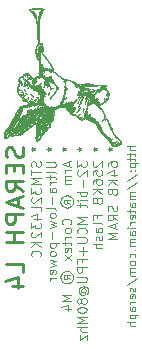
<source format=gbr>
%TF.GenerationSoftware,KiCad,Pcbnew,(5.1.8-0-10_14)*%
%TF.CreationDate,2021-01-29T20:55:06-06:00*%
%TF.ProjectId,serafino l432kc,73657261-6669-46e6-9f20-6c3433326b63,rev?*%
%TF.SameCoordinates,Original*%
%TF.FileFunction,Legend,Bot*%
%TF.FilePolarity,Positive*%
%FSLAX46Y46*%
G04 Gerber Fmt 4.6, Leading zero omitted, Abs format (unit mm)*
G04 Created by KiCad (PCBNEW (5.1.8-0-10_14)) date 2021-01-29 20:55:06*
%MOMM*%
%LPD*%
G01*
G04 APERTURE LIST*
%ADD10C,0.080000*%
%ADD11C,0.100000*%
%ADD12C,0.250000*%
%ADD13C,0.010000*%
G04 APERTURE END LIST*
D10*
X201294166Y-109320166D02*
X200594166Y-109320166D01*
X201294166Y-109620166D02*
X200927500Y-109620166D01*
X200860833Y-109586833D01*
X200827500Y-109520166D01*
X200827500Y-109420166D01*
X200860833Y-109353500D01*
X200894166Y-109320166D01*
X200827500Y-109853500D02*
X200827500Y-110120166D01*
X200594166Y-109953500D02*
X201194166Y-109953500D01*
X201260833Y-109986833D01*
X201294166Y-110053500D01*
X201294166Y-110120166D01*
X200827500Y-110253500D02*
X200827500Y-110520166D01*
X200594166Y-110353500D02*
X201194166Y-110353500D01*
X201260833Y-110386833D01*
X201294166Y-110453500D01*
X201294166Y-110520166D01*
X200827500Y-110753500D02*
X201527500Y-110753500D01*
X200860833Y-110753500D02*
X200827500Y-110820166D01*
X200827500Y-110953500D01*
X200860833Y-111020166D01*
X200894166Y-111053500D01*
X200960833Y-111086833D01*
X201160833Y-111086833D01*
X201227500Y-111053500D01*
X201260833Y-111020166D01*
X201294166Y-110953500D01*
X201294166Y-110820166D01*
X201260833Y-110753500D01*
X201227500Y-111386833D02*
X201260833Y-111420166D01*
X201294166Y-111386833D01*
X201260833Y-111353500D01*
X201227500Y-111386833D01*
X201294166Y-111386833D01*
X200860833Y-111386833D02*
X200894166Y-111420166D01*
X200927500Y-111386833D01*
X200894166Y-111353500D01*
X200860833Y-111386833D01*
X200927500Y-111386833D01*
X200560833Y-112220166D02*
X201460833Y-111620166D01*
X200560833Y-112953500D02*
X201460833Y-112353500D01*
X201294166Y-113186833D02*
X200827500Y-113186833D01*
X200894166Y-113186833D02*
X200860833Y-113220166D01*
X200827500Y-113286833D01*
X200827500Y-113386833D01*
X200860833Y-113453500D01*
X200927500Y-113486833D01*
X201294166Y-113486833D01*
X200927500Y-113486833D02*
X200860833Y-113520166D01*
X200827500Y-113586833D01*
X200827500Y-113686833D01*
X200860833Y-113753500D01*
X200927500Y-113786833D01*
X201294166Y-113786833D01*
X201294166Y-114420166D02*
X200927500Y-114420166D01*
X200860833Y-114386833D01*
X200827500Y-114320166D01*
X200827500Y-114186833D01*
X200860833Y-114120166D01*
X201260833Y-114420166D02*
X201294166Y-114353500D01*
X201294166Y-114186833D01*
X201260833Y-114120166D01*
X201194166Y-114086833D01*
X201127500Y-114086833D01*
X201060833Y-114120166D01*
X201027500Y-114186833D01*
X201027500Y-114353500D01*
X200994166Y-114420166D01*
X200827500Y-114653500D02*
X200827500Y-114920166D01*
X200594166Y-114753500D02*
X201194166Y-114753500D01*
X201260833Y-114786833D01*
X201294166Y-114853500D01*
X201294166Y-114920166D01*
X201260833Y-115420166D02*
X201294166Y-115353500D01*
X201294166Y-115220166D01*
X201260833Y-115153500D01*
X201194166Y-115120166D01*
X200927500Y-115120166D01*
X200860833Y-115153500D01*
X200827500Y-115220166D01*
X200827500Y-115353500D01*
X200860833Y-115420166D01*
X200927500Y-115453500D01*
X200994166Y-115453500D01*
X201060833Y-115120166D01*
X201294166Y-115753500D02*
X200827500Y-115753500D01*
X200960833Y-115753500D02*
X200894166Y-115786833D01*
X200860833Y-115820166D01*
X200827500Y-115886833D01*
X200827500Y-115953500D01*
X201294166Y-116186833D02*
X200827500Y-116186833D01*
X200594166Y-116186833D02*
X200627500Y-116153500D01*
X200660833Y-116186833D01*
X200627500Y-116220166D01*
X200594166Y-116186833D01*
X200660833Y-116186833D01*
X201294166Y-116820166D02*
X200927500Y-116820166D01*
X200860833Y-116786833D01*
X200827500Y-116720166D01*
X200827500Y-116586833D01*
X200860833Y-116520166D01*
X201260833Y-116820166D02*
X201294166Y-116753500D01*
X201294166Y-116586833D01*
X201260833Y-116520166D01*
X201194166Y-116486833D01*
X201127500Y-116486833D01*
X201060833Y-116520166D01*
X201027500Y-116586833D01*
X201027500Y-116753500D01*
X200994166Y-116820166D01*
X201294166Y-117153500D02*
X200827500Y-117153500D01*
X200894166Y-117153500D02*
X200860833Y-117186833D01*
X200827500Y-117253500D01*
X200827500Y-117353500D01*
X200860833Y-117420166D01*
X200927500Y-117453500D01*
X201294166Y-117453500D01*
X200927500Y-117453500D02*
X200860833Y-117486833D01*
X200827500Y-117553500D01*
X200827500Y-117653500D01*
X200860833Y-117720166D01*
X200927500Y-117753500D01*
X201294166Y-117753500D01*
X201227500Y-118086833D02*
X201260833Y-118120166D01*
X201294166Y-118086833D01*
X201260833Y-118053500D01*
X201227500Y-118086833D01*
X201294166Y-118086833D01*
X201260833Y-118720166D02*
X201294166Y-118653500D01*
X201294166Y-118520166D01*
X201260833Y-118453500D01*
X201227500Y-118420166D01*
X201160833Y-118386833D01*
X200960833Y-118386833D01*
X200894166Y-118420166D01*
X200860833Y-118453500D01*
X200827500Y-118520166D01*
X200827500Y-118653500D01*
X200860833Y-118720166D01*
X201294166Y-119120166D02*
X201260833Y-119053500D01*
X201227500Y-119020166D01*
X201160833Y-118986833D01*
X200960833Y-118986833D01*
X200894166Y-119020166D01*
X200860833Y-119053500D01*
X200827500Y-119120166D01*
X200827500Y-119220166D01*
X200860833Y-119286833D01*
X200894166Y-119320166D01*
X200960833Y-119353500D01*
X201160833Y-119353500D01*
X201227500Y-119320166D01*
X201260833Y-119286833D01*
X201294166Y-119220166D01*
X201294166Y-119120166D01*
X201294166Y-119653500D02*
X200827500Y-119653500D01*
X200894166Y-119653500D02*
X200860833Y-119686833D01*
X200827500Y-119753500D01*
X200827500Y-119853500D01*
X200860833Y-119920166D01*
X200927500Y-119953500D01*
X201294166Y-119953500D01*
X200927500Y-119953500D02*
X200860833Y-119986833D01*
X200827500Y-120053500D01*
X200827500Y-120153500D01*
X200860833Y-120220166D01*
X200927500Y-120253500D01*
X201294166Y-120253500D01*
X200560833Y-121086833D02*
X201460833Y-120486833D01*
X201260833Y-121286833D02*
X201294166Y-121353500D01*
X201294166Y-121486833D01*
X201260833Y-121553500D01*
X201194166Y-121586833D01*
X201160833Y-121586833D01*
X201094166Y-121553500D01*
X201060833Y-121486833D01*
X201060833Y-121386833D01*
X201027500Y-121320166D01*
X200960833Y-121286833D01*
X200927500Y-121286833D01*
X200860833Y-121320166D01*
X200827500Y-121386833D01*
X200827500Y-121486833D01*
X200860833Y-121553500D01*
X201260833Y-122153500D02*
X201294166Y-122086833D01*
X201294166Y-121953500D01*
X201260833Y-121886833D01*
X201194166Y-121853500D01*
X200927500Y-121853500D01*
X200860833Y-121886833D01*
X200827500Y-121953500D01*
X200827500Y-122086833D01*
X200860833Y-122153500D01*
X200927500Y-122186833D01*
X200994166Y-122186833D01*
X201060833Y-121853500D01*
X201294166Y-122486833D02*
X200827500Y-122486833D01*
X200960833Y-122486833D02*
X200894166Y-122520166D01*
X200860833Y-122553500D01*
X200827500Y-122620166D01*
X200827500Y-122686833D01*
X201294166Y-123220166D02*
X200927500Y-123220166D01*
X200860833Y-123186833D01*
X200827500Y-123120166D01*
X200827500Y-122986833D01*
X200860833Y-122920166D01*
X201260833Y-123220166D02*
X201294166Y-123153500D01*
X201294166Y-122986833D01*
X201260833Y-122920166D01*
X201194166Y-122886833D01*
X201127500Y-122886833D01*
X201060833Y-122920166D01*
X201027500Y-122986833D01*
X201027500Y-123153500D01*
X200994166Y-123220166D01*
X200827500Y-123553500D02*
X201527500Y-123553500D01*
X200860833Y-123553500D02*
X200827500Y-123620166D01*
X200827500Y-123753500D01*
X200860833Y-123820166D01*
X200894166Y-123853500D01*
X200960833Y-123886833D01*
X201160833Y-123886833D01*
X201227500Y-123853500D01*
X201260833Y-123820166D01*
X201294166Y-123753500D01*
X201294166Y-123620166D01*
X201260833Y-123553500D01*
X201294166Y-124186833D02*
X200594166Y-124186833D01*
X201294166Y-124486833D02*
X200927500Y-124486833D01*
X200860833Y-124453500D01*
X200827500Y-124386833D01*
X200827500Y-124286833D01*
X200860833Y-124220166D01*
X200894166Y-124186833D01*
D11*
X192463404Y-109526261D02*
X192653880Y-109526261D01*
X192577690Y-109335785D02*
X192653880Y-109526261D01*
X192577690Y-109716738D01*
X192806261Y-109411976D02*
X192653880Y-109526261D01*
X192806261Y-109640547D01*
X193225309Y-110592928D02*
X193263404Y-110707214D01*
X193263404Y-110897690D01*
X193225309Y-110973880D01*
X193187214Y-111011976D01*
X193111023Y-111050071D01*
X193034833Y-111050071D01*
X192958642Y-111011976D01*
X192920547Y-110973880D01*
X192882452Y-110897690D01*
X192844357Y-110745309D01*
X192806261Y-110669119D01*
X192768166Y-110631023D01*
X192691976Y-110592928D01*
X192615785Y-110592928D01*
X192539595Y-110631023D01*
X192501500Y-110669119D01*
X192463404Y-110745309D01*
X192463404Y-110935785D01*
X192501500Y-111050071D01*
X192463404Y-111278642D02*
X192463404Y-111735785D01*
X193263404Y-111507214D02*
X192463404Y-111507214D01*
X193263404Y-112002452D02*
X192463404Y-112002452D01*
X193034833Y-112269119D01*
X192463404Y-112535785D01*
X193263404Y-112535785D01*
X192463404Y-112840547D02*
X192463404Y-113335785D01*
X192768166Y-113069119D01*
X192768166Y-113183404D01*
X192806261Y-113259595D01*
X192844357Y-113297690D01*
X192920547Y-113335785D01*
X193111023Y-113335785D01*
X193187214Y-113297690D01*
X193225309Y-113259595D01*
X193263404Y-113183404D01*
X193263404Y-112954833D01*
X193225309Y-112878642D01*
X193187214Y-112840547D01*
X192539595Y-113640547D02*
X192501500Y-113678642D01*
X192463404Y-113754833D01*
X192463404Y-113945309D01*
X192501500Y-114021500D01*
X192539595Y-114059595D01*
X192615785Y-114097690D01*
X192691976Y-114097690D01*
X192806261Y-114059595D01*
X193263404Y-113602452D01*
X193263404Y-114097690D01*
X193263404Y-114821500D02*
X193263404Y-114440547D01*
X192463404Y-114440547D01*
X192730071Y-115431023D02*
X193263404Y-115431023D01*
X192425309Y-115240547D02*
X192996738Y-115050071D01*
X192996738Y-115545309D01*
X192463404Y-115773880D02*
X192463404Y-116269119D01*
X192768166Y-116002452D01*
X192768166Y-116116738D01*
X192806261Y-116192928D01*
X192844357Y-116231023D01*
X192920547Y-116269119D01*
X193111023Y-116269119D01*
X193187214Y-116231023D01*
X193225309Y-116192928D01*
X193263404Y-116116738D01*
X193263404Y-115888166D01*
X193225309Y-115811976D01*
X193187214Y-115773880D01*
X192539595Y-116573880D02*
X192501500Y-116611976D01*
X192463404Y-116688166D01*
X192463404Y-116878642D01*
X192501500Y-116954833D01*
X192539595Y-116992928D01*
X192615785Y-117031023D01*
X192691976Y-117031023D01*
X192806261Y-116992928D01*
X193263404Y-116535785D01*
X193263404Y-117031023D01*
X193263404Y-117373880D02*
X192463404Y-117373880D01*
X193263404Y-117831023D02*
X192806261Y-117488166D01*
X192463404Y-117831023D02*
X192920547Y-117373880D01*
X193187214Y-118631023D02*
X193225309Y-118592928D01*
X193263404Y-118478642D01*
X193263404Y-118402452D01*
X193225309Y-118288166D01*
X193149119Y-118211976D01*
X193072928Y-118173880D01*
X192920547Y-118135785D01*
X192806261Y-118135785D01*
X192653880Y-118173880D01*
X192577690Y-118211976D01*
X192501500Y-118288166D01*
X192463404Y-118402452D01*
X192463404Y-118478642D01*
X192501500Y-118592928D01*
X192539595Y-118631023D01*
X193763404Y-109526261D02*
X193953880Y-109526261D01*
X193877690Y-109335785D02*
X193953880Y-109526261D01*
X193877690Y-109716738D01*
X194106261Y-109411976D02*
X193953880Y-109526261D01*
X194106261Y-109640547D01*
X193763404Y-110631023D02*
X194411023Y-110631023D01*
X194487214Y-110669119D01*
X194525309Y-110707214D01*
X194563404Y-110783404D01*
X194563404Y-110935785D01*
X194525309Y-111011976D01*
X194487214Y-111050071D01*
X194411023Y-111088166D01*
X193763404Y-111088166D01*
X194563404Y-111583404D02*
X194525309Y-111507214D01*
X194449119Y-111469119D01*
X193763404Y-111469119D01*
X194030071Y-111773880D02*
X194030071Y-112078642D01*
X193763404Y-111888166D02*
X194449119Y-111888166D01*
X194525309Y-111926261D01*
X194563404Y-112002452D01*
X194563404Y-112078642D01*
X194563404Y-112345309D02*
X194030071Y-112345309D01*
X194182452Y-112345309D02*
X194106261Y-112383404D01*
X194068166Y-112421500D01*
X194030071Y-112497690D01*
X194030071Y-112573880D01*
X194563404Y-113183404D02*
X194144357Y-113183404D01*
X194068166Y-113145309D01*
X194030071Y-113069119D01*
X194030071Y-112916738D01*
X194068166Y-112840547D01*
X194525309Y-113183404D02*
X194563404Y-113107214D01*
X194563404Y-112916738D01*
X194525309Y-112840547D01*
X194449119Y-112802452D01*
X194372928Y-112802452D01*
X194296738Y-112840547D01*
X194258642Y-112916738D01*
X194258642Y-113107214D01*
X194220547Y-113183404D01*
X194258642Y-113564357D02*
X194258642Y-114173880D01*
X194563404Y-114669119D02*
X194525309Y-114592928D01*
X194449119Y-114554833D01*
X193763404Y-114554833D01*
X194563404Y-115088166D02*
X194525309Y-115011976D01*
X194487214Y-114973880D01*
X194411023Y-114935785D01*
X194182452Y-114935785D01*
X194106261Y-114973880D01*
X194068166Y-115011976D01*
X194030071Y-115088166D01*
X194030071Y-115202452D01*
X194068166Y-115278642D01*
X194106261Y-115316738D01*
X194182452Y-115354833D01*
X194411023Y-115354833D01*
X194487214Y-115316738D01*
X194525309Y-115278642D01*
X194563404Y-115202452D01*
X194563404Y-115088166D01*
X194030071Y-115621500D02*
X194563404Y-115773880D01*
X194182452Y-115926261D01*
X194563404Y-116078642D01*
X194030071Y-116231023D01*
X194258642Y-116535785D02*
X194258642Y-117145309D01*
X194030071Y-117526261D02*
X194830071Y-117526261D01*
X194068166Y-117526261D02*
X194030071Y-117602452D01*
X194030071Y-117754833D01*
X194068166Y-117831023D01*
X194106261Y-117869119D01*
X194182452Y-117907214D01*
X194411023Y-117907214D01*
X194487214Y-117869119D01*
X194525309Y-117831023D01*
X194563404Y-117754833D01*
X194563404Y-117602452D01*
X194525309Y-117526261D01*
X194563404Y-118364357D02*
X194525309Y-118288166D01*
X194487214Y-118250071D01*
X194411023Y-118211976D01*
X194182452Y-118211976D01*
X194106261Y-118250071D01*
X194068166Y-118288166D01*
X194030071Y-118364357D01*
X194030071Y-118478642D01*
X194068166Y-118554833D01*
X194106261Y-118592928D01*
X194182452Y-118631023D01*
X194411023Y-118631023D01*
X194487214Y-118592928D01*
X194525309Y-118554833D01*
X194563404Y-118478642D01*
X194563404Y-118364357D01*
X194030071Y-118897690D02*
X194563404Y-119050071D01*
X194182452Y-119202452D01*
X194563404Y-119354833D01*
X194030071Y-119507214D01*
X194525309Y-120116738D02*
X194563404Y-120040547D01*
X194563404Y-119888166D01*
X194525309Y-119811976D01*
X194449119Y-119773880D01*
X194144357Y-119773880D01*
X194068166Y-119811976D01*
X194030071Y-119888166D01*
X194030071Y-120040547D01*
X194068166Y-120116738D01*
X194144357Y-120154833D01*
X194220547Y-120154833D01*
X194296738Y-119773880D01*
X194563404Y-120497690D02*
X194030071Y-120497690D01*
X194182452Y-120497690D02*
X194106261Y-120535785D01*
X194068166Y-120573880D01*
X194030071Y-120650071D01*
X194030071Y-120726261D01*
X195063404Y-109526261D02*
X195253880Y-109526261D01*
X195177690Y-109335785D02*
X195253880Y-109526261D01*
X195177690Y-109716738D01*
X195406261Y-109411976D02*
X195253880Y-109526261D01*
X195406261Y-109640547D01*
X195634833Y-110592928D02*
X195634833Y-110973880D01*
X195863404Y-110516738D02*
X195063404Y-110783404D01*
X195863404Y-111050071D01*
X195863404Y-111316738D02*
X195330071Y-111316738D01*
X195482452Y-111316738D02*
X195406261Y-111354833D01*
X195368166Y-111392928D01*
X195330071Y-111469119D01*
X195330071Y-111545309D01*
X195863404Y-111811976D02*
X195330071Y-111811976D01*
X195406261Y-111811976D02*
X195368166Y-111850071D01*
X195330071Y-111926261D01*
X195330071Y-112040547D01*
X195368166Y-112116738D01*
X195444357Y-112154833D01*
X195863404Y-112154833D01*
X195444357Y-112154833D02*
X195368166Y-112192928D01*
X195330071Y-112269119D01*
X195330071Y-112383404D01*
X195368166Y-112459595D01*
X195444357Y-112497690D01*
X195863404Y-112497690D01*
X195749119Y-114173880D02*
X195520547Y-113983404D01*
X195749119Y-113831023D02*
X195215785Y-113831023D01*
X195215785Y-114059595D01*
X195253880Y-114135785D01*
X195330071Y-114173880D01*
X195406261Y-114173880D01*
X195482452Y-114135785D01*
X195520547Y-114059595D01*
X195520547Y-113831023D01*
X194949119Y-113983404D02*
X194987214Y-113792928D01*
X195101500Y-113602452D01*
X195291976Y-113488166D01*
X195482452Y-113450071D01*
X195672928Y-113488166D01*
X195863404Y-113602452D01*
X195977690Y-113792928D01*
X196015785Y-113983404D01*
X195977690Y-114173880D01*
X195863404Y-114364357D01*
X195672928Y-114478642D01*
X195482452Y-114516738D01*
X195291976Y-114478642D01*
X195101500Y-114364357D01*
X194987214Y-114173880D01*
X194949119Y-113983404D01*
X195787214Y-115926261D02*
X195825309Y-115888166D01*
X195863404Y-115773880D01*
X195863404Y-115697690D01*
X195825309Y-115583404D01*
X195749119Y-115507214D01*
X195672928Y-115469119D01*
X195520547Y-115431023D01*
X195406261Y-115431023D01*
X195253880Y-115469119D01*
X195177690Y-115507214D01*
X195101500Y-115583404D01*
X195063404Y-115697690D01*
X195063404Y-115773880D01*
X195101500Y-115888166D01*
X195139595Y-115926261D01*
X195863404Y-116383404D02*
X195825309Y-116307214D01*
X195787214Y-116269119D01*
X195711023Y-116231023D01*
X195482452Y-116231023D01*
X195406261Y-116269119D01*
X195368166Y-116307214D01*
X195330071Y-116383404D01*
X195330071Y-116497690D01*
X195368166Y-116573880D01*
X195406261Y-116611976D01*
X195482452Y-116650071D01*
X195711023Y-116650071D01*
X195787214Y-116611976D01*
X195825309Y-116573880D01*
X195863404Y-116497690D01*
X195863404Y-116383404D01*
X195863404Y-116992928D02*
X195330071Y-116992928D01*
X195482452Y-116992928D02*
X195406261Y-117031023D01*
X195368166Y-117069119D01*
X195330071Y-117145309D01*
X195330071Y-117221500D01*
X195330071Y-117373880D02*
X195330071Y-117678642D01*
X195063404Y-117488166D02*
X195749119Y-117488166D01*
X195825309Y-117526261D01*
X195863404Y-117602452D01*
X195863404Y-117678642D01*
X195825309Y-118250071D02*
X195863404Y-118173880D01*
X195863404Y-118021500D01*
X195825309Y-117945309D01*
X195749119Y-117907214D01*
X195444357Y-117907214D01*
X195368166Y-117945309D01*
X195330071Y-118021500D01*
X195330071Y-118173880D01*
X195368166Y-118250071D01*
X195444357Y-118288166D01*
X195520547Y-118288166D01*
X195596738Y-117907214D01*
X195863404Y-118554833D02*
X195330071Y-118973880D01*
X195330071Y-118554833D02*
X195863404Y-118973880D01*
X195749119Y-120573880D02*
X195520547Y-120383404D01*
X195749119Y-120231023D02*
X195215785Y-120231023D01*
X195215785Y-120459595D01*
X195253880Y-120535785D01*
X195330071Y-120573880D01*
X195406261Y-120573880D01*
X195482452Y-120535785D01*
X195520547Y-120459595D01*
X195520547Y-120231023D01*
X194949119Y-120383404D02*
X194987214Y-120192928D01*
X195101500Y-120002452D01*
X195291976Y-119888166D01*
X195482452Y-119850071D01*
X195672928Y-119888166D01*
X195863404Y-120002452D01*
X195977690Y-120192928D01*
X196015785Y-120383404D01*
X195977690Y-120573880D01*
X195863404Y-120764357D01*
X195672928Y-120878642D01*
X195482452Y-120916738D01*
X195291976Y-120878642D01*
X195101500Y-120764357D01*
X194987214Y-120573880D01*
X194949119Y-120383404D01*
X195863404Y-121869119D02*
X195063404Y-121869119D01*
X195634833Y-122135785D01*
X195063404Y-122402452D01*
X195863404Y-122402452D01*
X195330071Y-123126261D02*
X195863404Y-123126261D01*
X195025309Y-122935785D02*
X195596738Y-122745309D01*
X195596738Y-123240547D01*
X196363404Y-109526261D02*
X196553880Y-109526261D01*
X196477690Y-109335785D02*
X196553880Y-109526261D01*
X196477690Y-109716738D01*
X196706261Y-109411976D02*
X196553880Y-109526261D01*
X196706261Y-109640547D01*
X196363404Y-110554833D02*
X196363404Y-111050071D01*
X196668166Y-110783404D01*
X196668166Y-110897690D01*
X196706261Y-110973880D01*
X196744357Y-111011976D01*
X196820547Y-111050071D01*
X197011023Y-111050071D01*
X197087214Y-111011976D01*
X197125309Y-110973880D01*
X197163404Y-110897690D01*
X197163404Y-110669119D01*
X197125309Y-110592928D01*
X197087214Y-110554833D01*
X196439595Y-111354833D02*
X196401500Y-111392928D01*
X196363404Y-111469119D01*
X196363404Y-111659595D01*
X196401500Y-111735785D01*
X196439595Y-111773880D01*
X196515785Y-111811976D01*
X196591976Y-111811976D01*
X196706261Y-111773880D01*
X197163404Y-111316738D01*
X197163404Y-111811976D01*
X196858642Y-112154833D02*
X196858642Y-112764357D01*
X197163404Y-113145309D02*
X196363404Y-113145309D01*
X196668166Y-113145309D02*
X196630071Y-113221500D01*
X196630071Y-113373880D01*
X196668166Y-113450071D01*
X196706261Y-113488166D01*
X196782452Y-113526261D01*
X197011023Y-113526261D01*
X197087214Y-113488166D01*
X197125309Y-113450071D01*
X197163404Y-113373880D01*
X197163404Y-113221500D01*
X197125309Y-113145309D01*
X197163404Y-113869119D02*
X196630071Y-113869119D01*
X196363404Y-113869119D02*
X196401500Y-113831023D01*
X196439595Y-113869119D01*
X196401500Y-113907214D01*
X196363404Y-113869119D01*
X196439595Y-113869119D01*
X196630071Y-114135785D02*
X196630071Y-114440547D01*
X196363404Y-114250071D02*
X197049119Y-114250071D01*
X197125309Y-114288166D01*
X197163404Y-114364357D01*
X197163404Y-114440547D01*
X197163404Y-115316738D02*
X196363404Y-115316738D01*
X196934833Y-115583404D01*
X196363404Y-115850071D01*
X197163404Y-115850071D01*
X197087214Y-116688166D02*
X197125309Y-116650071D01*
X197163404Y-116535785D01*
X197163404Y-116459595D01*
X197125309Y-116345309D01*
X197049119Y-116269119D01*
X196972928Y-116231023D01*
X196820547Y-116192928D01*
X196706261Y-116192928D01*
X196553880Y-116231023D01*
X196477690Y-116269119D01*
X196401500Y-116345309D01*
X196363404Y-116459595D01*
X196363404Y-116535785D01*
X196401500Y-116650071D01*
X196439595Y-116688166D01*
X196363404Y-117031023D02*
X197011023Y-117031023D01*
X197087214Y-117069119D01*
X197125309Y-117107214D01*
X197163404Y-117183404D01*
X197163404Y-117335785D01*
X197125309Y-117411976D01*
X197087214Y-117450071D01*
X197011023Y-117488166D01*
X196363404Y-117488166D01*
X196858642Y-117869119D02*
X196858642Y-118478642D01*
X197163404Y-118173880D02*
X196553880Y-118173880D01*
X196744357Y-119126261D02*
X196744357Y-118859595D01*
X197163404Y-118859595D02*
X196363404Y-118859595D01*
X196363404Y-119240547D01*
X197163404Y-119545309D02*
X196363404Y-119545309D01*
X196363404Y-119850071D01*
X196401500Y-119926261D01*
X196439595Y-119964357D01*
X196515785Y-120002452D01*
X196630071Y-120002452D01*
X196706261Y-119964357D01*
X196744357Y-119926261D01*
X196782452Y-119850071D01*
X196782452Y-119545309D01*
X196363404Y-120345309D02*
X197011023Y-120345309D01*
X197087214Y-120383404D01*
X197125309Y-120421500D01*
X197163404Y-120497690D01*
X197163404Y-120650071D01*
X197125309Y-120726261D01*
X197087214Y-120764357D01*
X197011023Y-120802452D01*
X196363404Y-120802452D01*
X196782452Y-121678642D02*
X196744357Y-121640547D01*
X196706261Y-121564357D01*
X196706261Y-121488166D01*
X196744357Y-121411976D01*
X196782452Y-121373880D01*
X196858642Y-121335785D01*
X196934833Y-121335785D01*
X197011023Y-121373880D01*
X197049119Y-121411976D01*
X197087214Y-121488166D01*
X197087214Y-121564357D01*
X197049119Y-121640547D01*
X197011023Y-121678642D01*
X196706261Y-121678642D02*
X197011023Y-121678642D01*
X197049119Y-121716738D01*
X197049119Y-121754833D01*
X197011023Y-121831023D01*
X196934833Y-121869119D01*
X196744357Y-121869119D01*
X196630071Y-121792928D01*
X196553880Y-121678642D01*
X196515785Y-121526261D01*
X196553880Y-121373880D01*
X196630071Y-121259595D01*
X196744357Y-121183404D01*
X196896738Y-121145309D01*
X197049119Y-121183404D01*
X197163404Y-121259595D01*
X197239595Y-121373880D01*
X197277690Y-121526261D01*
X197239595Y-121678642D01*
X197163404Y-121792928D01*
X196706261Y-122326261D02*
X196668166Y-122250071D01*
X196630071Y-122211976D01*
X196553880Y-122173880D01*
X196515785Y-122173880D01*
X196439595Y-122211976D01*
X196401500Y-122250071D01*
X196363404Y-122326261D01*
X196363404Y-122478642D01*
X196401500Y-122554833D01*
X196439595Y-122592928D01*
X196515785Y-122631023D01*
X196553880Y-122631023D01*
X196630071Y-122592928D01*
X196668166Y-122554833D01*
X196706261Y-122478642D01*
X196706261Y-122326261D01*
X196744357Y-122250071D01*
X196782452Y-122211976D01*
X196858642Y-122173880D01*
X197011023Y-122173880D01*
X197087214Y-122211976D01*
X197125309Y-122250071D01*
X197163404Y-122326261D01*
X197163404Y-122478642D01*
X197125309Y-122554833D01*
X197087214Y-122592928D01*
X197011023Y-122631023D01*
X196858642Y-122631023D01*
X196782452Y-122592928D01*
X196744357Y-122554833D01*
X196706261Y-122478642D01*
X196363404Y-123126261D02*
X196363404Y-123202452D01*
X196401500Y-123278642D01*
X196439595Y-123316738D01*
X196515785Y-123354833D01*
X196668166Y-123392928D01*
X196858642Y-123392928D01*
X197011023Y-123354833D01*
X197087214Y-123316738D01*
X197125309Y-123278642D01*
X197163404Y-123202452D01*
X197163404Y-123126261D01*
X197125309Y-123050071D01*
X197087214Y-123011976D01*
X197011023Y-122973880D01*
X196858642Y-122935785D01*
X196668166Y-122935785D01*
X196515785Y-122973880D01*
X196439595Y-123011976D01*
X196401500Y-123050071D01*
X196363404Y-123126261D01*
X197163404Y-123735785D02*
X196363404Y-123735785D01*
X196934833Y-124002452D01*
X196363404Y-124269119D01*
X197163404Y-124269119D01*
X197163404Y-124650071D02*
X196363404Y-124650071D01*
X197163404Y-124992928D02*
X196744357Y-124992928D01*
X196668166Y-124954833D01*
X196630071Y-124878642D01*
X196630071Y-124764357D01*
X196668166Y-124688166D01*
X196706261Y-124650071D01*
X196630071Y-125297690D02*
X196630071Y-125716738D01*
X197163404Y-125297690D01*
X197163404Y-125716738D01*
X197663404Y-109526261D02*
X197853880Y-109526261D01*
X197777690Y-109335785D02*
X197853880Y-109526261D01*
X197777690Y-109716738D01*
X198006261Y-109411976D02*
X197853880Y-109526261D01*
X198006261Y-109640547D01*
X197739595Y-110592928D02*
X197701500Y-110631023D01*
X197663404Y-110707214D01*
X197663404Y-110897690D01*
X197701500Y-110973880D01*
X197739595Y-111011976D01*
X197815785Y-111050071D01*
X197891976Y-111050071D01*
X198006261Y-111011976D01*
X198463404Y-110554833D01*
X198463404Y-111050071D01*
X197663404Y-111773880D02*
X197663404Y-111392928D01*
X198044357Y-111354833D01*
X198006261Y-111392928D01*
X197968166Y-111469119D01*
X197968166Y-111659595D01*
X198006261Y-111735785D01*
X198044357Y-111773880D01*
X198120547Y-111811976D01*
X198311023Y-111811976D01*
X198387214Y-111773880D01*
X198425309Y-111735785D01*
X198463404Y-111659595D01*
X198463404Y-111469119D01*
X198425309Y-111392928D01*
X198387214Y-111354833D01*
X197663404Y-112497690D02*
X197663404Y-112345309D01*
X197701500Y-112269119D01*
X197739595Y-112231023D01*
X197853880Y-112154833D01*
X198006261Y-112116738D01*
X198311023Y-112116738D01*
X198387214Y-112154833D01*
X198425309Y-112192928D01*
X198463404Y-112269119D01*
X198463404Y-112421500D01*
X198425309Y-112497690D01*
X198387214Y-112535785D01*
X198311023Y-112573880D01*
X198120547Y-112573880D01*
X198044357Y-112535785D01*
X198006261Y-112497690D01*
X197968166Y-112421500D01*
X197968166Y-112269119D01*
X198006261Y-112192928D01*
X198044357Y-112154833D01*
X198120547Y-112116738D01*
X198463404Y-112916738D02*
X197663404Y-112916738D01*
X198463404Y-113373880D02*
X198006261Y-113031023D01*
X197663404Y-113373880D02*
X198120547Y-112916738D01*
X198044357Y-113983404D02*
X198082452Y-114097690D01*
X198120547Y-114135785D01*
X198196738Y-114173880D01*
X198311023Y-114173880D01*
X198387214Y-114135785D01*
X198425309Y-114097690D01*
X198463404Y-114021500D01*
X198463404Y-113716738D01*
X197663404Y-113716738D01*
X197663404Y-113983404D01*
X197701500Y-114059595D01*
X197739595Y-114097690D01*
X197815785Y-114135785D01*
X197891976Y-114135785D01*
X197968166Y-114097690D01*
X198006261Y-114059595D01*
X198044357Y-113983404D01*
X198044357Y-113716738D01*
X198044357Y-115392928D02*
X198044357Y-115126261D01*
X198463404Y-115126261D02*
X197663404Y-115126261D01*
X197663404Y-115507214D01*
X198463404Y-115926261D02*
X198425309Y-115850071D01*
X198349119Y-115811976D01*
X197663404Y-115811976D01*
X198463404Y-116573880D02*
X198044357Y-116573880D01*
X197968166Y-116535785D01*
X197930071Y-116459595D01*
X197930071Y-116307214D01*
X197968166Y-116231023D01*
X198425309Y-116573880D02*
X198463404Y-116497690D01*
X198463404Y-116307214D01*
X198425309Y-116231023D01*
X198349119Y-116192928D01*
X198272928Y-116192928D01*
X198196738Y-116231023D01*
X198158642Y-116307214D01*
X198158642Y-116497690D01*
X198120547Y-116573880D01*
X198425309Y-116916738D02*
X198463404Y-116992928D01*
X198463404Y-117145309D01*
X198425309Y-117221500D01*
X198349119Y-117259595D01*
X198311023Y-117259595D01*
X198234833Y-117221500D01*
X198196738Y-117145309D01*
X198196738Y-117031023D01*
X198158642Y-116954833D01*
X198082452Y-116916738D01*
X198044357Y-116916738D01*
X197968166Y-116954833D01*
X197930071Y-117031023D01*
X197930071Y-117145309D01*
X197968166Y-117221500D01*
X198463404Y-117602452D02*
X197663404Y-117602452D01*
X198463404Y-117945309D02*
X198044357Y-117945309D01*
X197968166Y-117907214D01*
X197930071Y-117831023D01*
X197930071Y-117716738D01*
X197968166Y-117640547D01*
X198006261Y-117602452D01*
X198963404Y-109526261D02*
X199153880Y-109526261D01*
X199077690Y-109335785D02*
X199153880Y-109526261D01*
X199077690Y-109716738D01*
X199306261Y-109411976D02*
X199153880Y-109526261D01*
X199306261Y-109640547D01*
X198963404Y-110973880D02*
X198963404Y-110821500D01*
X199001500Y-110745309D01*
X199039595Y-110707214D01*
X199153880Y-110631023D01*
X199306261Y-110592928D01*
X199611023Y-110592928D01*
X199687214Y-110631023D01*
X199725309Y-110669119D01*
X199763404Y-110745309D01*
X199763404Y-110897690D01*
X199725309Y-110973880D01*
X199687214Y-111011976D01*
X199611023Y-111050071D01*
X199420547Y-111050071D01*
X199344357Y-111011976D01*
X199306261Y-110973880D01*
X199268166Y-110897690D01*
X199268166Y-110745309D01*
X199306261Y-110669119D01*
X199344357Y-110631023D01*
X199420547Y-110592928D01*
X199230071Y-111735785D02*
X199763404Y-111735785D01*
X198925309Y-111545309D02*
X199496738Y-111354833D01*
X199496738Y-111850071D01*
X199763404Y-112154833D02*
X198963404Y-112154833D01*
X199763404Y-112611976D02*
X199306261Y-112269119D01*
X198963404Y-112611976D02*
X199420547Y-112154833D01*
X199344357Y-113221500D02*
X199382452Y-113335785D01*
X199420547Y-113373880D01*
X199496738Y-113411976D01*
X199611023Y-113411976D01*
X199687214Y-113373880D01*
X199725309Y-113335785D01*
X199763404Y-113259595D01*
X199763404Y-112954833D01*
X198963404Y-112954833D01*
X198963404Y-113221500D01*
X199001500Y-113297690D01*
X199039595Y-113335785D01*
X199115785Y-113373880D01*
X199191976Y-113373880D01*
X199268166Y-113335785D01*
X199306261Y-113297690D01*
X199344357Y-113221500D01*
X199344357Y-112954833D01*
X199725309Y-114326261D02*
X199763404Y-114440547D01*
X199763404Y-114631023D01*
X199725309Y-114707214D01*
X199687214Y-114745309D01*
X199611023Y-114783404D01*
X199534833Y-114783404D01*
X199458642Y-114745309D01*
X199420547Y-114707214D01*
X199382452Y-114631023D01*
X199344357Y-114478642D01*
X199306261Y-114402452D01*
X199268166Y-114364357D01*
X199191976Y-114326261D01*
X199115785Y-114326261D01*
X199039595Y-114364357D01*
X199001500Y-114402452D01*
X198963404Y-114478642D01*
X198963404Y-114669119D01*
X199001500Y-114783404D01*
X199763404Y-115583404D02*
X199382452Y-115316738D01*
X199763404Y-115126261D02*
X198963404Y-115126261D01*
X198963404Y-115431023D01*
X199001500Y-115507214D01*
X199039595Y-115545309D01*
X199115785Y-115583404D01*
X199230071Y-115583404D01*
X199306261Y-115545309D01*
X199344357Y-115507214D01*
X199382452Y-115431023D01*
X199382452Y-115126261D01*
X199534833Y-115888166D02*
X199534833Y-116269119D01*
X199763404Y-115811976D02*
X198963404Y-116078642D01*
X199763404Y-116345309D01*
X199763404Y-116611976D02*
X198963404Y-116611976D01*
X199534833Y-116878642D01*
X198963404Y-117145309D01*
X199763404Y-117145309D01*
D12*
X191742142Y-109387428D02*
X191813571Y-109601714D01*
X191813571Y-109958857D01*
X191742142Y-110101714D01*
X191670714Y-110173142D01*
X191527857Y-110244571D01*
X191385000Y-110244571D01*
X191242142Y-110173142D01*
X191170714Y-110101714D01*
X191099285Y-109958857D01*
X191027857Y-109673142D01*
X190956428Y-109530285D01*
X190885000Y-109458857D01*
X190742142Y-109387428D01*
X190599285Y-109387428D01*
X190456428Y-109458857D01*
X190385000Y-109530285D01*
X190313571Y-109673142D01*
X190313571Y-110030285D01*
X190385000Y-110244571D01*
X191027857Y-110887428D02*
X191027857Y-111387428D01*
X191813571Y-111601714D02*
X191813571Y-110887428D01*
X190313571Y-110887428D01*
X190313571Y-111601714D01*
X191813571Y-113101714D02*
X191099285Y-112601714D01*
X191813571Y-112244571D02*
X190313571Y-112244571D01*
X190313571Y-112816000D01*
X190385000Y-112958857D01*
X190456428Y-113030285D01*
X190599285Y-113101714D01*
X190813571Y-113101714D01*
X190956428Y-113030285D01*
X191027857Y-112958857D01*
X191099285Y-112816000D01*
X191099285Y-112244571D01*
X191385000Y-113673142D02*
X191385000Y-114387428D01*
X191813571Y-113530285D02*
X190313571Y-114030285D01*
X191813571Y-114530285D01*
X191813571Y-115030285D02*
X190313571Y-115030285D01*
X190313571Y-115601714D01*
X190385000Y-115744571D01*
X190456428Y-115816000D01*
X190599285Y-115887428D01*
X190813571Y-115887428D01*
X190956428Y-115816000D01*
X191027857Y-115744571D01*
X191099285Y-115601714D01*
X191099285Y-115030285D01*
X191813571Y-116530285D02*
X190313571Y-116530285D01*
X191027857Y-116530285D02*
X191027857Y-117387428D01*
X191813571Y-117387428D02*
X190313571Y-117387428D01*
X191813571Y-119958857D02*
X191813571Y-119244571D01*
X190313571Y-119244571D01*
X190813571Y-121101714D02*
X191813571Y-121101714D01*
X190242142Y-120744571D02*
X191313571Y-120387428D01*
X191313571Y-121316000D01*
D13*
%TO.C,G\u002A\u002A\u002A*%
G36*
X193191440Y-106420562D02*
G01*
X193200867Y-106409066D01*
X193215196Y-106378196D01*
X193217282Y-106366733D01*
X193210294Y-106363704D01*
X193200867Y-106375200D01*
X193186538Y-106406069D01*
X193184452Y-106417533D01*
X193191440Y-106420562D01*
G37*
X193191440Y-106420562D02*
X193200867Y-106409066D01*
X193215196Y-106378196D01*
X193217282Y-106366733D01*
X193210294Y-106363704D01*
X193200867Y-106375200D01*
X193186538Y-106406069D01*
X193184452Y-106417533D01*
X193191440Y-106420562D01*
G36*
X191480517Y-103747916D02*
G01*
X191497567Y-103766095D01*
X191507369Y-103762366D01*
X191507533Y-103759999D01*
X191495506Y-103745676D01*
X191487984Y-103740449D01*
X191476396Y-103738453D01*
X191480517Y-103747916D01*
G37*
X191480517Y-103747916D02*
X191497567Y-103766095D01*
X191507369Y-103762366D01*
X191507533Y-103759999D01*
X191495506Y-103745676D01*
X191487984Y-103740449D01*
X191476396Y-103738453D01*
X191480517Y-103747916D01*
G36*
X191298894Y-108198515D02*
G01*
X191320709Y-108167278D01*
X191356600Y-108108080D01*
X191370603Y-108083979D01*
X191406807Y-108020627D01*
X191428269Y-107980998D01*
X191437484Y-107959661D01*
X191436944Y-107951187D01*
X191432145Y-107950000D01*
X191420440Y-107963447D01*
X191397765Y-107997993D01*
X191369255Y-108044943D01*
X191340044Y-108095603D01*
X191315267Y-108141279D01*
X191300058Y-108173276D01*
X191299639Y-108174366D01*
X191291692Y-108201105D01*
X191298894Y-108198515D01*
G37*
X191298894Y-108198515D02*
X191320709Y-108167278D01*
X191356600Y-108108080D01*
X191370603Y-108083979D01*
X191406807Y-108020627D01*
X191428269Y-107980998D01*
X191437484Y-107959661D01*
X191436944Y-107951187D01*
X191432145Y-107950000D01*
X191420440Y-107963447D01*
X191397765Y-107997993D01*
X191369255Y-108044943D01*
X191340044Y-108095603D01*
X191315267Y-108141279D01*
X191300058Y-108173276D01*
X191299639Y-108174366D01*
X191291692Y-108201105D01*
X191298894Y-108198515D01*
G36*
X191310086Y-108101913D02*
G01*
X191319426Y-108093086D01*
X191333298Y-108071853D01*
X191358468Y-108027567D01*
X191391640Y-107966570D01*
X191429517Y-107895208D01*
X191468804Y-107819822D01*
X191506204Y-107746757D01*
X191538420Y-107682355D01*
X191562157Y-107632959D01*
X191574117Y-107604914D01*
X191574918Y-107601443D01*
X191567181Y-107610199D01*
X191545976Y-107644236D01*
X191513950Y-107699050D01*
X191473750Y-107770135D01*
X191439800Y-107831466D01*
X191381125Y-107939620D01*
X191339292Y-108019706D01*
X191313825Y-108072760D01*
X191304249Y-108099817D01*
X191310086Y-108101913D01*
G37*
X191310086Y-108101913D02*
X191319426Y-108093086D01*
X191333298Y-108071853D01*
X191358468Y-108027567D01*
X191391640Y-107966570D01*
X191429517Y-107895208D01*
X191468804Y-107819822D01*
X191506204Y-107746757D01*
X191538420Y-107682355D01*
X191562157Y-107632959D01*
X191574117Y-107604914D01*
X191574918Y-107601443D01*
X191567181Y-107610199D01*
X191545976Y-107644236D01*
X191513950Y-107699050D01*
X191473750Y-107770135D01*
X191439800Y-107831466D01*
X191381125Y-107939620D01*
X191339292Y-108019706D01*
X191313825Y-108072760D01*
X191304249Y-108099817D01*
X191310086Y-108101913D01*
G36*
X192519300Y-97716547D02*
G01*
X192553969Y-97718784D01*
X192561634Y-97716547D01*
X192563761Y-97710367D01*
X192540467Y-97708007D01*
X192516428Y-97710668D01*
X192519300Y-97716547D01*
G37*
X192519300Y-97716547D02*
X192553969Y-97718784D01*
X192561634Y-97716547D01*
X192563761Y-97710367D01*
X192540467Y-97708007D01*
X192516428Y-97710668D01*
X192519300Y-97716547D01*
G36*
X192584164Y-97881087D02*
G01*
X192606868Y-97916243D01*
X192641987Y-97963210D01*
X192648468Y-97971373D01*
X192690780Y-98024627D01*
X192727544Y-98071585D01*
X192751077Y-98102428D01*
X192751692Y-98103266D01*
X192769818Y-98122685D01*
X192776183Y-98120200D01*
X192766352Y-98100047D01*
X192740250Y-98060257D01*
X192702571Y-98007790D01*
X192681476Y-97979789D01*
X192639447Y-97926811D01*
X192605065Y-97887162D01*
X192583267Y-97866354D01*
X192578526Y-97864829D01*
X192584164Y-97881087D01*
G37*
X192584164Y-97881087D02*
X192606868Y-97916243D01*
X192641987Y-97963210D01*
X192648468Y-97971373D01*
X192690780Y-98024627D01*
X192727544Y-98071585D01*
X192751077Y-98102428D01*
X192751692Y-98103266D01*
X192769818Y-98122685D01*
X192776183Y-98120200D01*
X192766352Y-98100047D01*
X192740250Y-98060257D01*
X192702571Y-98007790D01*
X192681476Y-97979789D01*
X192639447Y-97926811D01*
X192605065Y-97887162D01*
X192583267Y-97866354D01*
X192578526Y-97864829D01*
X192584164Y-97881087D01*
G36*
X192786000Y-98213333D02*
G01*
X192794467Y-98204866D01*
X192786000Y-98196400D01*
X192777534Y-98204866D01*
X192786000Y-98213333D01*
G37*
X192786000Y-98213333D02*
X192794467Y-98204866D01*
X192786000Y-98196400D01*
X192777534Y-98204866D01*
X192786000Y-98213333D01*
G36*
X192706169Y-97962868D02*
G01*
X192728752Y-97997433D01*
X192777282Y-98065622D01*
X192809190Y-98106201D01*
X192825542Y-98120440D01*
X192828333Y-98116451D01*
X192818735Y-98094807D01*
X192793910Y-98056201D01*
X192768291Y-98021035D01*
X192731436Y-97975101D01*
X192707141Y-97949107D01*
X192697890Y-97944535D01*
X192706169Y-97962868D01*
G37*
X192706169Y-97962868D02*
X192728752Y-97997433D01*
X192777282Y-98065622D01*
X192809190Y-98106201D01*
X192825542Y-98120440D01*
X192828333Y-98116451D01*
X192818735Y-98094807D01*
X192793910Y-98056201D01*
X192768291Y-98021035D01*
X192731436Y-97975101D01*
X192707141Y-97949107D01*
X192697890Y-97944535D01*
X192706169Y-97962868D01*
G36*
X192684400Y-97700492D02*
G01*
X192757963Y-97698903D01*
X192843534Y-97694137D01*
X192904533Y-97688961D01*
X192964476Y-97682667D01*
X192992236Y-97678996D01*
X192989329Y-97677193D01*
X192957271Y-97676507D01*
X192929933Y-97676344D01*
X192863584Y-97677839D01*
X192782143Y-97682187D01*
X192709800Y-97687875D01*
X192582800Y-97699857D01*
X192684400Y-97700492D01*
G37*
X192684400Y-97700492D02*
X192757963Y-97698903D01*
X192843534Y-97694137D01*
X192904533Y-97688961D01*
X192964476Y-97682667D01*
X192992236Y-97678996D01*
X192989329Y-97677193D01*
X192957271Y-97676507D01*
X192929933Y-97676344D01*
X192863584Y-97677839D01*
X192782143Y-97682187D01*
X192709800Y-97687875D01*
X192582800Y-97699857D01*
X192684400Y-97700492D01*
G36*
X193087978Y-100493688D02*
G01*
X193098045Y-100491364D01*
X193099267Y-100482399D01*
X193093071Y-100468461D01*
X193087978Y-100471111D01*
X193085951Y-100491207D01*
X193087978Y-100493688D01*
G37*
X193087978Y-100493688D02*
X193098045Y-100491364D01*
X193099267Y-100482399D01*
X193093071Y-100468461D01*
X193087978Y-100471111D01*
X193085951Y-100491207D01*
X193087978Y-100493688D01*
G36*
X193053873Y-98546918D02*
G01*
X193063929Y-98523684D01*
X193075565Y-98484863D01*
X193094020Y-98425217D01*
X193121055Y-98348598D01*
X193151650Y-98269050D01*
X193160324Y-98247796D01*
X193195189Y-98162823D01*
X193216708Y-98108076D01*
X193225033Y-98082722D01*
X193220314Y-98085928D01*
X193202703Y-98116858D01*
X193174254Y-98171000D01*
X193148021Y-98218934D01*
X193130590Y-98245204D01*
X193124551Y-98246183D01*
X193125892Y-98238733D01*
X193135911Y-98189230D01*
X193140220Y-98151450D01*
X193145293Y-98125350D01*
X193152112Y-98121463D01*
X193163493Y-98110200D01*
X193186929Y-98076096D01*
X193218351Y-98026093D01*
X193253690Y-97967133D01*
X193288877Y-97906158D01*
X193319844Y-97850109D01*
X193342522Y-97805928D01*
X193352843Y-97780557D01*
X193353076Y-97778583D01*
X193345137Y-97785483D01*
X193324106Y-97815893D01*
X193293878Y-97864025D01*
X193280035Y-97887029D01*
X193237324Y-97957345D01*
X193208338Y-98001969D01*
X193193822Y-98020098D01*
X193194519Y-98010929D01*
X193211174Y-97973660D01*
X193224230Y-97947196D01*
X193252984Y-97887184D01*
X193265823Y-97854190D01*
X193262970Y-97849071D01*
X193244644Y-97872685D01*
X193216452Y-97916999D01*
X193189710Y-97957589D01*
X193175631Y-97971437D01*
X193175467Y-97966666D01*
X193175467Y-98043999D01*
X193183933Y-98052466D01*
X193175467Y-98060933D01*
X193167000Y-98052466D01*
X193175467Y-98043999D01*
X193175467Y-97966666D01*
X193175215Y-97959333D01*
X193180592Y-97932224D01*
X193174632Y-97935009D01*
X193166892Y-97946767D01*
X193158533Y-97970610D01*
X193158533Y-98077866D01*
X193167000Y-98086333D01*
X193158533Y-98094800D01*
X193150067Y-98086333D01*
X193158533Y-98077866D01*
X193158533Y-97970610D01*
X193155930Y-97978036D01*
X193158309Y-97992836D01*
X193158074Y-98017581D01*
X193144031Y-98056115D01*
X193141917Y-98060321D01*
X193121845Y-98102006D01*
X193121845Y-98151244D01*
X193131911Y-98153568D01*
X193133133Y-98162533D01*
X193126938Y-98176471D01*
X193121845Y-98173822D01*
X193119818Y-98153726D01*
X193121845Y-98151244D01*
X193121845Y-98102006D01*
X193114793Y-98116652D01*
X193097274Y-98160792D01*
X193091550Y-98186428D01*
X193097138Y-98189248D01*
X193105945Y-98198134D01*
X193110118Y-98231367D01*
X193110111Y-98246130D01*
X193105575Y-98285230D01*
X193096338Y-98302901D01*
X193092741Y-98302433D01*
X193085226Y-98304061D01*
X193088951Y-98311941D01*
X193091072Y-98337858D01*
X193083791Y-98383816D01*
X193074634Y-98419231D01*
X193059894Y-98475857D01*
X193050934Y-98523895D01*
X193049581Y-98542373D01*
X193053873Y-98546918D01*
G37*
X193053873Y-98546918D02*
X193063929Y-98523684D01*
X193075565Y-98484863D01*
X193094020Y-98425217D01*
X193121055Y-98348598D01*
X193151650Y-98269050D01*
X193160324Y-98247796D01*
X193195189Y-98162823D01*
X193216708Y-98108076D01*
X193225033Y-98082722D01*
X193220314Y-98085928D01*
X193202703Y-98116858D01*
X193174254Y-98171000D01*
X193148021Y-98218934D01*
X193130590Y-98245204D01*
X193124551Y-98246183D01*
X193125892Y-98238733D01*
X193135911Y-98189230D01*
X193140220Y-98151450D01*
X193145293Y-98125350D01*
X193152112Y-98121463D01*
X193163493Y-98110200D01*
X193186929Y-98076096D01*
X193218351Y-98026093D01*
X193253690Y-97967133D01*
X193288877Y-97906158D01*
X193319844Y-97850109D01*
X193342522Y-97805928D01*
X193352843Y-97780557D01*
X193353076Y-97778583D01*
X193345137Y-97785483D01*
X193324106Y-97815893D01*
X193293878Y-97864025D01*
X193280035Y-97887029D01*
X193237324Y-97957345D01*
X193208338Y-98001969D01*
X193193822Y-98020098D01*
X193194519Y-98010929D01*
X193211174Y-97973660D01*
X193224230Y-97947196D01*
X193252984Y-97887184D01*
X193265823Y-97854190D01*
X193262970Y-97849071D01*
X193244644Y-97872685D01*
X193216452Y-97916999D01*
X193189710Y-97957589D01*
X193175631Y-97971437D01*
X193175467Y-97966666D01*
X193175467Y-98043999D01*
X193183933Y-98052466D01*
X193175467Y-98060933D01*
X193167000Y-98052466D01*
X193175467Y-98043999D01*
X193175467Y-97966666D01*
X193175215Y-97959333D01*
X193180592Y-97932224D01*
X193174632Y-97935009D01*
X193166892Y-97946767D01*
X193158533Y-97970610D01*
X193158533Y-98077866D01*
X193167000Y-98086333D01*
X193158533Y-98094800D01*
X193150067Y-98086333D01*
X193158533Y-98077866D01*
X193158533Y-97970610D01*
X193155930Y-97978036D01*
X193158309Y-97992836D01*
X193158074Y-98017581D01*
X193144031Y-98056115D01*
X193141917Y-98060321D01*
X193121845Y-98102006D01*
X193121845Y-98151244D01*
X193131911Y-98153568D01*
X193133133Y-98162533D01*
X193126938Y-98176471D01*
X193121845Y-98173822D01*
X193119818Y-98153726D01*
X193121845Y-98151244D01*
X193121845Y-98102006D01*
X193114793Y-98116652D01*
X193097274Y-98160792D01*
X193091550Y-98186428D01*
X193097138Y-98189248D01*
X193105945Y-98198134D01*
X193110118Y-98231367D01*
X193110111Y-98246130D01*
X193105575Y-98285230D01*
X193096338Y-98302901D01*
X193092741Y-98302433D01*
X193085226Y-98304061D01*
X193088951Y-98311941D01*
X193091072Y-98337858D01*
X193083791Y-98383816D01*
X193074634Y-98419231D01*
X193059894Y-98475857D01*
X193050934Y-98523895D01*
X193049581Y-98542373D01*
X193053873Y-98546918D01*
G36*
X192941746Y-108651686D02*
G01*
X192953661Y-108703945D01*
X192966940Y-108722406D01*
X192977456Y-108717474D01*
X192975167Y-108684485D01*
X192962805Y-108608788D01*
X192956337Y-108537887D01*
X192955852Y-108463177D01*
X192961441Y-108376050D01*
X192973191Y-108267898D01*
X192980049Y-108213646D01*
X192992282Y-108107924D01*
X193002155Y-108000217D01*
X193008860Y-107901154D01*
X193011587Y-107821364D01*
X193011468Y-107800660D01*
X193009674Y-107739199D01*
X193007608Y-107711356D01*
X193005228Y-107716881D01*
X193002978Y-107746800D01*
X192999407Y-107793451D01*
X192992738Y-107866499D01*
X192983683Y-107958689D01*
X192972953Y-108062766D01*
X192961838Y-108166213D01*
X192946615Y-108325006D01*
X192938205Y-108460197D01*
X192936588Y-108569764D01*
X192941746Y-108651686D01*
G37*
X192941746Y-108651686D02*
X192953661Y-108703945D01*
X192966940Y-108722406D01*
X192977456Y-108717474D01*
X192975167Y-108684485D01*
X192962805Y-108608788D01*
X192956337Y-108537887D01*
X192955852Y-108463177D01*
X192961441Y-108376050D01*
X192973191Y-108267898D01*
X192980049Y-108213646D01*
X192992282Y-108107924D01*
X193002155Y-108000217D01*
X193008860Y-107901154D01*
X193011587Y-107821364D01*
X193011468Y-107800660D01*
X193009674Y-107739199D01*
X193007608Y-107711356D01*
X193005228Y-107716881D01*
X193002978Y-107746800D01*
X192999407Y-107793451D01*
X192992738Y-107866499D01*
X192983683Y-107958689D01*
X192972953Y-108062766D01*
X192961838Y-108166213D01*
X192946615Y-108325006D01*
X192938205Y-108460197D01*
X192936588Y-108569764D01*
X192941746Y-108651686D01*
G36*
X193019881Y-108481165D02*
G01*
X193022721Y-108489390D01*
X193026946Y-108469160D01*
X193032312Y-108416925D01*
X193038700Y-108334520D01*
X193045987Y-108223784D01*
X193054054Y-108086553D01*
X193062781Y-107924665D01*
X193072047Y-107739957D01*
X193072536Y-107729866D01*
X193075609Y-107664056D01*
X193076963Y-107626148D01*
X193076334Y-107617279D01*
X193073455Y-107638584D01*
X193068060Y-107691202D01*
X193059882Y-107776268D01*
X193058661Y-107789133D01*
X193049767Y-107890051D01*
X193041510Y-107996963D01*
X193034149Y-108104812D01*
X193027945Y-108208542D01*
X193023157Y-108303098D01*
X193020044Y-108383424D01*
X193018865Y-108444465D01*
X193019881Y-108481165D01*
G37*
X193019881Y-108481165D02*
X193022721Y-108489390D01*
X193026946Y-108469160D01*
X193032312Y-108416925D01*
X193038700Y-108334520D01*
X193045987Y-108223784D01*
X193054054Y-108086553D01*
X193062781Y-107924665D01*
X193072047Y-107739957D01*
X193072536Y-107729866D01*
X193075609Y-107664056D01*
X193076963Y-107626148D01*
X193076334Y-107617279D01*
X193073455Y-107638584D01*
X193068060Y-107691202D01*
X193059882Y-107776268D01*
X193058661Y-107789133D01*
X193049767Y-107890051D01*
X193041510Y-107996963D01*
X193034149Y-108104812D01*
X193027945Y-108208542D01*
X193023157Y-108303098D01*
X193020044Y-108383424D01*
X193018865Y-108444465D01*
X193019881Y-108481165D01*
G36*
X193087347Y-107514199D02*
G01*
X193091313Y-107521013D01*
X193093869Y-107498827D01*
X193094424Y-107467400D01*
X193093156Y-107428979D01*
X193090122Y-107417741D01*
X193087116Y-107429532D01*
X193084330Y-107479611D01*
X193087347Y-107514199D01*
G37*
X193087347Y-107514199D02*
X193091313Y-107521013D01*
X193093869Y-107498827D01*
X193094424Y-107467400D01*
X193093156Y-107428979D01*
X193090122Y-107417741D01*
X193087116Y-107429532D01*
X193084330Y-107479611D01*
X193087347Y-107514199D01*
G36*
X193075797Y-108374631D02*
G01*
X193080099Y-108362476D01*
X193081267Y-108356400D01*
X193087787Y-108307868D01*
X193094591Y-108236141D01*
X193100766Y-108151871D01*
X193104501Y-108085466D01*
X193107812Y-108009520D01*
X193108792Y-107966364D01*
X193107386Y-107954998D01*
X193103541Y-107974422D01*
X193099996Y-108000800D01*
X193092722Y-108065372D01*
X193086243Y-108135269D01*
X193080847Y-108205064D01*
X193076818Y-108269326D01*
X193074443Y-108322628D01*
X193074007Y-108359539D01*
X193075797Y-108374631D01*
G37*
X193075797Y-108374631D02*
X193080099Y-108362476D01*
X193081267Y-108356400D01*
X193087787Y-108307868D01*
X193094591Y-108236141D01*
X193100766Y-108151871D01*
X193104501Y-108085466D01*
X193107812Y-108009520D01*
X193108792Y-107966364D01*
X193107386Y-107954998D01*
X193103541Y-107974422D01*
X193099996Y-108000800D01*
X193092722Y-108065372D01*
X193086243Y-108135269D01*
X193080847Y-108205064D01*
X193076818Y-108269326D01*
X193074443Y-108322628D01*
X193074007Y-108359539D01*
X193075797Y-108374631D01*
G36*
X193121183Y-107801833D02*
G01*
X193125371Y-107809857D01*
X193128028Y-107788583D01*
X193128521Y-107763733D01*
X193127200Y-107727109D01*
X193123823Y-107717055D01*
X193121183Y-107725633D01*
X193118382Y-107774976D01*
X193121183Y-107801833D01*
G37*
X193121183Y-107801833D02*
X193125371Y-107809857D01*
X193128028Y-107788583D01*
X193128521Y-107763733D01*
X193127200Y-107727109D01*
X193123823Y-107717055D01*
X193121183Y-107725633D01*
X193118382Y-107774976D01*
X193121183Y-107801833D01*
G36*
X191422075Y-104206054D02*
G01*
X191438674Y-104199962D01*
X191455348Y-104179747D01*
X191445845Y-104149333D01*
X191441392Y-104141995D01*
X191428100Y-104130793D01*
X191416734Y-104149848D01*
X191414705Y-104155972D01*
X191409334Y-104193030D01*
X191422075Y-104206054D01*
G37*
X191422075Y-104206054D02*
X191438674Y-104199962D01*
X191455348Y-104179747D01*
X191445845Y-104149333D01*
X191441392Y-104141995D01*
X191428100Y-104130793D01*
X191416734Y-104149848D01*
X191414705Y-104155972D01*
X191409334Y-104193030D01*
X191422075Y-104206054D01*
G36*
X191510104Y-103878294D02*
G01*
X191539725Y-103898040D01*
X191558591Y-103900025D01*
X191559697Y-103889730D01*
X191535257Y-103873609D01*
X191530621Y-103871455D01*
X191498941Y-103858124D01*
X191493971Y-103860541D01*
X191510104Y-103878294D01*
G37*
X191510104Y-103878294D02*
X191539725Y-103898040D01*
X191558591Y-103900025D01*
X191559697Y-103889730D01*
X191535257Y-103873609D01*
X191530621Y-103871455D01*
X191498941Y-103858124D01*
X191493971Y-103860541D01*
X191510104Y-103878294D01*
G36*
X191659818Y-104094263D02*
G01*
X191684363Y-104079348D01*
X191705178Y-104061535D01*
X191698268Y-104055633D01*
X191689569Y-104055333D01*
X191658926Y-104065154D01*
X191650771Y-104073393D01*
X191643968Y-104094528D01*
X191659818Y-104094263D01*
G37*
X191659818Y-104094263D02*
X191684363Y-104079348D01*
X191705178Y-104061535D01*
X191698268Y-104055633D01*
X191689569Y-104055333D01*
X191658926Y-104065154D01*
X191650771Y-104073393D01*
X191643968Y-104094528D01*
X191659818Y-104094263D01*
G36*
X191804809Y-105024766D02*
G01*
X191826096Y-105056779D01*
X191839272Y-105071260D01*
X191839681Y-105071333D01*
X191845286Y-105064081D01*
X191829428Y-105039702D01*
X191811328Y-105018175D01*
X191776457Y-104978199D01*
X191804809Y-105024766D01*
G37*
X191804809Y-105024766D02*
X191826096Y-105056779D01*
X191839272Y-105071260D01*
X191839681Y-105071333D01*
X191845286Y-105064081D01*
X191829428Y-105039702D01*
X191811328Y-105018175D01*
X191776457Y-104978199D01*
X191804809Y-105024766D01*
G36*
X191843025Y-104049967D02*
G01*
X191869490Y-104051986D01*
X191875481Y-104048630D01*
X191870431Y-104040934D01*
X191853256Y-104039736D01*
X191835187Y-104043872D01*
X191843025Y-104049967D01*
G37*
X191843025Y-104049967D02*
X191869490Y-104051986D01*
X191875481Y-104048630D01*
X191870431Y-104040934D01*
X191853256Y-104039736D01*
X191835187Y-104043872D01*
X191843025Y-104049967D01*
G36*
X191828467Y-104994165D02*
G01*
X191829267Y-104995133D01*
X191854764Y-105016477D01*
X191867280Y-105020533D01*
X191872442Y-105010336D01*
X191863134Y-104995133D01*
X191853224Y-104974632D01*
X191864667Y-104970863D01*
X191888574Y-104985306D01*
X191893614Y-104990053D01*
X191910733Y-105002129D01*
X191913934Y-104999480D01*
X191901610Y-104982804D01*
X191876299Y-104962226D01*
X191842191Y-104942562D01*
X191821266Y-104936125D01*
X191817847Y-104943313D01*
X191829267Y-104952799D01*
X191844688Y-104966063D01*
X191831427Y-104969474D01*
X191816967Y-104974521D01*
X191828467Y-104994165D01*
G37*
X191828467Y-104994165D02*
X191829267Y-104995133D01*
X191854764Y-105016477D01*
X191867280Y-105020533D01*
X191872442Y-105010336D01*
X191863134Y-104995133D01*
X191853224Y-104974632D01*
X191864667Y-104970863D01*
X191888574Y-104985306D01*
X191893614Y-104990053D01*
X191910733Y-105002129D01*
X191913934Y-104999480D01*
X191901610Y-104982804D01*
X191876299Y-104962226D01*
X191842191Y-104942562D01*
X191821266Y-104936125D01*
X191817847Y-104943313D01*
X191829267Y-104952799D01*
X191844688Y-104966063D01*
X191831427Y-104969474D01*
X191816967Y-104974521D01*
X191828467Y-104994165D01*
G36*
X191876892Y-103999167D02*
G01*
X191903357Y-104001186D01*
X191909347Y-103997830D01*
X191904297Y-103990134D01*
X191887122Y-103988936D01*
X191869054Y-103993072D01*
X191876892Y-103999167D01*
G37*
X191876892Y-103999167D02*
X191903357Y-104001186D01*
X191909347Y-103997830D01*
X191904297Y-103990134D01*
X191887122Y-103988936D01*
X191869054Y-103993072D01*
X191876892Y-103999167D01*
G36*
X191862517Y-103970350D02*
G01*
X191866367Y-103970407D01*
X191896985Y-103961778D01*
X191905467Y-103953733D01*
X191906590Y-103938195D01*
X191902233Y-103937059D01*
X191877526Y-103945568D01*
X191863134Y-103953733D01*
X191847265Y-103966884D01*
X191862517Y-103970350D01*
G37*
X191862517Y-103970350D02*
X191866367Y-103970407D01*
X191896985Y-103961778D01*
X191905467Y-103953733D01*
X191906590Y-103938195D01*
X191902233Y-103937059D01*
X191877526Y-103945568D01*
X191863134Y-103953733D01*
X191847265Y-103966884D01*
X191862517Y-103970350D01*
G36*
X191871645Y-103931478D02*
G01*
X191895311Y-103913029D01*
X191912083Y-103889520D01*
X191913934Y-103881302D01*
X191903639Y-103878109D01*
X191879963Y-103894560D01*
X191857766Y-103919595D01*
X191854154Y-103933464D01*
X191871645Y-103931478D01*
G37*
X191871645Y-103931478D02*
X191895311Y-103913029D01*
X191912083Y-103889520D01*
X191913934Y-103881302D01*
X191903639Y-103878109D01*
X191879963Y-103894560D01*
X191857766Y-103919595D01*
X191854154Y-103933464D01*
X191871645Y-103931478D01*
G36*
X191838395Y-104515241D02*
G01*
X191847817Y-104528031D01*
X191878413Y-104566871D01*
X191893000Y-104577661D01*
X191893522Y-104561069D01*
X191888968Y-104542166D01*
X191883388Y-104518262D01*
X191889034Y-104522092D01*
X191904160Y-104546399D01*
X191921988Y-104570687D01*
X191930220Y-104571511D01*
X191930267Y-104570803D01*
X191921352Y-104544390D01*
X191906005Y-104520003D01*
X191887301Y-104499963D01*
X191880605Y-104500429D01*
X191867817Y-104503879D01*
X191844632Y-104494760D01*
X191823092Y-104484314D01*
X191820855Y-104489492D01*
X191838395Y-104515241D01*
G37*
X191838395Y-104515241D02*
X191847817Y-104528031D01*
X191878413Y-104566871D01*
X191893000Y-104577661D01*
X191893522Y-104561069D01*
X191888968Y-104542166D01*
X191883388Y-104518262D01*
X191889034Y-104522092D01*
X191904160Y-104546399D01*
X191921988Y-104570687D01*
X191930220Y-104571511D01*
X191930267Y-104570803D01*
X191921352Y-104544390D01*
X191906005Y-104520003D01*
X191887301Y-104499963D01*
X191880605Y-104500429D01*
X191867817Y-104503879D01*
X191844632Y-104494760D01*
X191823092Y-104484314D01*
X191820855Y-104489492D01*
X191838395Y-104515241D01*
G36*
X191824416Y-104209643D02*
G01*
X191837734Y-104224666D01*
X191858300Y-104236667D01*
X191863134Y-104225740D01*
X191873421Y-104214658D01*
X191884300Y-104218957D01*
X191914581Y-104232126D01*
X191879460Y-104182333D01*
X191856564Y-104151018D01*
X191848893Y-104146371D01*
X191852575Y-104167092D01*
X191854257Y-104173866D01*
X191860457Y-104202823D01*
X191853757Y-104201566D01*
X191838610Y-104183330D01*
X191819222Y-104162892D01*
X191812625Y-104169726D01*
X191812334Y-104177023D01*
X191824416Y-104209643D01*
G37*
X191824416Y-104209643D02*
X191837734Y-104224666D01*
X191858300Y-104236667D01*
X191863134Y-104225740D01*
X191873421Y-104214658D01*
X191884300Y-104218957D01*
X191914581Y-104232126D01*
X191879460Y-104182333D01*
X191856564Y-104151018D01*
X191848893Y-104146371D01*
X191852575Y-104167092D01*
X191854257Y-104173866D01*
X191860457Y-104202823D01*
X191853757Y-104201566D01*
X191838610Y-104183330D01*
X191819222Y-104162892D01*
X191812625Y-104169726D01*
X191812334Y-104177023D01*
X191824416Y-104209643D01*
G36*
X191915291Y-104233133D02*
G01*
X191915139Y-104232369D01*
X191914581Y-104232126D01*
X191915291Y-104233133D01*
G37*
X191915291Y-104233133D02*
X191915139Y-104232369D01*
X191914581Y-104232126D01*
X191915291Y-104233133D01*
G36*
X191905180Y-104182333D02*
G01*
X191915139Y-104232369D01*
X191916581Y-104232996D01*
X191941419Y-104234522D01*
X191947200Y-104227401D01*
X191938786Y-104206203D01*
X191920834Y-104173866D01*
X191895068Y-104131533D01*
X191905180Y-104182333D01*
G37*
X191905180Y-104182333D02*
X191915139Y-104232369D01*
X191916581Y-104232996D01*
X191941419Y-104234522D01*
X191947200Y-104227401D01*
X191938786Y-104206203D01*
X191920834Y-104173866D01*
X191895068Y-104131533D01*
X191905180Y-104182333D01*
G36*
X191953061Y-104609899D02*
G01*
X191957969Y-104615170D01*
X191960641Y-104591755D01*
X191960805Y-104580266D01*
X191959039Y-104549459D01*
X191954644Y-104545828D01*
X191953061Y-104550633D01*
X191950427Y-104593580D01*
X191953061Y-104609899D01*
G37*
X191953061Y-104609899D02*
X191957969Y-104615170D01*
X191960641Y-104591755D01*
X191960805Y-104580266D01*
X191959039Y-104549459D01*
X191954644Y-104545828D01*
X191953061Y-104550633D01*
X191950427Y-104593580D01*
X191953061Y-104609899D01*
G36*
X191862384Y-103692970D02*
G01*
X191883026Y-103717974D01*
X191888181Y-103723241D01*
X191918283Y-103767744D01*
X191938165Y-103822808D01*
X191939339Y-103829074D01*
X191949745Y-103889970D01*
X191956243Y-103919388D01*
X191959764Y-103919372D01*
X191961239Y-103891963D01*
X191961432Y-103877533D01*
X191959604Y-103827460D01*
X191954289Y-103789482D01*
X191952775Y-103784399D01*
X191934831Y-103753404D01*
X191906359Y-103718637D01*
X191877625Y-103691457D01*
X191860951Y-103682799D01*
X191862384Y-103692970D01*
G37*
X191862384Y-103692970D02*
X191883026Y-103717974D01*
X191888181Y-103723241D01*
X191918283Y-103767744D01*
X191938165Y-103822808D01*
X191939339Y-103829074D01*
X191949745Y-103889970D01*
X191956243Y-103919388D01*
X191959764Y-103919372D01*
X191961239Y-103891963D01*
X191961432Y-103877533D01*
X191959604Y-103827460D01*
X191954289Y-103789482D01*
X191952775Y-103784399D01*
X191934831Y-103753404D01*
X191906359Y-103718637D01*
X191877625Y-103691457D01*
X191860951Y-103682799D01*
X191862384Y-103692970D01*
G36*
X191944955Y-104778210D02*
G01*
X191968319Y-104797858D01*
X191996075Y-104834242D01*
X191999925Y-104840373D01*
X192020484Y-104869761D01*
X192031705Y-104877386D01*
X192032404Y-104874650D01*
X192022740Y-104849305D01*
X191999210Y-104813514D01*
X191997371Y-104811150D01*
X191967915Y-104780976D01*
X191943701Y-104767876D01*
X191942338Y-104767870D01*
X191934637Y-104772790D01*
X191944955Y-104778210D01*
G37*
X191944955Y-104778210D02*
X191968319Y-104797858D01*
X191996075Y-104834242D01*
X191999925Y-104840373D01*
X192020484Y-104869761D01*
X192031705Y-104877386D01*
X192032404Y-104874650D01*
X192022740Y-104849305D01*
X191999210Y-104813514D01*
X191997371Y-104811150D01*
X191967915Y-104780976D01*
X191943701Y-104767876D01*
X191942338Y-104767870D01*
X191934637Y-104772790D01*
X191944955Y-104778210D01*
G36*
X192059872Y-104841853D02*
G01*
X192073537Y-104865688D01*
X192082373Y-104861695D01*
X192083267Y-104852199D01*
X192070968Y-104829237D01*
X192066527Y-104825919D01*
X192056905Y-104828645D01*
X192059872Y-104841853D01*
G37*
X192059872Y-104841853D02*
X192073537Y-104865688D01*
X192082373Y-104861695D01*
X192083267Y-104852199D01*
X192070968Y-104829237D01*
X192066527Y-104825919D01*
X192056905Y-104828645D01*
X192059872Y-104841853D01*
G36*
X192103236Y-104910279D02*
G01*
X192111606Y-104916242D01*
X192122222Y-104896231D01*
X192121736Y-104863010D01*
X192115826Y-104849664D01*
X192104881Y-104840888D01*
X192100645Y-104862858D01*
X192100459Y-104872366D01*
X192103236Y-104910279D01*
G37*
X192103236Y-104910279D02*
X192111606Y-104916242D01*
X192122222Y-104896231D01*
X192121736Y-104863010D01*
X192115826Y-104849664D01*
X192104881Y-104840888D01*
X192100645Y-104862858D01*
X192100459Y-104872366D01*
X192103236Y-104910279D01*
G36*
X192129984Y-105219550D02*
G01*
X192143685Y-105234971D01*
X192141640Y-105242112D01*
X192143821Y-105256674D01*
X192149001Y-105257599D01*
X192172940Y-105245242D01*
X192176400Y-105240666D01*
X192173930Y-105225129D01*
X192166859Y-105223733D01*
X192157265Y-105215894D01*
X192170093Y-105195561D01*
X192183550Y-105177260D01*
X192174757Y-105177828D01*
X192151045Y-105189931D01*
X192126262Y-105208230D01*
X192129984Y-105219550D01*
G37*
X192129984Y-105219550D02*
X192143685Y-105234971D01*
X192141640Y-105242112D01*
X192143821Y-105256674D01*
X192149001Y-105257599D01*
X192172940Y-105245242D01*
X192176400Y-105240666D01*
X192173930Y-105225129D01*
X192166859Y-105223733D01*
X192157265Y-105215894D01*
X192170093Y-105195561D01*
X192183550Y-105177260D01*
X192174757Y-105177828D01*
X192151045Y-105189931D01*
X192126262Y-105208230D01*
X192129984Y-105219550D01*
G36*
X192184250Y-105308083D02*
G01*
X192188101Y-105308140D01*
X192218718Y-105299512D01*
X192227200Y-105291466D01*
X192228323Y-105275929D01*
X192223966Y-105274792D01*
X192199260Y-105283301D01*
X192184867Y-105291466D01*
X192168998Y-105304617D01*
X192184250Y-105308083D01*
G37*
X192184250Y-105308083D02*
X192188101Y-105308140D01*
X192218718Y-105299512D01*
X192227200Y-105291466D01*
X192228323Y-105275929D01*
X192223966Y-105274792D01*
X192199260Y-105283301D01*
X192184867Y-105291466D01*
X192168998Y-105304617D01*
X192184250Y-105308083D01*
G36*
X192150514Y-104238816D02*
G01*
X192162231Y-104271592D01*
X192160802Y-104288242D01*
X192163179Y-104306532D01*
X192180597Y-104331997D01*
X192200148Y-104355844D01*
X192195923Y-104360067D01*
X192176400Y-104353622D01*
X192153374Y-104346574D01*
X192156606Y-104355129D01*
X192172046Y-104371192D01*
X192198824Y-104390409D01*
X192220216Y-104382304D01*
X192221936Y-104380637D01*
X192231497Y-104360067D01*
X192213282Y-104336683D01*
X192210267Y-104334172D01*
X192210267Y-104360133D01*
X192218734Y-104368599D01*
X192210267Y-104377066D01*
X192201800Y-104368599D01*
X192210267Y-104360133D01*
X192210267Y-104334172D01*
X192209357Y-104333414D01*
X192188684Y-104314934D01*
X192194563Y-104312598D01*
X192206034Y-104315886D01*
X192226507Y-104321749D01*
X192231591Y-104318541D01*
X192219088Y-104300943D01*
X192186797Y-104263637D01*
X192182321Y-104258533D01*
X192176400Y-104252268D01*
X192176400Y-104292399D01*
X192184867Y-104300866D01*
X192176400Y-104309333D01*
X192167934Y-104300866D01*
X192176400Y-104292399D01*
X192176400Y-104252268D01*
X192153879Y-104228434D01*
X192145071Y-104225304D01*
X192150514Y-104238816D01*
G37*
X192150514Y-104238816D02*
X192162231Y-104271592D01*
X192160802Y-104288242D01*
X192163179Y-104306532D01*
X192180597Y-104331997D01*
X192200148Y-104355844D01*
X192195923Y-104360067D01*
X192176400Y-104353622D01*
X192153374Y-104346574D01*
X192156606Y-104355129D01*
X192172046Y-104371192D01*
X192198824Y-104390409D01*
X192220216Y-104382304D01*
X192221936Y-104380637D01*
X192231497Y-104360067D01*
X192213282Y-104336683D01*
X192210267Y-104334172D01*
X192210267Y-104360133D01*
X192218734Y-104368599D01*
X192210267Y-104377066D01*
X192201800Y-104368599D01*
X192210267Y-104360133D01*
X192210267Y-104334172D01*
X192209357Y-104333414D01*
X192188684Y-104314934D01*
X192194563Y-104312598D01*
X192206034Y-104315886D01*
X192226507Y-104321749D01*
X192231591Y-104318541D01*
X192219088Y-104300943D01*
X192186797Y-104263637D01*
X192182321Y-104258533D01*
X192176400Y-104252268D01*
X192176400Y-104292399D01*
X192184867Y-104300866D01*
X192176400Y-104309333D01*
X192167934Y-104300866D01*
X192176400Y-104292399D01*
X192176400Y-104252268D01*
X192153879Y-104228434D01*
X192145071Y-104225304D01*
X192150514Y-104238816D01*
G36*
X192335098Y-104868653D02*
G01*
X192355096Y-104898947D01*
X192355658Y-104899642D01*
X192379488Y-104923358D01*
X192387679Y-104921085D01*
X192378528Y-104897699D01*
X192364051Y-104875629D01*
X192342832Y-104853629D01*
X192331642Y-104851226D01*
X192335098Y-104868653D01*
G37*
X192335098Y-104868653D02*
X192355096Y-104898947D01*
X192355658Y-104899642D01*
X192379488Y-104923358D01*
X192387679Y-104921085D01*
X192378528Y-104897699D01*
X192364051Y-104875629D01*
X192342832Y-104853629D01*
X192331642Y-104851226D01*
X192335098Y-104868653D01*
G36*
X192411993Y-104919015D02*
G01*
X192421934Y-104944333D01*
X192433171Y-104967563D01*
X192436927Y-104958581D01*
X192437677Y-104941099D01*
X192431735Y-104907000D01*
X192421934Y-104893533D01*
X192407570Y-104892494D01*
X192411993Y-104919015D01*
G37*
X192411993Y-104919015D02*
X192421934Y-104944333D01*
X192433171Y-104967563D01*
X192436927Y-104958581D01*
X192437677Y-104941099D01*
X192431735Y-104907000D01*
X192421934Y-104893533D01*
X192407570Y-104892494D01*
X192411993Y-104919015D01*
G36*
X192461663Y-104957046D02*
G01*
X192467700Y-104986361D01*
X192476967Y-104992509D01*
X192488686Y-104972142D01*
X192474104Y-104937504D01*
X192463578Y-104928549D01*
X192461336Y-104950553D01*
X192461663Y-104957046D01*
G37*
X192461663Y-104957046D02*
X192467700Y-104986361D01*
X192476967Y-104992509D01*
X192488686Y-104972142D01*
X192474104Y-104937504D01*
X192463578Y-104928549D01*
X192461336Y-104950553D01*
X192461663Y-104957046D01*
G36*
X192462658Y-105305936D02*
G01*
X192490958Y-105335238D01*
X192503897Y-105339832D01*
X192506600Y-105325929D01*
X192493260Y-105306536D01*
X192468500Y-105289598D01*
X192442678Y-105276848D01*
X192442039Y-105281964D01*
X192462658Y-105305936D01*
G37*
X192462658Y-105305936D02*
X192490958Y-105335238D01*
X192503897Y-105339832D01*
X192506600Y-105325929D01*
X192493260Y-105306536D01*
X192468500Y-105289598D01*
X192442678Y-105276848D01*
X192442039Y-105281964D01*
X192462658Y-105305936D01*
G36*
X192496525Y-105270299D02*
G01*
X192521249Y-105297433D01*
X192534625Y-105308399D01*
X192538891Y-105300648D01*
X192516133Y-105276432D01*
X192502367Y-105264457D01*
X192464267Y-105232199D01*
X192496525Y-105270299D01*
G37*
X192496525Y-105270299D02*
X192521249Y-105297433D01*
X192534625Y-105308399D01*
X192538891Y-105300648D01*
X192516133Y-105276432D01*
X192502367Y-105264457D01*
X192464267Y-105232199D01*
X192496525Y-105270299D01*
G36*
X192528794Y-105067099D02*
G01*
X192533702Y-105072370D01*
X192536374Y-105048955D01*
X192536538Y-105037466D01*
X192534773Y-105006659D01*
X192530377Y-105003028D01*
X192528794Y-105007833D01*
X192526161Y-105050780D01*
X192528794Y-105067099D01*
G37*
X192528794Y-105067099D02*
X192533702Y-105072370D01*
X192536374Y-105048955D01*
X192536538Y-105037466D01*
X192534773Y-105006659D01*
X192530377Y-105003028D01*
X192528794Y-105007833D01*
X192526161Y-105050780D01*
X192528794Y-105067099D01*
G36*
X192585075Y-105050425D02*
G01*
X192604926Y-105076089D01*
X192612744Y-105096733D01*
X192619471Y-105120339D01*
X192622208Y-105110863D01*
X192623169Y-105095322D01*
X192619924Y-105061515D01*
X192613845Y-105048755D01*
X192587859Y-105037878D01*
X192584211Y-105037725D01*
X192576078Y-105043126D01*
X192585075Y-105050425D01*
G37*
X192585075Y-105050425D02*
X192604926Y-105076089D01*
X192612744Y-105096733D01*
X192619471Y-105120339D01*
X192622208Y-105110863D01*
X192623169Y-105095322D01*
X192619924Y-105061515D01*
X192613845Y-105048755D01*
X192587859Y-105037878D01*
X192584211Y-105037725D01*
X192576078Y-105043126D01*
X192585075Y-105050425D01*
G36*
X192626778Y-104489563D02*
G01*
X192629689Y-104490401D01*
X192666575Y-104492880D01*
X192680489Y-104489773D01*
X192681052Y-104484214D01*
X192654544Y-104481944D01*
X192650534Y-104481967D01*
X192624271Y-104484409D01*
X192626778Y-104489563D01*
G37*
X192626778Y-104489563D02*
X192629689Y-104490401D01*
X192666575Y-104492880D01*
X192680489Y-104489773D01*
X192681052Y-104484214D01*
X192654544Y-104481944D01*
X192650534Y-104481967D01*
X192624271Y-104484409D01*
X192626778Y-104489563D01*
G36*
X192612434Y-104456472D02*
G01*
X192655380Y-104459106D01*
X192671700Y-104456472D01*
X192676970Y-104451564D01*
X192653556Y-104448892D01*
X192642067Y-104448728D01*
X192611260Y-104450494D01*
X192607629Y-104454889D01*
X192612434Y-104456472D01*
G37*
X192612434Y-104456472D02*
X192655380Y-104459106D01*
X192671700Y-104456472D01*
X192676970Y-104451564D01*
X192653556Y-104448892D01*
X192642067Y-104448728D01*
X192611260Y-104450494D01*
X192607629Y-104454889D01*
X192612434Y-104456472D01*
G36*
X192654767Y-104540681D02*
G01*
X192689435Y-104542917D01*
X192697100Y-104540681D01*
X192699227Y-104534500D01*
X192675934Y-104532140D01*
X192651894Y-104534801D01*
X192654767Y-104540681D01*
G37*
X192654767Y-104540681D02*
X192689435Y-104542917D01*
X192697100Y-104540681D01*
X192699227Y-104534500D01*
X192675934Y-104532140D01*
X192651894Y-104534801D01*
X192654767Y-104540681D01*
G36*
X192740575Y-105393783D02*
G01*
X192767369Y-105415791D01*
X192768538Y-105416563D01*
X192802019Y-105436164D01*
X192809226Y-105434638D01*
X192789673Y-105412809D01*
X192777430Y-105401439D01*
X192749741Y-105381797D01*
X192734568Y-105379587D01*
X192740575Y-105393783D01*
G37*
X192740575Y-105393783D02*
X192767369Y-105415791D01*
X192768538Y-105416563D01*
X192802019Y-105436164D01*
X192809226Y-105434638D01*
X192789673Y-105412809D01*
X192777430Y-105401439D01*
X192749741Y-105381797D01*
X192734568Y-105379587D01*
X192740575Y-105393783D01*
G36*
X192774359Y-104405567D02*
G01*
X192800823Y-104407586D01*
X192806814Y-104404230D01*
X192801764Y-104396534D01*
X192784589Y-104395336D01*
X192766521Y-104399472D01*
X192774359Y-104405567D01*
G37*
X192774359Y-104405567D02*
X192800823Y-104407586D01*
X192806814Y-104404230D01*
X192801764Y-104396534D01*
X192784589Y-104395336D01*
X192766521Y-104399472D01*
X192774359Y-104405567D01*
G36*
X192776917Y-104376750D02*
G01*
X192780767Y-104376807D01*
X192811385Y-104368178D01*
X192819867Y-104360133D01*
X192820990Y-104344595D01*
X192816633Y-104343459D01*
X192791926Y-104351968D01*
X192777534Y-104360133D01*
X192761665Y-104373284D01*
X192776917Y-104376750D01*
G37*
X192776917Y-104376750D02*
X192780767Y-104376807D01*
X192811385Y-104368178D01*
X192819867Y-104360133D01*
X192820990Y-104344595D01*
X192816633Y-104343459D01*
X192791926Y-104351968D01*
X192777534Y-104360133D01*
X192761665Y-104373284D01*
X192776917Y-104376750D01*
G36*
X192793355Y-105364473D02*
G01*
X192824150Y-105393060D01*
X192843084Y-105394743D01*
X192848130Y-105389014D01*
X192852187Y-105380067D01*
X192802933Y-105349800D01*
X192752134Y-105318584D01*
X192793355Y-105364473D01*
G37*
X192793355Y-105364473D02*
X192824150Y-105393060D01*
X192843084Y-105394743D01*
X192848130Y-105389014D01*
X192852187Y-105380067D01*
X192802933Y-105349800D01*
X192752134Y-105318584D01*
X192793355Y-105364473D01*
G36*
X192853733Y-105381017D02*
G01*
X192852410Y-105379574D01*
X192852187Y-105380067D01*
X192853733Y-105381017D01*
G37*
X192853733Y-105381017D02*
X192852410Y-105379574D01*
X192852187Y-105380067D01*
X192853733Y-105381017D01*
G36*
X192796870Y-105317412D02*
G01*
X192812682Y-105336241D01*
X192852410Y-105379574D01*
X192860451Y-105361843D01*
X192851331Y-105339394D01*
X192831233Y-105319491D01*
X192798023Y-105294614D01*
X192785488Y-105294897D01*
X192796870Y-105317412D01*
G37*
X192796870Y-105317412D02*
X192812682Y-105336241D01*
X192852410Y-105379574D01*
X192860451Y-105361843D01*
X192851331Y-105339394D01*
X192831233Y-105319491D01*
X192798023Y-105294614D01*
X192785488Y-105294897D01*
X192796870Y-105317412D01*
G36*
X192912313Y-105154313D02*
G01*
X192941077Y-105175191D01*
X192947388Y-105179014D01*
X192985229Y-105198123D01*
X192996526Y-105197593D01*
X192979932Y-105180416D01*
X192954805Y-105162563D01*
X192922530Y-105144979D01*
X192904606Y-105141819D01*
X192904526Y-105141896D01*
X192912313Y-105154313D01*
G37*
X192912313Y-105154313D02*
X192941077Y-105175191D01*
X192947388Y-105179014D01*
X192985229Y-105198123D01*
X192996526Y-105197593D01*
X192979932Y-105180416D01*
X192954805Y-105162563D01*
X192922530Y-105144979D01*
X192904606Y-105141819D01*
X192904526Y-105141896D01*
X192912313Y-105154313D01*
G36*
X192970594Y-105136359D02*
G01*
X192988871Y-105154735D01*
X193016161Y-105173608D01*
X193040067Y-105185383D01*
X193048467Y-105184069D01*
X193037101Y-105169088D01*
X193027300Y-105160709D01*
X192990528Y-105135056D01*
X192970062Y-105126419D01*
X192970594Y-105136359D01*
G37*
X192970594Y-105136359D02*
X192988871Y-105154735D01*
X193016161Y-105173608D01*
X193040067Y-105185383D01*
X193048467Y-105184069D01*
X193037101Y-105169088D01*
X193027300Y-105160709D01*
X192990528Y-105135056D01*
X192970062Y-105126419D01*
X192970594Y-105136359D01*
G36*
X193036761Y-105134502D02*
G01*
X193038080Y-105135110D01*
X193073319Y-105148724D01*
X193079988Y-105144604D01*
X193057857Y-105122899D01*
X193057503Y-105122605D01*
X193027406Y-105108206D01*
X193013249Y-105108472D01*
X193012289Y-105118704D01*
X193036761Y-105134502D01*
G37*
X193036761Y-105134502D02*
X193038080Y-105135110D01*
X193073319Y-105148724D01*
X193079988Y-105144604D01*
X193057857Y-105122899D01*
X193057503Y-105122605D01*
X193027406Y-105108206D01*
X193013249Y-105108472D01*
X193012289Y-105118704D01*
X193036761Y-105134502D01*
G36*
X193067044Y-104726630D02*
G01*
X193069956Y-104727467D01*
X193106842Y-104729946D01*
X193120756Y-104726840D01*
X193121319Y-104721281D01*
X193094810Y-104719011D01*
X193090800Y-104719034D01*
X193064537Y-104721476D01*
X193067044Y-104726630D01*
G37*
X193067044Y-104726630D02*
X193069956Y-104727467D01*
X193106842Y-104729946D01*
X193120756Y-104726840D01*
X193121319Y-104721281D01*
X193094810Y-104719011D01*
X193090800Y-104719034D01*
X193064537Y-104721476D01*
X193067044Y-104726630D01*
G36*
X193082835Y-104793695D02*
G01*
X193114579Y-104803774D01*
X193150029Y-104800117D01*
X193164122Y-104781461D01*
X193152889Y-104758066D01*
X193133133Y-104751832D01*
X193133133Y-104766533D01*
X193147072Y-104772728D01*
X193144422Y-104777822D01*
X193124326Y-104779848D01*
X193121845Y-104777822D01*
X193124169Y-104767755D01*
X193133133Y-104766533D01*
X193133133Y-104751832D01*
X193124638Y-104749151D01*
X193091894Y-104757680D01*
X193076880Y-104773254D01*
X193082835Y-104793695D01*
G37*
X193082835Y-104793695D02*
X193114579Y-104803774D01*
X193150029Y-104800117D01*
X193164122Y-104781461D01*
X193152889Y-104758066D01*
X193133133Y-104751832D01*
X193133133Y-104766533D01*
X193147072Y-104772728D01*
X193144422Y-104777822D01*
X193124326Y-104779848D01*
X193121845Y-104777822D01*
X193124169Y-104767755D01*
X193133133Y-104766533D01*
X193133133Y-104751832D01*
X193124638Y-104749151D01*
X193091894Y-104757680D01*
X193076880Y-104773254D01*
X193082835Y-104793695D01*
G36*
X193040288Y-104867317D02*
G01*
X193060064Y-104867874D01*
X193114233Y-104873495D01*
X193157431Y-104884647D01*
X193190963Y-104896393D01*
X193196921Y-104891797D01*
X193179361Y-104866623D01*
X193177295Y-104863899D01*
X193142336Y-104841849D01*
X193092443Y-104835024D01*
X193043592Y-104844816D01*
X193031533Y-104851199D01*
X193021446Y-104862502D01*
X193040288Y-104867317D01*
G37*
X193040288Y-104867317D02*
X193060064Y-104867874D01*
X193114233Y-104873495D01*
X193157431Y-104884647D01*
X193190963Y-104896393D01*
X193196921Y-104891797D01*
X193179361Y-104866623D01*
X193177295Y-104863899D01*
X193142336Y-104841849D01*
X193092443Y-104835024D01*
X193043592Y-104844816D01*
X193031533Y-104851199D01*
X193021446Y-104862502D01*
X193040288Y-104867317D01*
G36*
X190460302Y-108105433D02*
G01*
X190487293Y-108070004D01*
X190526778Y-108013000D01*
X190576352Y-107938190D01*
X190633612Y-107849345D01*
X190696153Y-107750233D01*
X190761572Y-107644623D01*
X190827465Y-107536286D01*
X190891427Y-107428991D01*
X190947941Y-107331933D01*
X191009493Y-107225030D01*
X191073658Y-107114053D01*
X191135490Y-107007520D01*
X191190047Y-106913951D01*
X191229897Y-106846074D01*
X191281759Y-106756504D01*
X191331648Y-106667219D01*
X191376754Y-106583583D01*
X191414266Y-106510957D01*
X191441375Y-106454704D01*
X191455270Y-106420186D01*
X191456500Y-106413722D01*
X191448530Y-106424125D01*
X191426238Y-106460281D01*
X191391850Y-106518395D01*
X191347592Y-106594672D01*
X191295688Y-106685316D01*
X191250698Y-106764666D01*
X191135647Y-106967906D01*
X191034904Y-107144664D01*
X190946551Y-107298185D01*
X190868669Y-107431714D01*
X190799339Y-107548496D01*
X190736642Y-107651774D01*
X190678660Y-107744794D01*
X190623474Y-107830800D01*
X190590721Y-107880667D01*
X190540489Y-107957660D01*
X190498366Y-108024456D01*
X190467318Y-108076167D01*
X190450312Y-108107903D01*
X190448208Y-108115518D01*
X190460302Y-108105433D01*
G37*
X190460302Y-108105433D02*
X190487293Y-108070004D01*
X190526778Y-108013000D01*
X190576352Y-107938190D01*
X190633612Y-107849345D01*
X190696153Y-107750233D01*
X190761572Y-107644623D01*
X190827465Y-107536286D01*
X190891427Y-107428991D01*
X190947941Y-107331933D01*
X191009493Y-107225030D01*
X191073658Y-107114053D01*
X191135490Y-107007520D01*
X191190047Y-106913951D01*
X191229897Y-106846074D01*
X191281759Y-106756504D01*
X191331648Y-106667219D01*
X191376754Y-106583583D01*
X191414266Y-106510957D01*
X191441375Y-106454704D01*
X191455270Y-106420186D01*
X191456500Y-106413722D01*
X191448530Y-106424125D01*
X191426238Y-106460281D01*
X191391850Y-106518395D01*
X191347592Y-106594672D01*
X191295688Y-106685316D01*
X191250698Y-106764666D01*
X191135647Y-106967906D01*
X191034904Y-107144664D01*
X190946551Y-107298185D01*
X190868669Y-107431714D01*
X190799339Y-107548496D01*
X190736642Y-107651774D01*
X190678660Y-107744794D01*
X190623474Y-107830800D01*
X190590721Y-107880667D01*
X190540489Y-107957660D01*
X190498366Y-108024456D01*
X190467318Y-108076167D01*
X190450312Y-108107903D01*
X190448208Y-108115518D01*
X190460302Y-108105433D01*
G36*
X191465200Y-106392133D02*
G01*
X191473667Y-106383666D01*
X191465200Y-106375200D01*
X191456733Y-106383666D01*
X191465200Y-106392133D01*
G37*
X191465200Y-106392133D02*
X191473667Y-106383666D01*
X191465200Y-106375200D01*
X191456733Y-106383666D01*
X191465200Y-106392133D01*
G36*
X191479311Y-106352622D02*
G01*
X191489378Y-106350297D01*
X191490600Y-106341333D01*
X191484405Y-106327395D01*
X191479311Y-106330044D01*
X191477285Y-106350140D01*
X191479311Y-106352622D01*
G37*
X191479311Y-106352622D02*
X191489378Y-106350297D01*
X191490600Y-106341333D01*
X191484405Y-106327395D01*
X191479311Y-106330044D01*
X191477285Y-106350140D01*
X191479311Y-106352622D01*
G36*
X191499067Y-106307466D02*
G01*
X191507533Y-106299000D01*
X191499067Y-106290533D01*
X191490600Y-106299000D01*
X191499067Y-106307466D01*
G37*
X191499067Y-106307466D02*
X191507533Y-106299000D01*
X191499067Y-106290533D01*
X191490600Y-106299000D01*
X191499067Y-106307466D01*
G36*
X191516000Y-106273600D02*
G01*
X191524467Y-106265133D01*
X191516000Y-106256666D01*
X191507533Y-106265133D01*
X191516000Y-106273600D01*
G37*
X191516000Y-106273600D02*
X191524467Y-106265133D01*
X191516000Y-106256666D01*
X191507533Y-106265133D01*
X191516000Y-106273600D01*
G36*
X191481264Y-106984800D02*
G01*
X191493907Y-106971401D01*
X191513546Y-106938676D01*
X191516000Y-106934000D01*
X191531348Y-106900122D01*
X191534602Y-106883535D01*
X191533803Y-106883200D01*
X191521160Y-106896598D01*
X191501521Y-106929323D01*
X191499067Y-106934000D01*
X191483719Y-106967877D01*
X191480465Y-106984464D01*
X191481264Y-106984800D01*
G37*
X191481264Y-106984800D02*
X191493907Y-106971401D01*
X191513546Y-106938676D01*
X191516000Y-106934000D01*
X191531348Y-106900122D01*
X191534602Y-106883535D01*
X191533803Y-106883200D01*
X191521160Y-106896598D01*
X191501521Y-106929323D01*
X191499067Y-106934000D01*
X191483719Y-106967877D01*
X191480465Y-106984464D01*
X191481264Y-106984800D01*
G36*
X191533308Y-106984800D02*
G01*
X191544097Y-106970863D01*
X191562031Y-106936498D01*
X191582061Y-106892869D01*
X191599135Y-106851143D01*
X191608203Y-106822485D01*
X191608619Y-106818296D01*
X191601404Y-106821028D01*
X191590755Y-106836792D01*
X191569977Y-106876975D01*
X191550562Y-106921534D01*
X191536503Y-106960185D01*
X191531789Y-106982648D01*
X191533308Y-106984800D01*
G37*
X191533308Y-106984800D02*
X191544097Y-106970863D01*
X191562031Y-106936498D01*
X191582061Y-106892869D01*
X191599135Y-106851143D01*
X191608203Y-106822485D01*
X191608619Y-106818296D01*
X191601404Y-106821028D01*
X191590755Y-106836792D01*
X191569977Y-106876975D01*
X191550562Y-106921534D01*
X191536503Y-106960185D01*
X191531789Y-106982648D01*
X191533308Y-106984800D01*
G36*
X190876851Y-108248897D02*
G01*
X190890203Y-108231020D01*
X190916636Y-108187808D01*
X190953483Y-108123909D01*
X190998076Y-108043972D01*
X191047749Y-107952643D01*
X191060677Y-107928524D01*
X191134668Y-107791769D01*
X191207481Y-107660376D01*
X191277384Y-107537199D01*
X191342649Y-107425095D01*
X191401544Y-107326918D01*
X191452339Y-107245526D01*
X191493305Y-107183772D01*
X191522710Y-107144513D01*
X191538825Y-107130604D01*
X191541400Y-107135164D01*
X191532811Y-107157626D01*
X191509377Y-107202251D01*
X191474603Y-107262732D01*
X191431990Y-107332766D01*
X191428632Y-107338138D01*
X191376815Y-107423376D01*
X191316580Y-107526381D01*
X191255022Y-107634816D01*
X191199236Y-107736343D01*
X191193628Y-107746800D01*
X191145795Y-107835991D01*
X191098650Y-107923438D01*
X191056774Y-108000673D01*
X191024750Y-108059225D01*
X191017258Y-108072766D01*
X190990975Y-108121935D01*
X190974278Y-108156936D01*
X190970775Y-108170133D01*
X190982966Y-108155973D01*
X191008850Y-108116346D01*
X191045926Y-108055527D01*
X191091694Y-107977794D01*
X191143653Y-107887422D01*
X191199303Y-107788690D01*
X191256144Y-107685872D01*
X191286145Y-107630727D01*
X191347256Y-107519753D01*
X191405226Y-107418305D01*
X191457830Y-107329962D01*
X191502841Y-107258298D01*
X191538033Y-107206892D01*
X191561181Y-107179319D01*
X191569057Y-107176145D01*
X191566100Y-107194233D01*
X191548657Y-107230038D01*
X191536832Y-107249900D01*
X191514036Y-107288673D01*
X191479805Y-107349970D01*
X191438279Y-107426241D01*
X191393600Y-107509938D01*
X191380324Y-107535133D01*
X191331059Y-107627189D01*
X191279147Y-107721280D01*
X191230329Y-107807169D01*
X191190346Y-107874621D01*
X191185621Y-107882266D01*
X191134153Y-107966289D01*
X191097688Y-108028777D01*
X191077237Y-108067861D01*
X191073809Y-108081670D01*
X191080391Y-108077000D01*
X191107361Y-108042915D01*
X191148468Y-107980139D01*
X191202750Y-107890297D01*
X191269243Y-107775010D01*
X191346984Y-107635903D01*
X191405933Y-107528253D01*
X191476069Y-107401781D01*
X191533393Y-107303871D01*
X191577522Y-107235136D01*
X191608074Y-107196184D01*
X191619524Y-107187441D01*
X191659663Y-107155288D01*
X191676007Y-107101453D01*
X191676189Y-107089248D01*
X191670028Y-107080080D01*
X191653411Y-107102027D01*
X191649186Y-107109592D01*
X191629436Y-107141095D01*
X191613823Y-107145820D01*
X191596549Y-107131872D01*
X191580468Y-107109641D01*
X191581350Y-107082957D01*
X191593722Y-107049413D01*
X191610534Y-106998347D01*
X191618803Y-106952288D01*
X191618867Y-106950933D01*
X191625208Y-106902883D01*
X191632711Y-106874733D01*
X191632434Y-106869202D01*
X191619337Y-106889243D01*
X191604337Y-106915935D01*
X191604337Y-106969583D01*
X191600784Y-106986551D01*
X191599578Y-106989763D01*
X191586164Y-107010499D01*
X191578537Y-107010648D01*
X191580437Y-106992735D01*
X191590099Y-106980284D01*
X191604337Y-106969583D01*
X191604337Y-106915935D01*
X191600986Y-106921899D01*
X191578370Y-106969844D01*
X191567037Y-107006725D01*
X191567629Y-107020007D01*
X191566887Y-107045587D01*
X191546922Y-107072373D01*
X191518723Y-107086263D01*
X191515902Y-107086400D01*
X191494671Y-107072269D01*
X191485980Y-107053629D01*
X191469072Y-107029538D01*
X191441884Y-107030148D01*
X191418681Y-107033585D01*
X191414323Y-107020968D01*
X191424468Y-106987486D01*
X191435198Y-106941473D01*
X191435388Y-106905133D01*
X191428122Y-106889752D01*
X191417272Y-106902811D01*
X191408466Y-106922750D01*
X191392296Y-106976897D01*
X191384635Y-107024350D01*
X191385069Y-107061208D01*
X191398549Y-107074113D01*
X191418633Y-107073899D01*
X191450185Y-107079900D01*
X191456733Y-107097183D01*
X191447951Y-107118944D01*
X191423367Y-107164593D01*
X191385627Y-107229617D01*
X191337378Y-107309501D01*
X191281265Y-107399734D01*
X191255829Y-107439884D01*
X191169777Y-107576412D01*
X191094004Y-107699525D01*
X191029927Y-107806755D01*
X190978962Y-107895630D01*
X190942528Y-107963680D01*
X190922041Y-108008434D01*
X190918825Y-108027335D01*
X190929929Y-108017588D01*
X190951801Y-107984507D01*
X190979934Y-107934984D01*
X190983055Y-107929135D01*
X191012518Y-107876292D01*
X191054373Y-107804856D01*
X191105220Y-107720280D01*
X191161658Y-107628018D01*
X191220285Y-107533524D01*
X191277703Y-107442250D01*
X191330509Y-107359651D01*
X191375303Y-107291180D01*
X191408684Y-107242291D01*
X191424090Y-107221866D01*
X191460078Y-107179533D01*
X191426403Y-107238800D01*
X191407651Y-107271753D01*
X191375335Y-107328489D01*
X191332667Y-107403371D01*
X191282860Y-107490763D01*
X191229124Y-107585026D01*
X191223780Y-107594400D01*
X191141241Y-107740122D01*
X191067561Y-107872097D01*
X191003960Y-107988023D01*
X190951658Y-108085600D01*
X190911875Y-108162528D01*
X190885829Y-108216505D01*
X190874740Y-108245231D01*
X190876851Y-108248897D01*
G37*
X190876851Y-108248897D02*
X190890203Y-108231020D01*
X190916636Y-108187808D01*
X190953483Y-108123909D01*
X190998076Y-108043972D01*
X191047749Y-107952643D01*
X191060677Y-107928524D01*
X191134668Y-107791769D01*
X191207481Y-107660376D01*
X191277384Y-107537199D01*
X191342649Y-107425095D01*
X191401544Y-107326918D01*
X191452339Y-107245526D01*
X191493305Y-107183772D01*
X191522710Y-107144513D01*
X191538825Y-107130604D01*
X191541400Y-107135164D01*
X191532811Y-107157626D01*
X191509377Y-107202251D01*
X191474603Y-107262732D01*
X191431990Y-107332766D01*
X191428632Y-107338138D01*
X191376815Y-107423376D01*
X191316580Y-107526381D01*
X191255022Y-107634816D01*
X191199236Y-107736343D01*
X191193628Y-107746800D01*
X191145795Y-107835991D01*
X191098650Y-107923438D01*
X191056774Y-108000673D01*
X191024750Y-108059225D01*
X191017258Y-108072766D01*
X190990975Y-108121935D01*
X190974278Y-108156936D01*
X190970775Y-108170133D01*
X190982966Y-108155973D01*
X191008850Y-108116346D01*
X191045926Y-108055527D01*
X191091694Y-107977794D01*
X191143653Y-107887422D01*
X191199303Y-107788690D01*
X191256144Y-107685872D01*
X191286145Y-107630727D01*
X191347256Y-107519753D01*
X191405226Y-107418305D01*
X191457830Y-107329962D01*
X191502841Y-107258298D01*
X191538033Y-107206892D01*
X191561181Y-107179319D01*
X191569057Y-107176145D01*
X191566100Y-107194233D01*
X191548657Y-107230038D01*
X191536832Y-107249900D01*
X191514036Y-107288673D01*
X191479805Y-107349970D01*
X191438279Y-107426241D01*
X191393600Y-107509938D01*
X191380324Y-107535133D01*
X191331059Y-107627189D01*
X191279147Y-107721280D01*
X191230329Y-107807169D01*
X191190346Y-107874621D01*
X191185621Y-107882266D01*
X191134153Y-107966289D01*
X191097688Y-108028777D01*
X191077237Y-108067861D01*
X191073809Y-108081670D01*
X191080391Y-108077000D01*
X191107361Y-108042915D01*
X191148468Y-107980139D01*
X191202750Y-107890297D01*
X191269243Y-107775010D01*
X191346984Y-107635903D01*
X191405933Y-107528253D01*
X191476069Y-107401781D01*
X191533393Y-107303871D01*
X191577522Y-107235136D01*
X191608074Y-107196184D01*
X191619524Y-107187441D01*
X191659663Y-107155288D01*
X191676007Y-107101453D01*
X191676189Y-107089248D01*
X191670028Y-107080080D01*
X191653411Y-107102027D01*
X191649186Y-107109592D01*
X191629436Y-107141095D01*
X191613823Y-107145820D01*
X191596549Y-107131872D01*
X191580468Y-107109641D01*
X191581350Y-107082957D01*
X191593722Y-107049413D01*
X191610534Y-106998347D01*
X191618803Y-106952288D01*
X191618867Y-106950933D01*
X191625208Y-106902883D01*
X191632711Y-106874733D01*
X191632434Y-106869202D01*
X191619337Y-106889243D01*
X191604337Y-106915935D01*
X191604337Y-106969583D01*
X191600784Y-106986551D01*
X191599578Y-106989763D01*
X191586164Y-107010499D01*
X191578537Y-107010648D01*
X191580437Y-106992735D01*
X191590099Y-106980284D01*
X191604337Y-106969583D01*
X191604337Y-106915935D01*
X191600986Y-106921899D01*
X191578370Y-106969844D01*
X191567037Y-107006725D01*
X191567629Y-107020007D01*
X191566887Y-107045587D01*
X191546922Y-107072373D01*
X191518723Y-107086263D01*
X191515902Y-107086400D01*
X191494671Y-107072269D01*
X191485980Y-107053629D01*
X191469072Y-107029538D01*
X191441884Y-107030148D01*
X191418681Y-107033585D01*
X191414323Y-107020968D01*
X191424468Y-106987486D01*
X191435198Y-106941473D01*
X191435388Y-106905133D01*
X191428122Y-106889752D01*
X191417272Y-106902811D01*
X191408466Y-106922750D01*
X191392296Y-106976897D01*
X191384635Y-107024350D01*
X191385069Y-107061208D01*
X191398549Y-107074113D01*
X191418633Y-107073899D01*
X191450185Y-107079900D01*
X191456733Y-107097183D01*
X191447951Y-107118944D01*
X191423367Y-107164593D01*
X191385627Y-107229617D01*
X191337378Y-107309501D01*
X191281265Y-107399734D01*
X191255829Y-107439884D01*
X191169777Y-107576412D01*
X191094004Y-107699525D01*
X191029927Y-107806755D01*
X190978962Y-107895630D01*
X190942528Y-107963680D01*
X190922041Y-108008434D01*
X190918825Y-108027335D01*
X190929929Y-108017588D01*
X190951801Y-107984507D01*
X190979934Y-107934984D01*
X190983055Y-107929135D01*
X191012518Y-107876292D01*
X191054373Y-107804856D01*
X191105220Y-107720280D01*
X191161658Y-107628018D01*
X191220285Y-107533524D01*
X191277703Y-107442250D01*
X191330509Y-107359651D01*
X191375303Y-107291180D01*
X191408684Y-107242291D01*
X191424090Y-107221866D01*
X191460078Y-107179533D01*
X191426403Y-107238800D01*
X191407651Y-107271753D01*
X191375335Y-107328489D01*
X191332667Y-107403371D01*
X191282860Y-107490763D01*
X191229124Y-107585026D01*
X191223780Y-107594400D01*
X191141241Y-107740122D01*
X191067561Y-107872097D01*
X191003960Y-107988023D01*
X190951658Y-108085600D01*
X190911875Y-108162528D01*
X190885829Y-108216505D01*
X190874740Y-108245231D01*
X190876851Y-108248897D01*
G36*
X190361127Y-108355355D02*
G01*
X190376520Y-108338492D01*
X190404143Y-108301959D01*
X190441974Y-108248698D01*
X190487988Y-108181650D01*
X190540163Y-108103759D01*
X190596475Y-108017965D01*
X190654902Y-107927212D01*
X190713421Y-107834441D01*
X190762290Y-107755266D01*
X190808676Y-107677585D01*
X190866504Y-107578168D01*
X190931159Y-107465099D01*
X190998027Y-107346459D01*
X191062494Y-107230333D01*
X191076440Y-107204933D01*
X191164830Y-107043867D01*
X191248118Y-106892672D01*
X191324863Y-106753928D01*
X191393623Y-106630215D01*
X191452957Y-106524114D01*
X191501423Y-106438205D01*
X191537580Y-106375069D01*
X191559985Y-106337287D01*
X191566715Y-106327307D01*
X191568642Y-106331835D01*
X191556706Y-106361608D01*
X191533155Y-106412082D01*
X191500238Y-106478713D01*
X191460202Y-106556958D01*
X191415298Y-106642273D01*
X191367772Y-106730115D01*
X191363738Y-106737455D01*
X191308381Y-106838107D01*
X191247154Y-106949557D01*
X191187383Y-107058467D01*
X191136393Y-107151495D01*
X191134948Y-107154133D01*
X191039998Y-107325256D01*
X190944128Y-107493782D01*
X190851110Y-107653273D01*
X190764713Y-107797289D01*
X190688707Y-107919392D01*
X190669006Y-107950000D01*
X190607807Y-108045218D01*
X190564855Y-108114529D01*
X190539049Y-108159821D01*
X190529291Y-108182983D01*
X190531021Y-108187066D01*
X190543440Y-108174247D01*
X190567528Y-108141566D01*
X190583685Y-108117779D01*
X190611735Y-108079814D01*
X190632817Y-108059244D01*
X190639213Y-108058168D01*
X190636389Y-108076560D01*
X190618369Y-108112554D01*
X190603838Y-108135922D01*
X190580313Y-108175019D01*
X190570063Y-108199567D01*
X190571727Y-108203853D01*
X190585100Y-108190080D01*
X190613804Y-108151489D01*
X190655264Y-108092007D01*
X190706902Y-108015562D01*
X190766144Y-107926080D01*
X190830413Y-107827489D01*
X190897133Y-107723717D01*
X190963729Y-107618689D01*
X191027624Y-107516335D01*
X191086243Y-107420580D01*
X191094969Y-107406120D01*
X191173638Y-107272808D01*
X191252562Y-107134171D01*
X191329915Y-106993835D01*
X191403872Y-106855427D01*
X191472606Y-106722574D01*
X191534291Y-106598901D01*
X191587103Y-106488036D01*
X191629214Y-106393605D01*
X191658800Y-106319235D01*
X191674034Y-106268552D01*
X191675674Y-106252678D01*
X191670023Y-106252436D01*
X191657366Y-106277907D01*
X191652442Y-106290533D01*
X191633590Y-106335854D01*
X191602649Y-106404259D01*
X191562704Y-106489451D01*
X191516838Y-106585133D01*
X191468136Y-106685008D01*
X191419681Y-106782780D01*
X191374558Y-106872153D01*
X191335849Y-106946829D01*
X191306639Y-107000512D01*
X191295830Y-107018666D01*
X191269360Y-107062165D01*
X191231345Y-107127199D01*
X191186497Y-107205597D01*
X191139528Y-107289185D01*
X191130746Y-107304991D01*
X191091155Y-107374124D01*
X191042421Y-107455691D01*
X190987315Y-107545415D01*
X190928612Y-107639020D01*
X190869085Y-107732227D01*
X190811506Y-107820760D01*
X190758648Y-107900341D01*
X190713286Y-107966693D01*
X190678191Y-108015538D01*
X190656137Y-108042599D01*
X190650058Y-108046435D01*
X190655722Y-108030201D01*
X190676212Y-107990661D01*
X190708513Y-107933295D01*
X190749609Y-107863584D01*
X190761769Y-107843443D01*
X190801441Y-107776734D01*
X190854028Y-107686330D01*
X190916115Y-107578208D01*
X190984292Y-107458343D01*
X191055144Y-107332712D01*
X191125260Y-107207291D01*
X191132971Y-107193422D01*
X191200802Y-107071457D01*
X191267765Y-106951246D01*
X191330863Y-106838154D01*
X191387097Y-106737551D01*
X191433469Y-106654805D01*
X191466980Y-106595283D01*
X191471656Y-106587025D01*
X191520280Y-106495635D01*
X191561645Y-106407069D01*
X191594122Y-106326124D01*
X191616084Y-106257599D01*
X191625901Y-106206295D01*
X191621946Y-106177008D01*
X191612479Y-106172000D01*
X191599616Y-106186532D01*
X191581281Y-106223813D01*
X191568861Y-106255509D01*
X191550550Y-106297708D01*
X191518577Y-106362449D01*
X191476416Y-106443059D01*
X191427540Y-106532868D01*
X191385925Y-106606876D01*
X191328652Y-106708230D01*
X191261088Y-106829433D01*
X191188797Y-106960407D01*
X191117340Y-107091073D01*
X191052280Y-107211354D01*
X191051182Y-107213400D01*
X190977517Y-107349951D01*
X190915138Y-107463642D01*
X190859735Y-107561673D01*
X190806996Y-107651245D01*
X190752613Y-107739559D01*
X190692274Y-107833816D01*
X190621670Y-107941217D01*
X190561215Y-108031991D01*
X190505767Y-108115410D01*
X190455799Y-108191392D01*
X190414845Y-108254501D01*
X190386439Y-108299300D01*
X190375124Y-108318300D01*
X190359987Y-108349604D01*
X190361127Y-108355355D01*
G37*
X190361127Y-108355355D02*
X190376520Y-108338492D01*
X190404143Y-108301959D01*
X190441974Y-108248698D01*
X190487988Y-108181650D01*
X190540163Y-108103759D01*
X190596475Y-108017965D01*
X190654902Y-107927212D01*
X190713421Y-107834441D01*
X190762290Y-107755266D01*
X190808676Y-107677585D01*
X190866504Y-107578168D01*
X190931159Y-107465099D01*
X190998027Y-107346459D01*
X191062494Y-107230333D01*
X191076440Y-107204933D01*
X191164830Y-107043867D01*
X191248118Y-106892672D01*
X191324863Y-106753928D01*
X191393623Y-106630215D01*
X191452957Y-106524114D01*
X191501423Y-106438205D01*
X191537580Y-106375069D01*
X191559985Y-106337287D01*
X191566715Y-106327307D01*
X191568642Y-106331835D01*
X191556706Y-106361608D01*
X191533155Y-106412082D01*
X191500238Y-106478713D01*
X191460202Y-106556958D01*
X191415298Y-106642273D01*
X191367772Y-106730115D01*
X191363738Y-106737455D01*
X191308381Y-106838107D01*
X191247154Y-106949557D01*
X191187383Y-107058467D01*
X191136393Y-107151495D01*
X191134948Y-107154133D01*
X191039998Y-107325256D01*
X190944128Y-107493782D01*
X190851110Y-107653273D01*
X190764713Y-107797289D01*
X190688707Y-107919392D01*
X190669006Y-107950000D01*
X190607807Y-108045218D01*
X190564855Y-108114529D01*
X190539049Y-108159821D01*
X190529291Y-108182983D01*
X190531021Y-108187066D01*
X190543440Y-108174247D01*
X190567528Y-108141566D01*
X190583685Y-108117779D01*
X190611735Y-108079814D01*
X190632817Y-108059244D01*
X190639213Y-108058168D01*
X190636389Y-108076560D01*
X190618369Y-108112554D01*
X190603838Y-108135922D01*
X190580313Y-108175019D01*
X190570063Y-108199567D01*
X190571727Y-108203853D01*
X190585100Y-108190080D01*
X190613804Y-108151489D01*
X190655264Y-108092007D01*
X190706902Y-108015562D01*
X190766144Y-107926080D01*
X190830413Y-107827489D01*
X190897133Y-107723717D01*
X190963729Y-107618689D01*
X191027624Y-107516335D01*
X191086243Y-107420580D01*
X191094969Y-107406120D01*
X191173638Y-107272808D01*
X191252562Y-107134171D01*
X191329915Y-106993835D01*
X191403872Y-106855427D01*
X191472606Y-106722574D01*
X191534291Y-106598901D01*
X191587103Y-106488036D01*
X191629214Y-106393605D01*
X191658800Y-106319235D01*
X191674034Y-106268552D01*
X191675674Y-106252678D01*
X191670023Y-106252436D01*
X191657366Y-106277907D01*
X191652442Y-106290533D01*
X191633590Y-106335854D01*
X191602649Y-106404259D01*
X191562704Y-106489451D01*
X191516838Y-106585133D01*
X191468136Y-106685008D01*
X191419681Y-106782780D01*
X191374558Y-106872153D01*
X191335849Y-106946829D01*
X191306639Y-107000512D01*
X191295830Y-107018666D01*
X191269360Y-107062165D01*
X191231345Y-107127199D01*
X191186497Y-107205597D01*
X191139528Y-107289185D01*
X191130746Y-107304991D01*
X191091155Y-107374124D01*
X191042421Y-107455691D01*
X190987315Y-107545415D01*
X190928612Y-107639020D01*
X190869085Y-107732227D01*
X190811506Y-107820760D01*
X190758648Y-107900341D01*
X190713286Y-107966693D01*
X190678191Y-108015538D01*
X190656137Y-108042599D01*
X190650058Y-108046435D01*
X190655722Y-108030201D01*
X190676212Y-107990661D01*
X190708513Y-107933295D01*
X190749609Y-107863584D01*
X190761769Y-107843443D01*
X190801441Y-107776734D01*
X190854028Y-107686330D01*
X190916115Y-107578208D01*
X190984292Y-107458343D01*
X191055144Y-107332712D01*
X191125260Y-107207291D01*
X191132971Y-107193422D01*
X191200802Y-107071457D01*
X191267765Y-106951246D01*
X191330863Y-106838154D01*
X191387097Y-106737551D01*
X191433469Y-106654805D01*
X191466980Y-106595283D01*
X191471656Y-106587025D01*
X191520280Y-106495635D01*
X191561645Y-106407069D01*
X191594122Y-106326124D01*
X191616084Y-106257599D01*
X191625901Y-106206295D01*
X191621946Y-106177008D01*
X191612479Y-106172000D01*
X191599616Y-106186532D01*
X191581281Y-106223813D01*
X191568861Y-106255509D01*
X191550550Y-106297708D01*
X191518577Y-106362449D01*
X191476416Y-106443059D01*
X191427540Y-106532868D01*
X191385925Y-106606876D01*
X191328652Y-106708230D01*
X191261088Y-106829433D01*
X191188797Y-106960407D01*
X191117340Y-107091073D01*
X191052280Y-107211354D01*
X191051182Y-107213400D01*
X190977517Y-107349951D01*
X190915138Y-107463642D01*
X190859735Y-107561673D01*
X190806996Y-107651245D01*
X190752613Y-107739559D01*
X190692274Y-107833816D01*
X190621670Y-107941217D01*
X190561215Y-108031991D01*
X190505767Y-108115410D01*
X190455799Y-108191392D01*
X190414845Y-108254501D01*
X190386439Y-108299300D01*
X190375124Y-108318300D01*
X190359987Y-108349604D01*
X190361127Y-108355355D01*
G36*
X191683570Y-106218213D02*
G01*
X191691266Y-106213163D01*
X191692463Y-106195988D01*
X191688328Y-106177920D01*
X191682233Y-106185758D01*
X191680214Y-106212223D01*
X191683570Y-106218213D01*
G37*
X191683570Y-106218213D02*
X191691266Y-106213163D01*
X191692463Y-106195988D01*
X191688328Y-106177920D01*
X191682233Y-106185758D01*
X191680214Y-106212223D01*
X191683570Y-106218213D01*
G36*
X191748172Y-106826665D02*
G01*
X191754207Y-106823099D01*
X191761534Y-106807000D01*
X191773256Y-106762398D01*
X191776087Y-106730800D01*
X191774895Y-106702667D01*
X191768860Y-106706233D01*
X191761534Y-106722333D01*
X191749811Y-106766934D01*
X191746980Y-106798533D01*
X191748172Y-106826665D01*
G37*
X191748172Y-106826665D02*
X191754207Y-106823099D01*
X191761534Y-106807000D01*
X191773256Y-106762398D01*
X191776087Y-106730800D01*
X191774895Y-106702667D01*
X191768860Y-106706233D01*
X191761534Y-106722333D01*
X191749811Y-106766934D01*
X191746980Y-106798533D01*
X191748172Y-106826665D01*
G36*
X191793308Y-106836404D02*
G01*
X191796429Y-106837947D01*
X191805727Y-106814380D01*
X191814925Y-106768694D01*
X191819839Y-106730800D01*
X191823769Y-106683459D01*
X191824090Y-106656559D01*
X191821679Y-106654600D01*
X191812688Y-106683768D01*
X191803956Y-106726698D01*
X191796882Y-106773224D01*
X191792866Y-106813181D01*
X191793308Y-106836404D01*
G37*
X191793308Y-106836404D02*
X191796429Y-106837947D01*
X191805727Y-106814380D01*
X191814925Y-106768694D01*
X191819839Y-106730800D01*
X191823769Y-106683459D01*
X191824090Y-106656559D01*
X191821679Y-106654600D01*
X191812688Y-106683768D01*
X191803956Y-106726698D01*
X191796882Y-106773224D01*
X191792866Y-106813181D01*
X191793308Y-106836404D01*
G36*
X191834250Y-106870500D02*
G01*
X191838437Y-106878524D01*
X191841094Y-106857249D01*
X191841588Y-106832400D01*
X191840267Y-106795775D01*
X191836890Y-106785721D01*
X191834250Y-106794300D01*
X191831448Y-106843643D01*
X191834250Y-106870500D01*
G37*
X191834250Y-106870500D02*
X191838437Y-106878524D01*
X191841094Y-106857249D01*
X191841588Y-106832400D01*
X191840267Y-106795775D01*
X191836890Y-106785721D01*
X191834250Y-106794300D01*
X191831448Y-106843643D01*
X191834250Y-106870500D01*
G36*
X191851499Y-106709830D02*
G01*
X191856076Y-106713789D01*
X191858644Y-106689471D01*
X191858863Y-106671533D01*
X191857196Y-106638740D01*
X191853371Y-106633765D01*
X191851157Y-106642097D01*
X191848431Y-106686219D01*
X191851499Y-106709830D01*
G37*
X191851499Y-106709830D02*
X191856076Y-106713789D01*
X191858644Y-106689471D01*
X191858863Y-106671533D01*
X191857196Y-106638740D01*
X191853371Y-106633765D01*
X191851157Y-106642097D01*
X191848431Y-106686219D01*
X191851499Y-106709830D01*
G36*
X191885328Y-106862033D02*
G01*
X191890236Y-106867303D01*
X191892908Y-106843888D01*
X191893072Y-106832400D01*
X191891306Y-106801592D01*
X191886911Y-106797962D01*
X191885328Y-106802766D01*
X191882694Y-106845713D01*
X191885328Y-106862033D01*
G37*
X191885328Y-106862033D02*
X191890236Y-106867303D01*
X191892908Y-106843888D01*
X191893072Y-106832400D01*
X191891306Y-106801592D01*
X191886911Y-106797962D01*
X191885328Y-106802766D01*
X191882694Y-106845713D01*
X191885328Y-106862033D01*
G36*
X191886770Y-105981147D02*
G01*
X191894466Y-105976097D01*
X191895663Y-105958922D01*
X191891528Y-105940853D01*
X191885433Y-105948691D01*
X191883414Y-105975156D01*
X191886770Y-105981147D01*
G37*
X191886770Y-105981147D02*
X191894466Y-105976097D01*
X191895663Y-105958922D01*
X191891528Y-105940853D01*
X191885433Y-105948691D01*
X191883414Y-105975156D01*
X191886770Y-105981147D01*
G36*
X191902826Y-106752288D02*
G01*
X191908385Y-106752851D01*
X191910656Y-106726343D01*
X191910632Y-106722333D01*
X191908191Y-106696070D01*
X191903037Y-106698577D01*
X191902199Y-106701488D01*
X191899720Y-106738374D01*
X191902826Y-106752288D01*
G37*
X191902826Y-106752288D02*
X191908385Y-106752851D01*
X191910656Y-106726343D01*
X191910632Y-106722333D01*
X191908191Y-106696070D01*
X191903037Y-106698577D01*
X191902199Y-106701488D01*
X191899720Y-106738374D01*
X191902826Y-106752288D01*
G36*
X192022236Y-105964213D02*
G01*
X192029933Y-105959163D01*
X192031130Y-105941988D01*
X192026995Y-105923920D01*
X192020899Y-105931758D01*
X192018881Y-105958223D01*
X192022236Y-105964213D01*
G37*
X192022236Y-105964213D02*
X192029933Y-105959163D01*
X192031130Y-105941988D01*
X192026995Y-105923920D01*
X192020899Y-105931758D01*
X192018881Y-105958223D01*
X192022236Y-105964213D01*
G36*
X192053351Y-106761778D02*
G01*
X192053935Y-106768900D01*
X192056728Y-106785775D01*
X192058917Y-106772104D01*
X192060202Y-106731207D01*
X192060417Y-106696933D01*
X192059780Y-106641983D01*
X192058070Y-106612365D01*
X192055585Y-106611399D01*
X192053935Y-106624966D01*
X192051270Y-106692401D01*
X192053351Y-106761778D01*
G37*
X192053351Y-106761778D02*
X192053935Y-106768900D01*
X192056728Y-106785775D01*
X192058917Y-106772104D01*
X192060202Y-106731207D01*
X192060417Y-106696933D01*
X192059780Y-106641983D01*
X192058070Y-106612365D01*
X192055585Y-106611399D01*
X192053935Y-106624966D01*
X192051270Y-106692401D01*
X192053351Y-106761778D01*
G36*
X192073036Y-105947280D02*
G01*
X192080733Y-105942230D01*
X192081930Y-105925055D01*
X192077795Y-105906987D01*
X192071699Y-105914825D01*
X192069681Y-105941289D01*
X192073036Y-105947280D01*
G37*
X192073036Y-105947280D02*
X192080733Y-105942230D01*
X192081930Y-105925055D01*
X192077795Y-105906987D01*
X192071699Y-105914825D01*
X192069681Y-105941289D01*
X192073036Y-105947280D01*
G36*
X192104044Y-106735444D02*
G01*
X192104825Y-106743947D01*
X192107752Y-106757767D01*
X192109989Y-106741418D01*
X192111204Y-106698597D01*
X192111329Y-106671533D01*
X192110607Y-106619210D01*
X192108768Y-106592947D01*
X192106143Y-106595897D01*
X192104713Y-106608480D01*
X192102074Y-106672434D01*
X192104044Y-106735444D01*
G37*
X192104044Y-106735444D02*
X192104825Y-106743947D01*
X192107752Y-106757767D01*
X192109989Y-106741418D01*
X192111204Y-106698597D01*
X192111329Y-106671533D01*
X192110607Y-106619210D01*
X192108768Y-106592947D01*
X192106143Y-106595897D01*
X192104713Y-106608480D01*
X192102074Y-106672434D01*
X192104044Y-106735444D01*
G36*
X192107417Y-105929903D02*
G01*
X192117134Y-105943400D01*
X192131887Y-105949800D01*
X192132379Y-105948632D01*
X192126549Y-105930457D01*
X192117134Y-105901066D01*
X192107224Y-105873074D01*
X192103192Y-105876269D01*
X192101888Y-105895833D01*
X192107417Y-105929903D01*
G37*
X192107417Y-105929903D02*
X192117134Y-105943400D01*
X192131887Y-105949800D01*
X192132379Y-105948632D01*
X192126549Y-105930457D01*
X192117134Y-105901066D01*
X192107224Y-105873074D01*
X192103192Y-105876269D01*
X192101888Y-105895833D01*
X192107417Y-105929903D01*
G36*
X192139080Y-106532066D02*
G01*
X192143046Y-106538880D01*
X192145603Y-106516694D01*
X192146157Y-106485266D01*
X192144890Y-106446846D01*
X192141856Y-106435608D01*
X192138849Y-106447399D01*
X192136063Y-106497477D01*
X192139080Y-106532066D01*
G37*
X192139080Y-106532066D02*
X192143046Y-106538880D01*
X192145603Y-106516694D01*
X192146157Y-106485266D01*
X192144890Y-106446846D01*
X192141856Y-106435608D01*
X192138849Y-106447399D01*
X192136063Y-106497477D01*
X192139080Y-106532066D01*
G36*
X192156645Y-106284888D02*
G01*
X192166711Y-106282564D01*
X192167934Y-106273600D01*
X192161738Y-106259661D01*
X192156645Y-106262311D01*
X192154618Y-106282407D01*
X192156645Y-106284888D01*
G37*
X192156645Y-106284888D02*
X192166711Y-106282564D01*
X192167934Y-106273600D01*
X192161738Y-106259661D01*
X192156645Y-106262311D01*
X192154618Y-106282407D01*
X192156645Y-106284888D01*
G36*
X192156826Y-105922555D02*
G01*
X192162385Y-105923118D01*
X192164656Y-105896610D01*
X192164632Y-105892600D01*
X192162191Y-105866337D01*
X192157037Y-105868844D01*
X192156199Y-105871755D01*
X192153720Y-105908641D01*
X192156826Y-105922555D01*
G37*
X192156826Y-105922555D02*
X192162385Y-105923118D01*
X192164656Y-105896610D01*
X192164632Y-105892600D01*
X192162191Y-105866337D01*
X192157037Y-105868844D01*
X192156199Y-105871755D01*
X192153720Y-105908641D01*
X192156826Y-105922555D01*
G36*
X192154286Y-106785505D02*
G01*
X192156826Y-106809651D01*
X192157387Y-106810564D01*
X192162913Y-106800539D01*
X192167586Y-106764261D01*
X192170461Y-106709344D01*
X192170594Y-106703988D01*
X192173254Y-106586866D01*
X192196480Y-106756200D01*
X192196217Y-106671533D01*
X192194387Y-106606505D01*
X192189948Y-106528468D01*
X192185846Y-106476800D01*
X192181620Y-106434131D01*
X192178192Y-106412772D01*
X192174977Y-106415260D01*
X192171391Y-106444130D01*
X192166850Y-106501920D01*
X192161289Y-106583375D01*
X192156633Y-106665642D01*
X192154261Y-106735260D01*
X192154286Y-106785505D01*
G37*
X192154286Y-106785505D02*
X192156826Y-106809651D01*
X192157387Y-106810564D01*
X192162913Y-106800539D01*
X192167586Y-106764261D01*
X192170461Y-106709344D01*
X192170594Y-106703988D01*
X192173254Y-106586866D01*
X192196480Y-106756200D01*
X192196217Y-106671533D01*
X192194387Y-106606505D01*
X192189948Y-106528468D01*
X192185846Y-106476800D01*
X192181620Y-106434131D01*
X192178192Y-106412772D01*
X192174977Y-106415260D01*
X192171391Y-106444130D01*
X192166850Y-106501920D01*
X192161289Y-106583375D01*
X192156633Y-106665642D01*
X192154261Y-106735260D01*
X192154286Y-106785505D01*
G36*
X192292562Y-105924805D02*
G01*
X192303400Y-105943400D01*
X192316115Y-105946788D01*
X192316456Y-105929933D01*
X192304425Y-105887345D01*
X192303400Y-105884133D01*
X192289843Y-105841800D01*
X192288155Y-105887367D01*
X192292562Y-105924805D01*
G37*
X192292562Y-105924805D02*
X192303400Y-105943400D01*
X192316115Y-105946788D01*
X192316456Y-105929933D01*
X192304425Y-105887345D01*
X192303400Y-105884133D01*
X192289843Y-105841800D01*
X192288155Y-105887367D01*
X192292562Y-105924805D01*
G36*
X192345734Y-106205866D02*
G01*
X192354200Y-106197400D01*
X192345734Y-106188933D01*
X192337267Y-106197400D01*
X192345734Y-106205866D01*
G37*
X192345734Y-106205866D02*
X192354200Y-106197400D01*
X192345734Y-106188933D01*
X192337267Y-106197400D01*
X192345734Y-106205866D01*
G36*
X192394770Y-106658480D02*
G01*
X192402466Y-106653430D01*
X192403663Y-106636255D01*
X192399528Y-106618187D01*
X192393433Y-106626025D01*
X192391414Y-106652489D01*
X192394770Y-106658480D01*
G37*
X192394770Y-106658480D02*
X192402466Y-106653430D01*
X192403663Y-106636255D01*
X192399528Y-106618187D01*
X192393433Y-106626025D01*
X192391414Y-106652489D01*
X192394770Y-106658480D01*
G36*
X192393893Y-105888688D02*
G01*
X192399452Y-105889251D01*
X192401722Y-105862743D01*
X192401699Y-105858733D01*
X192399257Y-105832470D01*
X192394103Y-105834977D01*
X192393266Y-105837888D01*
X192390787Y-105874774D01*
X192393893Y-105888688D01*
G37*
X192393893Y-105888688D02*
X192399452Y-105889251D01*
X192401722Y-105862743D01*
X192401699Y-105858733D01*
X192399257Y-105832470D01*
X192394103Y-105834977D01*
X192393266Y-105837888D01*
X192390787Y-105874774D01*
X192393893Y-105888688D01*
G36*
X192360566Y-106242273D02*
G01*
X192364656Y-106256666D01*
X192376969Y-106299881D01*
X192392274Y-106356221D01*
X192396935Y-106373869D01*
X192416539Y-106448739D01*
X192427703Y-106392919D01*
X192434160Y-106360337D01*
X192436346Y-106336440D01*
X192432571Y-106311561D01*
X192421144Y-106276030D01*
X192400377Y-106220179D01*
X192395008Y-106205866D01*
X192394789Y-106205300D01*
X192394789Y-106264170D01*
X192405000Y-106282066D01*
X192417103Y-106321569D01*
X192419553Y-106341333D01*
X192415211Y-106350763D01*
X192405000Y-106332866D01*
X192392897Y-106293363D01*
X192390447Y-106273600D01*
X192394789Y-106264170D01*
X192394789Y-106205300D01*
X192375009Y-106154091D01*
X192364951Y-106133258D01*
X192364402Y-106143894D01*
X192372930Y-106186526D01*
X192381102Y-106222800D01*
X192385578Y-106250006D01*
X192378154Y-106248045D01*
X192371394Y-106239733D01*
X192359188Y-106227200D01*
X192360566Y-106242273D01*
G37*
X192360566Y-106242273D02*
X192364656Y-106256666D01*
X192376969Y-106299881D01*
X192392274Y-106356221D01*
X192396935Y-106373869D01*
X192416539Y-106448739D01*
X192427703Y-106392919D01*
X192434160Y-106360337D01*
X192436346Y-106336440D01*
X192432571Y-106311561D01*
X192421144Y-106276030D01*
X192400377Y-106220179D01*
X192395008Y-106205866D01*
X192394789Y-106205300D01*
X192394789Y-106264170D01*
X192405000Y-106282066D01*
X192417103Y-106321569D01*
X192419553Y-106341333D01*
X192415211Y-106350763D01*
X192405000Y-106332866D01*
X192392897Y-106293363D01*
X192390447Y-106273600D01*
X192394789Y-106264170D01*
X192394789Y-106205300D01*
X192375009Y-106154091D01*
X192364951Y-106133258D01*
X192364402Y-106143894D01*
X192372930Y-106186526D01*
X192381102Y-106222800D01*
X192385578Y-106250006D01*
X192378154Y-106248045D01*
X192371394Y-106239733D01*
X192359188Y-106227200D01*
X192360566Y-106242273D01*
G36*
X192415987Y-106199275D02*
G01*
X192427240Y-106242033D01*
X192440610Y-106278811D01*
X192452877Y-106298135D01*
X192456669Y-106298462D01*
X192461869Y-106306520D01*
X192456811Y-106337408D01*
X192454712Y-106345128D01*
X192443605Y-106392438D01*
X192438869Y-106429642D01*
X192438867Y-106430121D01*
X192445886Y-106456479D01*
X192462628Y-106455818D01*
X192482620Y-106430864D01*
X192492773Y-106407434D01*
X192507898Y-106374410D01*
X192520960Y-106372069D01*
X192525500Y-106377801D01*
X192536882Y-106387992D01*
X192537810Y-106366425D01*
X192528302Y-106313548D01*
X192521426Y-106283071D01*
X192507467Y-106232084D01*
X192497156Y-106209478D01*
X192492318Y-106216553D01*
X192494782Y-106254606D01*
X192496183Y-106265133D01*
X192505719Y-106332866D01*
X192482061Y-106265133D01*
X192478378Y-106252964D01*
X192478378Y-106346977D01*
X192488445Y-106349302D01*
X192489667Y-106358266D01*
X192483471Y-106372204D01*
X192478378Y-106369555D01*
X192476351Y-106349459D01*
X192478378Y-106346977D01*
X192478378Y-106252964D01*
X192466581Y-106213983D01*
X192464267Y-106203001D01*
X192464267Y-106392133D01*
X192472734Y-106400600D01*
X192464267Y-106409066D01*
X192455800Y-106400600D01*
X192464267Y-106392133D01*
X192464267Y-106203001D01*
X192457574Y-106171234D01*
X192456842Y-106163533D01*
X192453107Y-106141237D01*
X192442032Y-106150303D01*
X192438867Y-106155066D01*
X192425644Y-106171010D01*
X192422203Y-106157280D01*
X192422193Y-106156477D01*
X192417052Y-106140205D01*
X192412704Y-106141718D01*
X192410069Y-106162012D01*
X192415987Y-106199275D01*
G37*
X192415987Y-106199275D02*
X192427240Y-106242033D01*
X192440610Y-106278811D01*
X192452877Y-106298135D01*
X192456669Y-106298462D01*
X192461869Y-106306520D01*
X192456811Y-106337408D01*
X192454712Y-106345128D01*
X192443605Y-106392438D01*
X192438869Y-106429642D01*
X192438867Y-106430121D01*
X192445886Y-106456479D01*
X192462628Y-106455818D01*
X192482620Y-106430864D01*
X192492773Y-106407434D01*
X192507898Y-106374410D01*
X192520960Y-106372069D01*
X192525500Y-106377801D01*
X192536882Y-106387992D01*
X192537810Y-106366425D01*
X192528302Y-106313548D01*
X192521426Y-106283071D01*
X192507467Y-106232084D01*
X192497156Y-106209478D01*
X192492318Y-106216553D01*
X192494782Y-106254606D01*
X192496183Y-106265133D01*
X192505719Y-106332866D01*
X192482061Y-106265133D01*
X192478378Y-106252964D01*
X192478378Y-106346977D01*
X192488445Y-106349302D01*
X192489667Y-106358266D01*
X192483471Y-106372204D01*
X192478378Y-106369555D01*
X192476351Y-106349459D01*
X192478378Y-106346977D01*
X192478378Y-106252964D01*
X192466581Y-106213983D01*
X192464267Y-106203001D01*
X192464267Y-106392133D01*
X192472734Y-106400600D01*
X192464267Y-106409066D01*
X192455800Y-106400600D01*
X192464267Y-106392133D01*
X192464267Y-106203001D01*
X192457574Y-106171234D01*
X192456842Y-106163533D01*
X192453107Y-106141237D01*
X192442032Y-106150303D01*
X192438867Y-106155066D01*
X192425644Y-106171010D01*
X192422203Y-106157280D01*
X192422193Y-106156477D01*
X192417052Y-106140205D01*
X192412704Y-106141718D01*
X192410069Y-106162012D01*
X192415987Y-106199275D01*
G36*
X192549042Y-106321364D02*
G01*
X192557400Y-106366733D01*
X192566167Y-106398229D01*
X192569643Y-106398184D01*
X192570101Y-106375200D01*
X192566359Y-106328547D01*
X192557644Y-106274764D01*
X192557400Y-106273600D01*
X192549179Y-106236489D01*
X192545649Y-106231189D01*
X192544747Y-106256323D01*
X192544699Y-106265133D01*
X192549042Y-106321364D01*
G37*
X192549042Y-106321364D02*
X192557400Y-106366733D01*
X192566167Y-106398229D01*
X192569643Y-106398184D01*
X192570101Y-106375200D01*
X192566359Y-106328547D01*
X192557644Y-106274764D01*
X192557400Y-106273600D01*
X192549179Y-106236489D01*
X192545649Y-106231189D01*
X192544747Y-106256323D01*
X192544699Y-106265133D01*
X192549042Y-106321364D01*
G36*
X192107968Y-107584182D02*
G01*
X192114033Y-107575270D01*
X192123327Y-107559476D01*
X192124046Y-107558241D01*
X192137025Y-107529128D01*
X192158424Y-107473297D01*
X192186266Y-107396257D01*
X192218570Y-107303520D01*
X192253356Y-107200598D01*
X192263662Y-107169523D01*
X192297225Y-107069521D01*
X192327427Y-106982657D01*
X192352671Y-106913270D01*
X192371360Y-106865700D01*
X192381897Y-106844284D01*
X192383473Y-106844018D01*
X192383138Y-106856410D01*
X192377520Y-106882971D01*
X192365850Y-106926228D01*
X192347359Y-106988709D01*
X192321276Y-107072939D01*
X192286834Y-107181445D01*
X192243261Y-107316755D01*
X192189790Y-107481395D01*
X192183714Y-107500045D01*
X192163139Y-107566337D01*
X192148535Y-107619623D01*
X192141851Y-107652429D01*
X192142250Y-107659027D01*
X192147398Y-107659162D01*
X192154745Y-107648508D01*
X192165442Y-107623776D01*
X192180643Y-107581676D01*
X192201500Y-107518918D01*
X192229164Y-107432214D01*
X192264788Y-107318272D01*
X192289414Y-107238853D01*
X192331285Y-107106013D01*
X192367171Y-106997199D01*
X192396438Y-106914126D01*
X192418453Y-106858508D01*
X192432580Y-106832061D01*
X192438185Y-106836498D01*
X192438189Y-106836565D01*
X192433460Y-106858203D01*
X192430400Y-106868435D01*
X192430400Y-106950933D01*
X192438867Y-106959400D01*
X192430400Y-106967866D01*
X192421934Y-106959400D01*
X192430400Y-106950933D01*
X192430400Y-106868435D01*
X192420493Y-106901565D01*
X192410645Y-106931512D01*
X192410645Y-106990444D01*
X192420711Y-106992768D01*
X192421934Y-107001733D01*
X192415738Y-107015671D01*
X192410645Y-107013022D01*
X192408618Y-106992926D01*
X192410645Y-106990444D01*
X192410645Y-106931512D01*
X192405673Y-106946632D01*
X192393711Y-106982591D01*
X192393711Y-107041244D01*
X192403778Y-107043568D01*
X192405000Y-107052533D01*
X192398805Y-107066471D01*
X192393711Y-107063822D01*
X192391685Y-107043726D01*
X192393711Y-107041244D01*
X192393711Y-106982591D01*
X192384427Y-107010500D01*
X192359356Y-107088237D01*
X192332089Y-107174500D01*
X192304259Y-107263943D01*
X192300011Y-107277796D01*
X192300011Y-107383001D01*
X192296229Y-107404949D01*
X192282311Y-107447500D01*
X192278000Y-107458933D01*
X192263673Y-107490276D01*
X192255405Y-107497085D01*
X192254652Y-107492800D01*
X192261033Y-107460214D01*
X192277133Y-107417159D01*
X192277389Y-107416600D01*
X192293711Y-107385577D01*
X192300011Y-107383001D01*
X192300011Y-107277796D01*
X192277496Y-107351221D01*
X192253431Y-107430990D01*
X192233695Y-107497905D01*
X192219920Y-107546621D01*
X192213736Y-107571793D01*
X192214488Y-107573127D01*
X192232293Y-107567260D01*
X192235126Y-107568665D01*
X192248857Y-107559501D01*
X192269003Y-107525295D01*
X192292276Y-107473450D01*
X192315382Y-107411368D01*
X192335032Y-107346454D01*
X192336602Y-107340400D01*
X192365460Y-107235857D01*
X192397910Y-107132521D01*
X192431634Y-107036576D01*
X192464311Y-106954205D01*
X192493624Y-106891592D01*
X192517253Y-106854920D01*
X192519519Y-106852628D01*
X192549756Y-106828677D01*
X192568763Y-106821600D01*
X192569860Y-106822282D01*
X192570829Y-106841803D01*
X192565649Y-106885865D01*
X192555402Y-106945921D01*
X192552077Y-106962920D01*
X192537605Y-107041767D01*
X192524980Y-107122316D01*
X192516906Y-107187298D01*
X192516839Y-107188000D01*
X192515921Y-107211780D01*
X192520281Y-107204352D01*
X192529273Y-107167848D01*
X192542252Y-107104405D01*
X192542459Y-107103333D01*
X192562040Y-107005148D01*
X192576854Y-106939062D01*
X192587540Y-106903743D01*
X192594738Y-106897857D01*
X192599087Y-106920072D01*
X192601225Y-106969054D01*
X192601421Y-106980374D01*
X192600809Y-107032040D01*
X192597627Y-107061969D01*
X192592539Y-107064433D01*
X192591872Y-107062725D01*
X192586780Y-107054583D01*
X192580947Y-107061159D01*
X192573511Y-107086107D01*
X192563609Y-107133082D01*
X192550379Y-107205739D01*
X192532958Y-107307733D01*
X192530319Y-107323466D01*
X192529187Y-107342119D01*
X192537601Y-107329455D01*
X192547492Y-107306533D01*
X192564668Y-107254829D01*
X192573975Y-107208340D01*
X192574235Y-107204933D01*
X192577177Y-107176589D01*
X192583688Y-107179907D01*
X192591267Y-107196466D01*
X192602398Y-107219319D01*
X192606224Y-107210376D01*
X192607010Y-107192233D01*
X192613450Y-107162460D01*
X192622784Y-107154133D01*
X192631816Y-107138467D01*
X192642813Y-107096267D01*
X192654708Y-107034729D01*
X192666432Y-106961050D01*
X192676919Y-106882426D01*
X192685100Y-106806053D01*
X192689909Y-106739129D01*
X192690603Y-106696933D01*
X192689057Y-106658822D01*
X192686800Y-106648290D01*
X192683337Y-106667115D01*
X192678174Y-106717071D01*
X192674871Y-106753490D01*
X192667656Y-106821565D01*
X192659659Y-106876201D01*
X192652203Y-106909029D01*
X192649490Y-106914356D01*
X192644821Y-106904645D01*
X192643709Y-106868680D01*
X192646328Y-106813903D01*
X192646938Y-106805970D01*
X192649635Y-106742925D01*
X192647605Y-106691433D01*
X192641293Y-106662399D01*
X192641072Y-106662037D01*
X192630135Y-106653262D01*
X192625521Y-106674768D01*
X192625134Y-106688466D01*
X192621177Y-106721587D01*
X192612302Y-106753913D01*
X192602060Y-106776945D01*
X192594004Y-106782182D01*
X192591526Y-106768900D01*
X192580981Y-106749673D01*
X192558623Y-106750981D01*
X192537248Y-106770096D01*
X192532000Y-106781600D01*
X192513796Y-106808009D01*
X192490374Y-106814428D01*
X192474301Y-106799448D01*
X192472734Y-106788230D01*
X192463959Y-106769332D01*
X192433125Y-106770937D01*
X192432382Y-106771122D01*
X192400749Y-106772306D01*
X192380069Y-106750404D01*
X192372028Y-106732958D01*
X192360401Y-106684509D01*
X192356720Y-106625120D01*
X192357346Y-106611406D01*
X192361730Y-106567221D01*
X192368791Y-106551387D01*
X192382505Y-106558414D01*
X192390284Y-106565933D01*
X192414422Y-106584657D01*
X192425433Y-106586189D01*
X192428739Y-106595418D01*
X192426902Y-106627930D01*
X192426249Y-106633562D01*
X192424433Y-106667506D01*
X192431581Y-106670377D01*
X192435826Y-106665045D01*
X192448669Y-106656567D01*
X192459227Y-106676704D01*
X192464267Y-106696933D01*
X192476619Y-106729262D01*
X192490220Y-106731024D01*
X192501916Y-106705229D01*
X192508556Y-106654889D01*
X192508570Y-106654600D01*
X192510593Y-106622643D01*
X192513805Y-106620581D01*
X192520744Y-106649851D01*
X192523534Y-106663066D01*
X192536009Y-106722333D01*
X192540467Y-106654600D01*
X192544925Y-106586866D01*
X192557400Y-106646133D01*
X192564605Y-106677442D01*
X192568659Y-106682121D01*
X192570853Y-106657568D01*
X192572104Y-106616500D01*
X192575131Y-106564056D01*
X192583000Y-106537318D01*
X192599012Y-106528160D01*
X192608200Y-106527600D01*
X192631758Y-106520781D01*
X192641092Y-106494341D01*
X192642067Y-106469718D01*
X192637305Y-106409613D01*
X192624411Y-106370268D01*
X192608172Y-106358266D01*
X192602728Y-106372679D01*
X192606275Y-106408272D01*
X192608200Y-106417533D01*
X192614267Y-106456741D01*
X192612137Y-106477658D01*
X192610650Y-106478599D01*
X192586300Y-106481209D01*
X192566179Y-106482833D01*
X192535414Y-106498716D01*
X192510063Y-106532163D01*
X192487314Y-106562993D01*
X192466792Y-106566532D01*
X192456096Y-106542371D01*
X192455800Y-106535067D01*
X192440549Y-106515954D01*
X192405000Y-106510666D01*
X192370978Y-106507409D01*
X192356941Y-106490817D01*
X192354200Y-106450856D01*
X192349765Y-106410401D01*
X192338614Y-106362816D01*
X192323981Y-106317830D01*
X192309099Y-106285171D01*
X192297200Y-106274569D01*
X192295912Y-106275443D01*
X192295431Y-106294269D01*
X192300676Y-106337434D01*
X192310537Y-106396106D01*
X192312103Y-106404427D01*
X192322502Y-106474718D01*
X192327256Y-106540813D01*
X192325423Y-106587466D01*
X192323757Y-106640033D01*
X192330605Y-106705528D01*
X192337361Y-106739659D01*
X192359214Y-106830754D01*
X192236730Y-107189556D01*
X192193258Y-107316925D01*
X192159749Y-107415385D01*
X192135240Y-107488082D01*
X192118769Y-107538163D01*
X192109375Y-107568776D01*
X192106095Y-107583067D01*
X192107968Y-107584182D01*
G37*
X192107968Y-107584182D02*
X192114033Y-107575270D01*
X192123327Y-107559476D01*
X192124046Y-107558241D01*
X192137025Y-107529128D01*
X192158424Y-107473297D01*
X192186266Y-107396257D01*
X192218570Y-107303520D01*
X192253356Y-107200598D01*
X192263662Y-107169523D01*
X192297225Y-107069521D01*
X192327427Y-106982657D01*
X192352671Y-106913270D01*
X192371360Y-106865700D01*
X192381897Y-106844284D01*
X192383473Y-106844018D01*
X192383138Y-106856410D01*
X192377520Y-106882971D01*
X192365850Y-106926228D01*
X192347359Y-106988709D01*
X192321276Y-107072939D01*
X192286834Y-107181445D01*
X192243261Y-107316755D01*
X192189790Y-107481395D01*
X192183714Y-107500045D01*
X192163139Y-107566337D01*
X192148535Y-107619623D01*
X192141851Y-107652429D01*
X192142250Y-107659027D01*
X192147398Y-107659162D01*
X192154745Y-107648508D01*
X192165442Y-107623776D01*
X192180643Y-107581676D01*
X192201500Y-107518918D01*
X192229164Y-107432214D01*
X192264788Y-107318272D01*
X192289414Y-107238853D01*
X192331285Y-107106013D01*
X192367171Y-106997199D01*
X192396438Y-106914126D01*
X192418453Y-106858508D01*
X192432580Y-106832061D01*
X192438185Y-106836498D01*
X192438189Y-106836565D01*
X192433460Y-106858203D01*
X192430400Y-106868435D01*
X192430400Y-106950933D01*
X192438867Y-106959400D01*
X192430400Y-106967866D01*
X192421934Y-106959400D01*
X192430400Y-106950933D01*
X192430400Y-106868435D01*
X192420493Y-106901565D01*
X192410645Y-106931512D01*
X192410645Y-106990444D01*
X192420711Y-106992768D01*
X192421934Y-107001733D01*
X192415738Y-107015671D01*
X192410645Y-107013022D01*
X192408618Y-106992926D01*
X192410645Y-106990444D01*
X192410645Y-106931512D01*
X192405673Y-106946632D01*
X192393711Y-106982591D01*
X192393711Y-107041244D01*
X192403778Y-107043568D01*
X192405000Y-107052533D01*
X192398805Y-107066471D01*
X192393711Y-107063822D01*
X192391685Y-107043726D01*
X192393711Y-107041244D01*
X192393711Y-106982591D01*
X192384427Y-107010500D01*
X192359356Y-107088237D01*
X192332089Y-107174500D01*
X192304259Y-107263943D01*
X192300011Y-107277796D01*
X192300011Y-107383001D01*
X192296229Y-107404949D01*
X192282311Y-107447500D01*
X192278000Y-107458933D01*
X192263673Y-107490276D01*
X192255405Y-107497085D01*
X192254652Y-107492800D01*
X192261033Y-107460214D01*
X192277133Y-107417159D01*
X192277389Y-107416600D01*
X192293711Y-107385577D01*
X192300011Y-107383001D01*
X192300011Y-107277796D01*
X192277496Y-107351221D01*
X192253431Y-107430990D01*
X192233695Y-107497905D01*
X192219920Y-107546621D01*
X192213736Y-107571793D01*
X192214488Y-107573127D01*
X192232293Y-107567260D01*
X192235126Y-107568665D01*
X192248857Y-107559501D01*
X192269003Y-107525295D01*
X192292276Y-107473450D01*
X192315382Y-107411368D01*
X192335032Y-107346454D01*
X192336602Y-107340400D01*
X192365460Y-107235857D01*
X192397910Y-107132521D01*
X192431634Y-107036576D01*
X192464311Y-106954205D01*
X192493624Y-106891592D01*
X192517253Y-106854920D01*
X192519519Y-106852628D01*
X192549756Y-106828677D01*
X192568763Y-106821600D01*
X192569860Y-106822282D01*
X192570829Y-106841803D01*
X192565649Y-106885865D01*
X192555402Y-106945921D01*
X192552077Y-106962920D01*
X192537605Y-107041767D01*
X192524980Y-107122316D01*
X192516906Y-107187298D01*
X192516839Y-107188000D01*
X192515921Y-107211780D01*
X192520281Y-107204352D01*
X192529273Y-107167848D01*
X192542252Y-107104405D01*
X192542459Y-107103333D01*
X192562040Y-107005148D01*
X192576854Y-106939062D01*
X192587540Y-106903743D01*
X192594738Y-106897857D01*
X192599087Y-106920072D01*
X192601225Y-106969054D01*
X192601421Y-106980374D01*
X192600809Y-107032040D01*
X192597627Y-107061969D01*
X192592539Y-107064433D01*
X192591872Y-107062725D01*
X192586780Y-107054583D01*
X192580947Y-107061159D01*
X192573511Y-107086107D01*
X192563609Y-107133082D01*
X192550379Y-107205739D01*
X192532958Y-107307733D01*
X192530319Y-107323466D01*
X192529187Y-107342119D01*
X192537601Y-107329455D01*
X192547492Y-107306533D01*
X192564668Y-107254829D01*
X192573975Y-107208340D01*
X192574235Y-107204933D01*
X192577177Y-107176589D01*
X192583688Y-107179907D01*
X192591267Y-107196466D01*
X192602398Y-107219319D01*
X192606224Y-107210376D01*
X192607010Y-107192233D01*
X192613450Y-107162460D01*
X192622784Y-107154133D01*
X192631816Y-107138467D01*
X192642813Y-107096267D01*
X192654708Y-107034729D01*
X192666432Y-106961050D01*
X192676919Y-106882426D01*
X192685100Y-106806053D01*
X192689909Y-106739129D01*
X192690603Y-106696933D01*
X192689057Y-106658822D01*
X192686800Y-106648290D01*
X192683337Y-106667115D01*
X192678174Y-106717071D01*
X192674871Y-106753490D01*
X192667656Y-106821565D01*
X192659659Y-106876201D01*
X192652203Y-106909029D01*
X192649490Y-106914356D01*
X192644821Y-106904645D01*
X192643709Y-106868680D01*
X192646328Y-106813903D01*
X192646938Y-106805970D01*
X192649635Y-106742925D01*
X192647605Y-106691433D01*
X192641293Y-106662399D01*
X192641072Y-106662037D01*
X192630135Y-106653262D01*
X192625521Y-106674768D01*
X192625134Y-106688466D01*
X192621177Y-106721587D01*
X192612302Y-106753913D01*
X192602060Y-106776945D01*
X192594004Y-106782182D01*
X192591526Y-106768900D01*
X192580981Y-106749673D01*
X192558623Y-106750981D01*
X192537248Y-106770096D01*
X192532000Y-106781600D01*
X192513796Y-106808009D01*
X192490374Y-106814428D01*
X192474301Y-106799448D01*
X192472734Y-106788230D01*
X192463959Y-106769332D01*
X192433125Y-106770937D01*
X192432382Y-106771122D01*
X192400749Y-106772306D01*
X192380069Y-106750404D01*
X192372028Y-106732958D01*
X192360401Y-106684509D01*
X192356720Y-106625120D01*
X192357346Y-106611406D01*
X192361730Y-106567221D01*
X192368791Y-106551387D01*
X192382505Y-106558414D01*
X192390284Y-106565933D01*
X192414422Y-106584657D01*
X192425433Y-106586189D01*
X192428739Y-106595418D01*
X192426902Y-106627930D01*
X192426249Y-106633562D01*
X192424433Y-106667506D01*
X192431581Y-106670377D01*
X192435826Y-106665045D01*
X192448669Y-106656567D01*
X192459227Y-106676704D01*
X192464267Y-106696933D01*
X192476619Y-106729262D01*
X192490220Y-106731024D01*
X192501916Y-106705229D01*
X192508556Y-106654889D01*
X192508570Y-106654600D01*
X192510593Y-106622643D01*
X192513805Y-106620581D01*
X192520744Y-106649851D01*
X192523534Y-106663066D01*
X192536009Y-106722333D01*
X192540467Y-106654600D01*
X192544925Y-106586866D01*
X192557400Y-106646133D01*
X192564605Y-106677442D01*
X192568659Y-106682121D01*
X192570853Y-106657568D01*
X192572104Y-106616500D01*
X192575131Y-106564056D01*
X192583000Y-106537318D01*
X192599012Y-106528160D01*
X192608200Y-106527600D01*
X192631758Y-106520781D01*
X192641092Y-106494341D01*
X192642067Y-106469718D01*
X192637305Y-106409613D01*
X192624411Y-106370268D01*
X192608172Y-106358266D01*
X192602728Y-106372679D01*
X192606275Y-106408272D01*
X192608200Y-106417533D01*
X192614267Y-106456741D01*
X192612137Y-106477658D01*
X192610650Y-106478599D01*
X192586300Y-106481209D01*
X192566179Y-106482833D01*
X192535414Y-106498716D01*
X192510063Y-106532163D01*
X192487314Y-106562993D01*
X192466792Y-106566532D01*
X192456096Y-106542371D01*
X192455800Y-106535067D01*
X192440549Y-106515954D01*
X192405000Y-106510666D01*
X192370978Y-106507409D01*
X192356941Y-106490817D01*
X192354200Y-106450856D01*
X192349765Y-106410401D01*
X192338614Y-106362816D01*
X192323981Y-106317830D01*
X192309099Y-106285171D01*
X192297200Y-106274569D01*
X192295912Y-106275443D01*
X192295431Y-106294269D01*
X192300676Y-106337434D01*
X192310537Y-106396106D01*
X192312103Y-106404427D01*
X192322502Y-106474718D01*
X192327256Y-106540813D01*
X192325423Y-106587466D01*
X192323757Y-106640033D01*
X192330605Y-106705528D01*
X192337361Y-106739659D01*
X192359214Y-106830754D01*
X192236730Y-107189556D01*
X192193258Y-107316925D01*
X192159749Y-107415385D01*
X192135240Y-107488082D01*
X192118769Y-107538163D01*
X192109375Y-107568776D01*
X192106095Y-107583067D01*
X192107968Y-107584182D01*
G36*
X192685581Y-107008735D02*
G01*
X192692367Y-107001733D01*
X192700633Y-106978101D01*
X192706942Y-106941526D01*
X192710342Y-106903272D01*
X192709882Y-106874601D01*
X192704611Y-106866775D01*
X192703690Y-106867677D01*
X192697799Y-106887239D01*
X192689995Y-106928489D01*
X192686516Y-106950933D01*
X192681846Y-106995456D01*
X192685581Y-107008735D01*
G37*
X192685581Y-107008735D02*
X192692367Y-107001733D01*
X192700633Y-106978101D01*
X192706942Y-106941526D01*
X192710342Y-106903272D01*
X192709882Y-106874601D01*
X192704611Y-106866775D01*
X192703690Y-106867677D01*
X192697799Y-106887239D01*
X192689995Y-106928489D01*
X192686516Y-106950933D01*
X192681846Y-106995456D01*
X192685581Y-107008735D01*
G36*
X192715445Y-106843688D02*
G01*
X192725511Y-106841364D01*
X192726734Y-106832400D01*
X192720538Y-106818461D01*
X192715445Y-106821111D01*
X192713418Y-106841207D01*
X192715445Y-106843688D01*
G37*
X192715445Y-106843688D02*
X192725511Y-106841364D01*
X192726734Y-106832400D01*
X192720538Y-106818461D01*
X192715445Y-106821111D01*
X192713418Y-106841207D01*
X192715445Y-106843688D01*
G36*
X192715203Y-106178283D02*
G01*
X192723051Y-106227118D01*
X192735823Y-106290533D01*
X192759757Y-106400600D01*
X192752147Y-106299000D01*
X192749038Y-106241945D01*
X192750471Y-106217917D01*
X192756013Y-106226444D01*
X192765233Y-106267053D01*
X192775309Y-106324400D01*
X192783726Y-106373546D01*
X192788312Y-106391056D01*
X192790183Y-106378798D01*
X192790476Y-106349800D01*
X192785947Y-106291094D01*
X192774580Y-106222889D01*
X192768681Y-106197400D01*
X192756066Y-106151456D01*
X192748796Y-106135912D01*
X192744894Y-106148100D01*
X192743604Y-106163533D01*
X192740735Y-106197444D01*
X192736258Y-106199399D01*
X192726734Y-106172000D01*
X192716721Y-106146503D01*
X192712985Y-106150005D01*
X192715203Y-106178283D01*
G37*
X192715203Y-106178283D02*
X192723051Y-106227118D01*
X192735823Y-106290533D01*
X192759757Y-106400600D01*
X192752147Y-106299000D01*
X192749038Y-106241945D01*
X192750471Y-106217917D01*
X192756013Y-106226444D01*
X192765233Y-106267053D01*
X192775309Y-106324400D01*
X192783726Y-106373546D01*
X192788312Y-106391056D01*
X192790183Y-106378798D01*
X192790476Y-106349800D01*
X192785947Y-106291094D01*
X192774580Y-106222889D01*
X192768681Y-106197400D01*
X192756066Y-106151456D01*
X192748796Y-106135912D01*
X192744894Y-106148100D01*
X192743604Y-106163533D01*
X192740735Y-106197444D01*
X192736258Y-106199399D01*
X192726734Y-106172000D01*
X192716721Y-106146503D01*
X192712985Y-106150005D01*
X192715203Y-106178283D01*
G36*
X192784236Y-106082747D02*
G01*
X192791933Y-106077697D01*
X192793130Y-106060522D01*
X192788995Y-106042453D01*
X192782899Y-106050291D01*
X192780881Y-106076756D01*
X192784236Y-106082747D01*
G37*
X192784236Y-106082747D02*
X192791933Y-106077697D01*
X192793130Y-106060522D01*
X192788995Y-106042453D01*
X192782899Y-106050291D01*
X192780881Y-106076756D01*
X192784236Y-106082747D01*
G36*
X192800293Y-106176555D02*
G01*
X192805852Y-106177118D01*
X192808122Y-106150610D01*
X192808099Y-106146600D01*
X192805657Y-106120337D01*
X192800503Y-106122844D01*
X192799666Y-106125755D01*
X192797187Y-106162641D01*
X192800293Y-106176555D01*
G37*
X192800293Y-106176555D02*
X192805852Y-106177118D01*
X192808122Y-106150610D01*
X192808099Y-106146600D01*
X192805657Y-106120337D01*
X192800503Y-106122844D01*
X192799666Y-106125755D01*
X192797187Y-106162641D01*
X192800293Y-106176555D01*
G36*
X192770463Y-105800312D02*
G01*
X192785462Y-105825863D01*
X192804358Y-105848398D01*
X192807506Y-105844292D01*
X192794905Y-105812157D01*
X192785389Y-105791000D01*
X192770011Y-105764271D01*
X192761754Y-105763157D01*
X192761364Y-105766596D01*
X192770463Y-105800312D01*
G37*
X192770463Y-105800312D02*
X192785462Y-105825863D01*
X192804358Y-105848398D01*
X192807506Y-105844292D01*
X192794905Y-105812157D01*
X192785389Y-105791000D01*
X192770011Y-105764271D01*
X192761754Y-105763157D01*
X192761364Y-105766596D01*
X192770463Y-105800312D01*
G36*
X192817119Y-106260900D02*
G01*
X192823299Y-106263027D01*
X192825660Y-106239733D01*
X192822999Y-106215694D01*
X192817119Y-106218566D01*
X192814882Y-106253235D01*
X192817119Y-106260900D01*
G37*
X192817119Y-106260900D02*
X192823299Y-106263027D01*
X192825660Y-106239733D01*
X192822999Y-106215694D01*
X192817119Y-106218566D01*
X192814882Y-106253235D01*
X192817119Y-106260900D01*
G36*
X192834052Y-106159300D02*
G01*
X192840233Y-106161427D01*
X192842593Y-106138133D01*
X192839932Y-106114094D01*
X192834052Y-106116966D01*
X192831816Y-106151635D01*
X192834052Y-106159300D01*
G37*
X192834052Y-106159300D02*
X192840233Y-106161427D01*
X192842593Y-106138133D01*
X192839932Y-106114094D01*
X192834052Y-106116966D01*
X192831816Y-106151635D01*
X192834052Y-106159300D01*
G36*
X192831212Y-106315933D02*
G01*
X192836316Y-106359264D01*
X192843773Y-106392133D01*
X192851874Y-106415516D01*
X192857952Y-106412605D01*
X192864982Y-106380189D01*
X192867298Y-106366733D01*
X192875229Y-106314117D01*
X192876038Y-106279218D01*
X192869085Y-106246511D01*
X192861370Y-106222800D01*
X192853766Y-106206949D01*
X192851743Y-106221908D01*
X192854726Y-106265133D01*
X192857628Y-106311879D01*
X192854580Y-106327191D01*
X192846592Y-106315933D01*
X192830714Y-106282066D01*
X192831212Y-106315933D01*
G37*
X192831212Y-106315933D02*
X192836316Y-106359264D01*
X192843773Y-106392133D01*
X192851874Y-106415516D01*
X192857952Y-106412605D01*
X192864982Y-106380189D01*
X192867298Y-106366733D01*
X192875229Y-106314117D01*
X192876038Y-106279218D01*
X192869085Y-106246511D01*
X192861370Y-106222800D01*
X192853766Y-106206949D01*
X192851743Y-106221908D01*
X192854726Y-106265133D01*
X192857628Y-106311879D01*
X192854580Y-106327191D01*
X192846592Y-106315933D01*
X192830714Y-106282066D01*
X192831212Y-106315933D01*
G36*
X192885836Y-105777947D02*
G01*
X192893533Y-105772897D01*
X192894730Y-105755722D01*
X192890595Y-105737653D01*
X192884499Y-105745491D01*
X192882481Y-105771956D01*
X192885836Y-105777947D01*
G37*
X192885836Y-105777947D02*
X192893533Y-105772897D01*
X192894730Y-105755722D01*
X192890595Y-105737653D01*
X192884499Y-105745491D01*
X192882481Y-105771956D01*
X192885836Y-105777947D01*
G36*
X192952511Y-105997022D02*
G01*
X192962578Y-105994697D01*
X192963800Y-105985733D01*
X192957605Y-105971795D01*
X192952511Y-105974444D01*
X192950485Y-105994540D01*
X192952511Y-105997022D01*
G37*
X192952511Y-105997022D02*
X192962578Y-105994697D01*
X192963800Y-105985733D01*
X192957605Y-105971795D01*
X192952511Y-105974444D01*
X192950485Y-105994540D01*
X192952511Y-105997022D01*
G36*
X193023067Y-105918000D02*
G01*
X193031533Y-105909533D01*
X193023067Y-105901066D01*
X193014600Y-105909533D01*
X193023067Y-105918000D01*
G37*
X193023067Y-105918000D02*
X193031533Y-105909533D01*
X193023067Y-105901066D01*
X193014600Y-105909533D01*
X193023067Y-105918000D01*
G36*
X192981772Y-106117714D02*
G01*
X192988613Y-106146600D01*
X193001859Y-106187109D01*
X193011440Y-106203736D01*
X193014647Y-106197400D01*
X193016980Y-106163533D01*
X193031533Y-106197400D01*
X193042622Y-106217449D01*
X193045442Y-106208515D01*
X193040455Y-106174335D01*
X193028126Y-106118647D01*
X193015784Y-106070400D01*
X193000090Y-106013936D01*
X192990005Y-105986736D01*
X192986378Y-105985919D01*
X192986378Y-106042177D01*
X192996445Y-106044502D01*
X192997667Y-106053466D01*
X192991471Y-106067404D01*
X192986378Y-106064755D01*
X192984351Y-106044659D01*
X192986378Y-106042177D01*
X192986378Y-105985919D01*
X192983073Y-105985173D01*
X192976836Y-106005618D01*
X192975645Y-106011133D01*
X192973916Y-106057663D01*
X192981772Y-106117714D01*
G37*
X192981772Y-106117714D02*
X192988613Y-106146600D01*
X193001859Y-106187109D01*
X193011440Y-106203736D01*
X193014647Y-106197400D01*
X193016980Y-106163533D01*
X193031533Y-106197400D01*
X193042622Y-106217449D01*
X193045442Y-106208515D01*
X193040455Y-106174335D01*
X193028126Y-106118647D01*
X193015784Y-106070400D01*
X193000090Y-106013936D01*
X192990005Y-105986736D01*
X192986378Y-105985919D01*
X192986378Y-106042177D01*
X192996445Y-106044502D01*
X192997667Y-106053466D01*
X192991471Y-106067404D01*
X192986378Y-106064755D01*
X192984351Y-106044659D01*
X192986378Y-106042177D01*
X192986378Y-105985919D01*
X192983073Y-105985173D01*
X192976836Y-106005618D01*
X192975645Y-106011133D01*
X192973916Y-106057663D01*
X192981772Y-106117714D01*
G36*
X193039073Y-106022107D02*
G01*
X193048146Y-106085147D01*
X193058895Y-106141879D01*
X193064947Y-106166040D01*
X193075171Y-106197971D01*
X193079428Y-106198685D01*
X193081137Y-106172000D01*
X193084758Y-106144727D01*
X193094357Y-106148039D01*
X193099267Y-106155066D01*
X193112508Y-106168625D01*
X193114739Y-106152627D01*
X193106198Y-106109455D01*
X193088191Y-106045000D01*
X193071045Y-105994936D01*
X193071045Y-106092977D01*
X193081111Y-106095302D01*
X193082333Y-106104266D01*
X193076138Y-106118204D01*
X193071045Y-106115555D01*
X193069018Y-106095459D01*
X193071045Y-106092977D01*
X193071045Y-105994936D01*
X193066412Y-105981408D01*
X193049469Y-105947921D01*
X193038655Y-105945143D01*
X193035262Y-105973677D01*
X193039073Y-106022107D01*
G37*
X193039073Y-106022107D02*
X193048146Y-106085147D01*
X193058895Y-106141879D01*
X193064947Y-106166040D01*
X193075171Y-106197971D01*
X193079428Y-106198685D01*
X193081137Y-106172000D01*
X193084758Y-106144727D01*
X193094357Y-106148039D01*
X193099267Y-106155066D01*
X193112508Y-106168625D01*
X193114739Y-106152627D01*
X193106198Y-106109455D01*
X193088191Y-106045000D01*
X193071045Y-105994936D01*
X193071045Y-106092977D01*
X193081111Y-106095302D01*
X193082333Y-106104266D01*
X193076138Y-106118204D01*
X193071045Y-106115555D01*
X193069018Y-106095459D01*
X193071045Y-106092977D01*
X193071045Y-105994936D01*
X193066412Y-105981408D01*
X193049469Y-105947921D01*
X193038655Y-105945143D01*
X193035262Y-105973677D01*
X193039073Y-106022107D01*
G36*
X193125399Y-106123385D02*
G01*
X193133133Y-106146600D01*
X193147687Y-106180466D01*
X193147687Y-106146600D01*
X193140868Y-106102081D01*
X193133133Y-106078866D01*
X193118580Y-106045000D01*
X193118580Y-106078866D01*
X193125399Y-106123385D01*
G37*
X193125399Y-106123385D02*
X193133133Y-106146600D01*
X193147687Y-106180466D01*
X193147687Y-106146600D01*
X193140868Y-106102081D01*
X193133133Y-106078866D01*
X193118580Y-106045000D01*
X193118580Y-106078866D01*
X193125399Y-106123385D01*
G36*
X192657643Y-106273280D02*
G01*
X192660379Y-106286300D01*
X192670407Y-106347573D01*
X192675419Y-106413386D01*
X192675530Y-106420625D01*
X192679622Y-106469251D01*
X192693875Y-106494251D01*
X192709649Y-106502151D01*
X192744326Y-106506671D01*
X192759362Y-106502965D01*
X192770547Y-106512051D01*
X192781412Y-106546173D01*
X192786245Y-106573838D01*
X192796211Y-106632166D01*
X192808365Y-106683107D01*
X192812833Y-106696933D01*
X192823196Y-106723246D01*
X192824967Y-106719355D01*
X192820418Y-106688466D01*
X192816709Y-106658005D01*
X192821072Y-106658511D01*
X192827369Y-106671533D01*
X192844932Y-106715208D01*
X192852519Y-106736940D01*
X192864648Y-106758242D01*
X192885003Y-106749808D01*
X192888971Y-106746595D01*
X192904674Y-106723925D01*
X192908760Y-106685950D01*
X192904716Y-106638855D01*
X192900200Y-106590070D01*
X192902948Y-106571486D01*
X192912118Y-106578400D01*
X192923592Y-106588339D01*
X192927044Y-106570737D01*
X192925806Y-106544533D01*
X192926088Y-106504178D01*
X192938126Y-106487643D01*
X192955333Y-106485266D01*
X192982804Y-106474299D01*
X192994643Y-106437821D01*
X193014367Y-106396295D01*
X193054648Y-106366416D01*
X193090819Y-106358266D01*
X193102043Y-106371599D01*
X193123272Y-106405366D01*
X193135168Y-106426000D01*
X193164807Y-106471690D01*
X193187343Y-106492832D01*
X193199573Y-106487000D01*
X193200867Y-106475800D01*
X193211241Y-106465687D01*
X193217800Y-106468333D01*
X193233172Y-106465398D01*
X193237670Y-106434529D01*
X193235607Y-106411600D01*
X193242427Y-106397520D01*
X193252224Y-106400944D01*
X193263549Y-106403386D01*
X193255335Y-106382100D01*
X193253356Y-106378356D01*
X193236802Y-106341023D01*
X193238793Y-106327077D01*
X193247433Y-106330156D01*
X193258999Y-106324837D01*
X193262844Y-106295898D01*
X193259637Y-106252532D01*
X193250045Y-106203930D01*
X193235090Y-106160073D01*
X193212274Y-106115521D01*
X193191485Y-106085179D01*
X193185697Y-106079956D01*
X193169444Y-106075186D01*
X193171524Y-106093857D01*
X193190255Y-106134740D01*
X193211372Y-106181038D01*
X193224543Y-106216299D01*
X193227946Y-106242158D01*
X193209333Y-106246714D01*
X193196149Y-106244594D01*
X193182521Y-106245868D01*
X193182521Y-106282066D01*
X193206643Y-106323256D01*
X193223973Y-106366424D01*
X193227454Y-106405865D01*
X193217404Y-106431273D01*
X193203197Y-106435304D01*
X193176556Y-106419005D01*
X193162956Y-106401238D01*
X193153947Y-106380192D01*
X193165820Y-106382958D01*
X193167737Y-106384121D01*
X193182399Y-106387443D01*
X193178538Y-106368631D01*
X193175864Y-106348780D01*
X193185942Y-106351041D01*
X193197364Y-106348829D01*
X193193508Y-106322287D01*
X193182521Y-106282066D01*
X193182521Y-106245868D01*
X193161170Y-106247865D01*
X193137797Y-106278593D01*
X193106336Y-106314275D01*
X193055796Y-106331962D01*
X193016367Y-106336839D01*
X192989960Y-106329739D01*
X192971430Y-106304882D01*
X192955635Y-106256491D01*
X192943528Y-106205866D01*
X192931550Y-106156053D01*
X192924252Y-106136514D01*
X192919632Y-106144322D01*
X192916690Y-106166644D01*
X192918319Y-106214426D01*
X192928792Y-106276042D01*
X192937411Y-106309418D01*
X192955261Y-106376273D01*
X192963048Y-106421216D01*
X192960334Y-106440500D01*
X192952274Y-106437051D01*
X192934177Y-106440221D01*
X192902995Y-106462159D01*
X192891750Y-106472329D01*
X192887600Y-106476051D01*
X192887600Y-106713866D01*
X192896067Y-106722333D01*
X192887600Y-106730800D01*
X192879133Y-106722333D01*
X192887600Y-106713866D01*
X192887600Y-106476051D01*
X192867845Y-106493773D01*
X192867845Y-106634844D01*
X192877911Y-106637168D01*
X192879133Y-106646133D01*
X192872938Y-106660071D01*
X192867845Y-106657422D01*
X192865818Y-106637326D01*
X192867845Y-106634844D01*
X192867845Y-106493773D01*
X192859588Y-106501180D01*
X192840982Y-106508196D01*
X192825590Y-106495541D01*
X192819474Y-106487447D01*
X192788610Y-106464621D01*
X192752999Y-106466603D01*
X192726216Y-106471011D01*
X192713678Y-106461066D01*
X192710000Y-106428893D01*
X192709800Y-106403449D01*
X192705514Y-106345397D01*
X192694471Y-106289626D01*
X192679397Y-106245849D01*
X192663018Y-106223785D01*
X192659127Y-106222800D01*
X192653937Y-106237264D01*
X192657643Y-106273280D01*
G37*
X192657643Y-106273280D02*
X192660379Y-106286300D01*
X192670407Y-106347573D01*
X192675419Y-106413386D01*
X192675530Y-106420625D01*
X192679622Y-106469251D01*
X192693875Y-106494251D01*
X192709649Y-106502151D01*
X192744326Y-106506671D01*
X192759362Y-106502965D01*
X192770547Y-106512051D01*
X192781412Y-106546173D01*
X192786245Y-106573838D01*
X192796211Y-106632166D01*
X192808365Y-106683107D01*
X192812833Y-106696933D01*
X192823196Y-106723246D01*
X192824967Y-106719355D01*
X192820418Y-106688466D01*
X192816709Y-106658005D01*
X192821072Y-106658511D01*
X192827369Y-106671533D01*
X192844932Y-106715208D01*
X192852519Y-106736940D01*
X192864648Y-106758242D01*
X192885003Y-106749808D01*
X192888971Y-106746595D01*
X192904674Y-106723925D01*
X192908760Y-106685950D01*
X192904716Y-106638855D01*
X192900200Y-106590070D01*
X192902948Y-106571486D01*
X192912118Y-106578400D01*
X192923592Y-106588339D01*
X192927044Y-106570737D01*
X192925806Y-106544533D01*
X192926088Y-106504178D01*
X192938126Y-106487643D01*
X192955333Y-106485266D01*
X192982804Y-106474299D01*
X192994643Y-106437821D01*
X193014367Y-106396295D01*
X193054648Y-106366416D01*
X193090819Y-106358266D01*
X193102043Y-106371599D01*
X193123272Y-106405366D01*
X193135168Y-106426000D01*
X193164807Y-106471690D01*
X193187343Y-106492832D01*
X193199573Y-106487000D01*
X193200867Y-106475800D01*
X193211241Y-106465687D01*
X193217800Y-106468333D01*
X193233172Y-106465398D01*
X193237670Y-106434529D01*
X193235607Y-106411600D01*
X193242427Y-106397520D01*
X193252224Y-106400944D01*
X193263549Y-106403386D01*
X193255335Y-106382100D01*
X193253356Y-106378356D01*
X193236802Y-106341023D01*
X193238793Y-106327077D01*
X193247433Y-106330156D01*
X193258999Y-106324837D01*
X193262844Y-106295898D01*
X193259637Y-106252532D01*
X193250045Y-106203930D01*
X193235090Y-106160073D01*
X193212274Y-106115521D01*
X193191485Y-106085179D01*
X193185697Y-106079956D01*
X193169444Y-106075186D01*
X193171524Y-106093857D01*
X193190255Y-106134740D01*
X193211372Y-106181038D01*
X193224543Y-106216299D01*
X193227946Y-106242158D01*
X193209333Y-106246714D01*
X193196149Y-106244594D01*
X193182521Y-106245868D01*
X193182521Y-106282066D01*
X193206643Y-106323256D01*
X193223973Y-106366424D01*
X193227454Y-106405865D01*
X193217404Y-106431273D01*
X193203197Y-106435304D01*
X193176556Y-106419005D01*
X193162956Y-106401238D01*
X193153947Y-106380192D01*
X193165820Y-106382958D01*
X193167737Y-106384121D01*
X193182399Y-106387443D01*
X193178538Y-106368631D01*
X193175864Y-106348780D01*
X193185942Y-106351041D01*
X193197364Y-106348829D01*
X193193508Y-106322287D01*
X193182521Y-106282066D01*
X193182521Y-106245868D01*
X193161170Y-106247865D01*
X193137797Y-106278593D01*
X193106336Y-106314275D01*
X193055796Y-106331962D01*
X193016367Y-106336839D01*
X192989960Y-106329739D01*
X192971430Y-106304882D01*
X192955635Y-106256491D01*
X192943528Y-106205866D01*
X192931550Y-106156053D01*
X192924252Y-106136514D01*
X192919632Y-106144322D01*
X192916690Y-106166644D01*
X192918319Y-106214426D01*
X192928792Y-106276042D01*
X192937411Y-106309418D01*
X192955261Y-106376273D01*
X192963048Y-106421216D01*
X192960334Y-106440500D01*
X192952274Y-106437051D01*
X192934177Y-106440221D01*
X192902995Y-106462159D01*
X192891750Y-106472329D01*
X192887600Y-106476051D01*
X192887600Y-106713866D01*
X192896067Y-106722333D01*
X192887600Y-106730800D01*
X192879133Y-106722333D01*
X192887600Y-106713866D01*
X192887600Y-106476051D01*
X192867845Y-106493773D01*
X192867845Y-106634844D01*
X192877911Y-106637168D01*
X192879133Y-106646133D01*
X192872938Y-106660071D01*
X192867845Y-106657422D01*
X192865818Y-106637326D01*
X192867845Y-106634844D01*
X192867845Y-106493773D01*
X192859588Y-106501180D01*
X192840982Y-106508196D01*
X192825590Y-106495541D01*
X192819474Y-106487447D01*
X192788610Y-106464621D01*
X192752999Y-106466603D01*
X192726216Y-106471011D01*
X192713678Y-106461066D01*
X192710000Y-106428893D01*
X192709800Y-106403449D01*
X192705514Y-106345397D01*
X192694471Y-106289626D01*
X192679397Y-106245849D01*
X192663018Y-106223785D01*
X192659127Y-106222800D01*
X192653937Y-106237264D01*
X192657643Y-106273280D01*
G36*
X193313105Y-106006010D02*
G01*
X193334181Y-106055203D01*
X193361466Y-106112733D01*
X193388273Y-106164601D01*
X193408505Y-106198272D01*
X193418792Y-106208335D01*
X193419435Y-106205866D01*
X193411903Y-106179065D01*
X193392145Y-106132313D01*
X193364294Y-106075316D01*
X193361733Y-106070400D01*
X193329658Y-106011763D01*
X193310854Y-105982608D01*
X193305333Y-105981250D01*
X193313105Y-106006010D01*
G37*
X193313105Y-106006010D02*
X193334181Y-106055203D01*
X193361466Y-106112733D01*
X193388273Y-106164601D01*
X193408505Y-106198272D01*
X193418792Y-106208335D01*
X193419435Y-106205866D01*
X193411903Y-106179065D01*
X193392145Y-106132313D01*
X193364294Y-106075316D01*
X193361733Y-106070400D01*
X193329658Y-106011763D01*
X193310854Y-105982608D01*
X193305333Y-105981250D01*
X193313105Y-106006010D01*
G36*
X193356858Y-105982090D02*
G01*
X193377792Y-106032498D01*
X193406056Y-106094280D01*
X193429534Y-106140282D01*
X193446018Y-106165569D01*
X193452279Y-106165295D01*
X193452208Y-106163533D01*
X193443305Y-106132215D01*
X193422382Y-106081860D01*
X193393855Y-106023038D01*
X193392066Y-106019600D01*
X193364517Y-105969517D01*
X193349768Y-105948182D01*
X193347365Y-105953179D01*
X193356858Y-105982090D01*
G37*
X193356858Y-105982090D02*
X193377792Y-106032498D01*
X193406056Y-106094280D01*
X193429534Y-106140282D01*
X193446018Y-106165569D01*
X193452279Y-106165295D01*
X193452208Y-106163533D01*
X193443305Y-106132215D01*
X193422382Y-106081860D01*
X193393855Y-106023038D01*
X193392066Y-106019600D01*
X193364517Y-105969517D01*
X193349768Y-105948182D01*
X193347365Y-105953179D01*
X193356858Y-105982090D01*
G36*
X193415884Y-105717369D02*
G01*
X193429467Y-105731733D01*
X193451182Y-105746199D01*
X193450941Y-105736338D01*
X193430005Y-105705336D01*
X193411471Y-105687316D01*
X193404605Y-105691559D01*
X193415884Y-105717369D01*
G37*
X193415884Y-105717369D02*
X193429467Y-105731733D01*
X193451182Y-105746199D01*
X193450941Y-105736338D01*
X193430005Y-105705336D01*
X193411471Y-105687316D01*
X193404605Y-105691559D01*
X193415884Y-105717369D01*
G36*
X193460511Y-106352622D02*
G01*
X193470578Y-106350297D01*
X193471800Y-106341333D01*
X193465605Y-106327395D01*
X193460511Y-106330044D01*
X193458485Y-106350140D01*
X193460511Y-106352622D01*
G37*
X193460511Y-106352622D02*
X193470578Y-106350297D01*
X193471800Y-106341333D01*
X193465605Y-106327395D01*
X193460511Y-106330044D01*
X193458485Y-106350140D01*
X193460511Y-106352622D01*
G36*
X193378411Y-105928525D02*
G01*
X193391829Y-105964349D01*
X193414327Y-106011647D01*
X193441216Y-106062047D01*
X193467801Y-106107176D01*
X193489390Y-106138664D01*
X193501292Y-106148137D01*
X193501430Y-106148014D01*
X193499546Y-106129665D01*
X193488002Y-106111851D01*
X193474886Y-106086194D01*
X193484930Y-106072750D01*
X193492865Y-106054022D01*
X193476653Y-106018633D01*
X193473272Y-106013376D01*
X193449134Y-105982882D01*
X193431453Y-105971318D01*
X193430226Y-105971635D01*
X193422200Y-105967254D01*
X193422200Y-105977266D01*
X193429070Y-105977494D01*
X193445671Y-106001399D01*
X193446400Y-106002666D01*
X193464133Y-106039127D01*
X193470600Y-106061933D01*
X193463731Y-106061705D01*
X193447129Y-106037800D01*
X193446400Y-106036533D01*
X193428667Y-106000072D01*
X193422200Y-105977266D01*
X193422200Y-105967254D01*
X193414239Y-105962908D01*
X193393522Y-105934933D01*
X193377432Y-105909399D01*
X193374650Y-105912775D01*
X193378411Y-105928525D01*
G37*
X193378411Y-105928525D02*
X193391829Y-105964349D01*
X193414327Y-106011647D01*
X193441216Y-106062047D01*
X193467801Y-106107176D01*
X193489390Y-106138664D01*
X193501292Y-106148137D01*
X193501430Y-106148014D01*
X193499546Y-106129665D01*
X193488002Y-106111851D01*
X193474886Y-106086194D01*
X193484930Y-106072750D01*
X193492865Y-106054022D01*
X193476653Y-106018633D01*
X193473272Y-106013376D01*
X193449134Y-105982882D01*
X193431453Y-105971318D01*
X193430226Y-105971635D01*
X193422200Y-105967254D01*
X193422200Y-105977266D01*
X193429070Y-105977494D01*
X193445671Y-106001399D01*
X193446400Y-106002666D01*
X193464133Y-106039127D01*
X193470600Y-106061933D01*
X193463731Y-106061705D01*
X193447129Y-106037800D01*
X193446400Y-106036533D01*
X193428667Y-106000072D01*
X193422200Y-105977266D01*
X193422200Y-105967254D01*
X193414239Y-105962908D01*
X193393522Y-105934933D01*
X193377432Y-105909399D01*
X193374650Y-105912775D01*
X193378411Y-105928525D01*
G36*
X193585722Y-106312308D02*
G01*
X193590333Y-106315933D01*
X193605563Y-106321893D01*
X193599827Y-106305872D01*
X193590333Y-106290533D01*
X193576740Y-106277515D01*
X193573659Y-106285300D01*
X193585722Y-106312308D01*
G37*
X193585722Y-106312308D02*
X193590333Y-106315933D01*
X193605563Y-106321893D01*
X193599827Y-106305872D01*
X193590333Y-106290533D01*
X193576740Y-106277515D01*
X193573659Y-106285300D01*
X193585722Y-106312308D01*
G36*
X193850052Y-107378500D02*
G01*
X193856233Y-107380627D01*
X193858593Y-107357333D01*
X193855932Y-107333294D01*
X193850052Y-107336166D01*
X193847816Y-107370835D01*
X193850052Y-107378500D01*
G37*
X193850052Y-107378500D02*
X193856233Y-107380627D01*
X193858593Y-107357333D01*
X193855932Y-107333294D01*
X193850052Y-107336166D01*
X193847816Y-107370835D01*
X193850052Y-107378500D01*
G36*
X193579119Y-107107566D02*
G01*
X193585299Y-107109693D01*
X193587660Y-107086400D01*
X193584999Y-107062360D01*
X193579119Y-107065233D01*
X193576882Y-107099901D01*
X193579119Y-107107566D01*
G37*
X193579119Y-107107566D02*
X193585299Y-107109693D01*
X193587660Y-107086400D01*
X193584999Y-107062360D01*
X193579119Y-107065233D01*
X193576882Y-107099901D01*
X193579119Y-107107566D01*
G36*
X193615082Y-106827571D02*
G01*
X193628020Y-106878409D01*
X193632193Y-106891666D01*
X193645347Y-106925031D01*
X193653367Y-106932749D01*
X193654516Y-106925533D01*
X193649304Y-106888028D01*
X193636365Y-106837190D01*
X193632193Y-106823933D01*
X193619038Y-106790568D01*
X193611018Y-106782850D01*
X193609870Y-106790066D01*
X193615082Y-106827571D01*
G37*
X193615082Y-106827571D02*
X193628020Y-106878409D01*
X193632193Y-106891666D01*
X193645347Y-106925031D01*
X193653367Y-106932749D01*
X193654516Y-106925533D01*
X193649304Y-106888028D01*
X193636365Y-106837190D01*
X193632193Y-106823933D01*
X193619038Y-106790568D01*
X193611018Y-106782850D01*
X193609870Y-106790066D01*
X193615082Y-106827571D01*
G36*
X193629174Y-106704830D02*
G01*
X193640097Y-106750428D01*
X193655308Y-106805415D01*
X193671976Y-106860239D01*
X193687275Y-106905347D01*
X193698376Y-106931189D01*
X193701117Y-106934000D01*
X193706402Y-106930854D01*
X193706152Y-106917491D01*
X193699033Y-106888021D01*
X193683707Y-106836555D01*
X193666533Y-106781600D01*
X193647983Y-106725785D01*
X193633693Y-106688621D01*
X193626031Y-106676054D01*
X193625366Y-106678174D01*
X193629174Y-106704830D01*
G37*
X193629174Y-106704830D02*
X193640097Y-106750428D01*
X193655308Y-106805415D01*
X193671976Y-106860239D01*
X193687275Y-106905347D01*
X193698376Y-106931189D01*
X193701117Y-106934000D01*
X193706402Y-106930854D01*
X193706152Y-106917491D01*
X193699033Y-106888021D01*
X193683707Y-106836555D01*
X193666533Y-106781600D01*
X193647983Y-106725785D01*
X193633693Y-106688621D01*
X193626031Y-106676054D01*
X193625366Y-106678174D01*
X193629174Y-106704830D01*
G36*
X193799178Y-106572755D02*
G01*
X193809245Y-106570431D01*
X193810467Y-106561466D01*
X193804271Y-106547528D01*
X193799178Y-106550177D01*
X193797151Y-106570273D01*
X193799178Y-106572755D01*
G37*
X193799178Y-106572755D02*
X193809245Y-106570431D01*
X193810467Y-106561466D01*
X193804271Y-106547528D01*
X193799178Y-106550177D01*
X193797151Y-106570273D01*
X193799178Y-106572755D01*
G36*
X193816111Y-106623555D02*
G01*
X193826178Y-106621231D01*
X193827400Y-106612266D01*
X193821205Y-106598328D01*
X193816111Y-106600977D01*
X193814085Y-106621073D01*
X193816111Y-106623555D01*
G37*
X193816111Y-106623555D02*
X193826178Y-106621231D01*
X193827400Y-106612266D01*
X193821205Y-106598328D01*
X193816111Y-106600977D01*
X193814085Y-106621073D01*
X193816111Y-106623555D01*
G36*
X193836846Y-106699215D02*
G01*
X193844334Y-106713866D01*
X193857032Y-106727166D01*
X193858635Y-106714854D01*
X193849143Y-106683319D01*
X193844334Y-106671533D01*
X193832785Y-106652448D01*
X193828850Y-106663066D01*
X193836846Y-106699215D01*
G37*
X193836846Y-106699215D02*
X193844334Y-106713866D01*
X193857032Y-106727166D01*
X193858635Y-106714854D01*
X193849143Y-106683319D01*
X193844334Y-106671533D01*
X193832785Y-106652448D01*
X193828850Y-106663066D01*
X193836846Y-106699215D01*
G36*
X193937639Y-106558434D02*
G01*
X193953789Y-106603800D01*
X193969302Y-106631563D01*
X193976182Y-106631830D01*
X193974374Y-106609868D01*
X193963825Y-106570944D01*
X193954400Y-106544533D01*
X193939309Y-106511777D01*
X193931801Y-106511009D01*
X193931052Y-106519133D01*
X193937639Y-106558434D01*
G37*
X193937639Y-106558434D02*
X193953789Y-106603800D01*
X193969302Y-106631563D01*
X193976182Y-106631830D01*
X193974374Y-106609868D01*
X193963825Y-106570944D01*
X193954400Y-106544533D01*
X193939309Y-106511777D01*
X193931801Y-106511009D01*
X193931052Y-106519133D01*
X193937639Y-106558434D01*
G36*
X193664770Y-102713013D02*
G01*
X193672466Y-102707963D01*
X193673663Y-102690788D01*
X193669528Y-102672720D01*
X193663433Y-102680558D01*
X193661414Y-102707023D01*
X193664770Y-102713013D01*
G37*
X193664770Y-102713013D02*
X193672466Y-102707963D01*
X193673663Y-102690788D01*
X193669528Y-102672720D01*
X193663433Y-102680558D01*
X193661414Y-102707023D01*
X193664770Y-102713013D01*
G36*
X193840501Y-102751272D02*
G01*
X193844334Y-102751466D01*
X193860616Y-102738449D01*
X193861267Y-102733533D01*
X193850893Y-102723420D01*
X193844334Y-102726066D01*
X193828179Y-102741283D01*
X193827400Y-102743999D01*
X193840501Y-102751272D01*
G37*
X193840501Y-102751272D02*
X193844334Y-102751466D01*
X193860616Y-102738449D01*
X193861267Y-102733533D01*
X193850893Y-102723420D01*
X193844334Y-102726066D01*
X193828179Y-102741283D01*
X193827400Y-102743999D01*
X193840501Y-102751272D01*
G36*
X193871705Y-106311970D02*
G01*
X193886667Y-106341333D01*
X193904304Y-106365527D01*
X193911398Y-106358913D01*
X193911467Y-106357269D01*
X193902232Y-106323541D01*
X193887205Y-106298003D01*
X193868405Y-106278801D01*
X193863216Y-106285252D01*
X193871705Y-106311970D01*
G37*
X193871705Y-106311970D02*
X193886667Y-106341333D01*
X193904304Y-106365527D01*
X193911398Y-106358913D01*
X193911467Y-106357269D01*
X193902232Y-106323541D01*
X193887205Y-106298003D01*
X193868405Y-106278801D01*
X193863216Y-106285252D01*
X193871705Y-106311970D01*
G36*
X192145005Y-103762154D02*
G01*
X192151000Y-103758999D01*
X192167172Y-103743045D01*
X192167934Y-103740067D01*
X192156995Y-103738912D01*
X192151000Y-103742066D01*
X192134829Y-103758021D01*
X192134067Y-103760998D01*
X192145005Y-103762154D01*
G37*
X192145005Y-103762154D02*
X192151000Y-103758999D01*
X192167172Y-103743045D01*
X192167934Y-103740067D01*
X192156995Y-103738912D01*
X192151000Y-103742066D01*
X192134829Y-103758021D01*
X192134067Y-103760998D01*
X192145005Y-103762154D01*
G36*
X192212174Y-103863245D02*
G01*
X192218734Y-103860599D01*
X192234888Y-103845383D01*
X192235667Y-103842667D01*
X192222566Y-103835394D01*
X192218734Y-103835199D01*
X192202451Y-103848217D01*
X192201800Y-103853132D01*
X192212174Y-103863245D01*
G37*
X192212174Y-103863245D02*
X192218734Y-103860599D01*
X192234888Y-103845383D01*
X192235667Y-103842667D01*
X192222566Y-103835394D01*
X192218734Y-103835199D01*
X192202451Y-103848217D01*
X192201800Y-103853132D01*
X192212174Y-103863245D01*
G36*
X192297938Y-104049423D02*
G01*
X192305214Y-104045745D01*
X192316568Y-104047248D01*
X192311930Y-104074379D01*
X192304547Y-104102101D01*
X192310930Y-104099997D01*
X192326510Y-104080733D01*
X192347361Y-104060026D01*
X192353059Y-104066533D01*
X192342168Y-104096502D01*
X192336671Y-104107246D01*
X192324932Y-104134777D01*
X192330541Y-104136909D01*
X192349620Y-104114631D01*
X192358471Y-104101693D01*
X192374055Y-104069466D01*
X192366447Y-104047710D01*
X192362223Y-104043444D01*
X192337725Y-104032036D01*
X192327907Y-104035184D01*
X192322144Y-104032077D01*
X192326490Y-104014838D01*
X192331769Y-103993201D01*
X192318530Y-103999131D01*
X192312254Y-104004211D01*
X192292320Y-104027371D01*
X192286973Y-104045832D01*
X192297938Y-104049423D01*
G37*
X192297938Y-104049423D02*
X192305214Y-104045745D01*
X192316568Y-104047248D01*
X192311930Y-104074379D01*
X192304547Y-104102101D01*
X192310930Y-104099997D01*
X192326510Y-104080733D01*
X192347361Y-104060026D01*
X192353059Y-104066533D01*
X192342168Y-104096502D01*
X192336671Y-104107246D01*
X192324932Y-104134777D01*
X192330541Y-104136909D01*
X192349620Y-104114631D01*
X192358471Y-104101693D01*
X192374055Y-104069466D01*
X192366447Y-104047710D01*
X192362223Y-104043444D01*
X192337725Y-104032036D01*
X192327907Y-104035184D01*
X192322144Y-104032077D01*
X192326490Y-104014838D01*
X192331769Y-103993201D01*
X192318530Y-103999131D01*
X192312254Y-104004211D01*
X192292320Y-104027371D01*
X192286973Y-104045832D01*
X192297938Y-104049423D01*
G36*
X192596911Y-104219022D02*
G01*
X192606978Y-104216697D01*
X192608200Y-104207733D01*
X192602005Y-104193795D01*
X192596911Y-104196444D01*
X192594885Y-104216540D01*
X192596911Y-104219022D01*
G37*
X192596911Y-104219022D02*
X192606978Y-104216697D01*
X192608200Y-104207733D01*
X192602005Y-104193795D01*
X192596911Y-104196444D01*
X192594885Y-104216540D01*
X192596911Y-104219022D01*
G36*
X192517440Y-103853736D02*
G01*
X192545984Y-103929509D01*
X192590890Y-103984286D01*
X192623381Y-104003807D01*
X192665323Y-104016323D01*
X192695840Y-104017252D01*
X192696240Y-104017118D01*
X192696586Y-104006800D01*
X192671353Y-103990043D01*
X192655892Y-103982887D01*
X192601264Y-103947568D01*
X192561879Y-103891910D01*
X192534668Y-103810766D01*
X192525488Y-103764025D01*
X192510559Y-103674333D01*
X192508580Y-103763907D01*
X192517440Y-103853736D01*
G37*
X192517440Y-103853736D02*
X192545984Y-103929509D01*
X192590890Y-103984286D01*
X192623381Y-104003807D01*
X192665323Y-104016323D01*
X192695840Y-104017252D01*
X192696240Y-104017118D01*
X192696586Y-104006800D01*
X192671353Y-103990043D01*
X192655892Y-103982887D01*
X192601264Y-103947568D01*
X192561879Y-103891910D01*
X192534668Y-103810766D01*
X192525488Y-103764025D01*
X192510559Y-103674333D01*
X192508580Y-103763907D01*
X192517440Y-103853736D01*
G36*
X192613922Y-103771025D02*
G01*
X192631229Y-103812751D01*
X192658948Y-103855836D01*
X192688973Y-103889492D01*
X192713039Y-103902933D01*
X192714759Y-103891282D01*
X192698624Y-103861833D01*
X192686410Y-103844796D01*
X192658757Y-103802712D01*
X192643267Y-103767826D01*
X192642067Y-103760129D01*
X192647804Y-103735648D01*
X192661570Y-103739138D01*
X192678198Y-103767378D01*
X192685132Y-103786957D01*
X192709820Y-103833284D01*
X192748881Y-103876321D01*
X192754459Y-103880789D01*
X192790188Y-103905663D01*
X192811955Y-103910497D01*
X192831570Y-103897224D01*
X192834892Y-103893955D01*
X192855183Y-103852301D01*
X192862200Y-103783348D01*
X192862200Y-103783190D01*
X192865288Y-103735290D01*
X192873171Y-103705106D01*
X192879133Y-103699733D01*
X192895575Y-103686847D01*
X192896067Y-103682799D01*
X192886525Y-103667906D01*
X192883367Y-103667871D01*
X192854876Y-103666455D01*
X192856001Y-103648869D01*
X192862200Y-103640466D01*
X192872920Y-103619371D01*
X192865273Y-103615066D01*
X192840227Y-103627466D01*
X192836897Y-103631842D01*
X192814374Y-103642761D01*
X192814374Y-103773465D01*
X192826620Y-103787577D01*
X192828333Y-103817944D01*
X192821553Y-103856745D01*
X192805558Y-103869066D01*
X192782459Y-103859424D01*
X192754681Y-103837262D01*
X192732834Y-103812722D01*
X192727526Y-103795949D01*
X192728248Y-103795144D01*
X192748115Y-103787232D01*
X192781767Y-103777992D01*
X192814374Y-103773465D01*
X192814374Y-103642761D01*
X192813302Y-103643281D01*
X192771755Y-103646221D01*
X192732719Y-103642308D01*
X192732719Y-103668832D01*
X192769938Y-103680115D01*
X192802122Y-103704121D01*
X192802332Y-103727637D01*
X192771961Y-103744395D01*
X192754965Y-103747434D01*
X192716419Y-103741252D01*
X192695645Y-103718415D01*
X192699339Y-103688529D01*
X192707092Y-103678734D01*
X192732719Y-103668832D01*
X192732719Y-103642308D01*
X192726405Y-103641674D01*
X192691399Y-103630651D01*
X192680967Y-103620693D01*
X192663515Y-103600103D01*
X192656189Y-103598133D01*
X192647759Y-103608610D01*
X192650512Y-103615031D01*
X192649841Y-103639793D01*
X192634135Y-103677254D01*
X192632201Y-103680608D01*
X192612591Y-103735793D01*
X192613922Y-103771025D01*
G37*
X192613922Y-103771025D02*
X192631229Y-103812751D01*
X192658948Y-103855836D01*
X192688973Y-103889492D01*
X192713039Y-103902933D01*
X192714759Y-103891282D01*
X192698624Y-103861833D01*
X192686410Y-103844796D01*
X192658757Y-103802712D01*
X192643267Y-103767826D01*
X192642067Y-103760129D01*
X192647804Y-103735648D01*
X192661570Y-103739138D01*
X192678198Y-103767378D01*
X192685132Y-103786957D01*
X192709820Y-103833284D01*
X192748881Y-103876321D01*
X192754459Y-103880789D01*
X192790188Y-103905663D01*
X192811955Y-103910497D01*
X192831570Y-103897224D01*
X192834892Y-103893955D01*
X192855183Y-103852301D01*
X192862200Y-103783348D01*
X192862200Y-103783190D01*
X192865288Y-103735290D01*
X192873171Y-103705106D01*
X192879133Y-103699733D01*
X192895575Y-103686847D01*
X192896067Y-103682799D01*
X192886525Y-103667906D01*
X192883367Y-103667871D01*
X192854876Y-103666455D01*
X192856001Y-103648869D01*
X192862200Y-103640466D01*
X192872920Y-103619371D01*
X192865273Y-103615066D01*
X192840227Y-103627466D01*
X192836897Y-103631842D01*
X192814374Y-103642761D01*
X192814374Y-103773465D01*
X192826620Y-103787577D01*
X192828333Y-103817944D01*
X192821553Y-103856745D01*
X192805558Y-103869066D01*
X192782459Y-103859424D01*
X192754681Y-103837262D01*
X192732834Y-103812722D01*
X192727526Y-103795949D01*
X192728248Y-103795144D01*
X192748115Y-103787232D01*
X192781767Y-103777992D01*
X192814374Y-103773465D01*
X192814374Y-103642761D01*
X192813302Y-103643281D01*
X192771755Y-103646221D01*
X192732719Y-103642308D01*
X192732719Y-103668832D01*
X192769938Y-103680115D01*
X192802122Y-103704121D01*
X192802332Y-103727637D01*
X192771961Y-103744395D01*
X192754965Y-103747434D01*
X192716419Y-103741252D01*
X192695645Y-103718415D01*
X192699339Y-103688529D01*
X192707092Y-103678734D01*
X192732719Y-103668832D01*
X192732719Y-103642308D01*
X192726405Y-103641674D01*
X192691399Y-103630651D01*
X192680967Y-103620693D01*
X192663515Y-103600103D01*
X192656189Y-103598133D01*
X192647759Y-103608610D01*
X192650512Y-103615031D01*
X192649841Y-103639793D01*
X192634135Y-103677254D01*
X192632201Y-103680608D01*
X192612591Y-103735793D01*
X192613922Y-103771025D01*
G36*
X192957688Y-104183211D02*
G01*
X192972805Y-104166396D01*
X192992247Y-104130073D01*
X192997067Y-104107130D01*
X192990762Y-104098321D01*
X192973822Y-104120379D01*
X192972267Y-104123066D01*
X192953702Y-104161225D01*
X192948865Y-104183069D01*
X192957688Y-104183211D01*
G37*
X192957688Y-104183211D02*
X192972805Y-104166396D01*
X192992247Y-104130073D01*
X192997067Y-104107130D01*
X192990762Y-104098321D01*
X192973822Y-104120379D01*
X192972267Y-104123066D01*
X192953702Y-104161225D01*
X192948865Y-104183069D01*
X192957688Y-104183211D01*
G36*
X192904309Y-104492493D02*
G01*
X192913000Y-104495599D01*
X192928188Y-104481957D01*
X192929933Y-104471199D01*
X192941438Y-104441594D01*
X192948681Y-104435212D01*
X192960216Y-104436553D01*
X192956007Y-104459612D01*
X192954071Y-104488793D01*
X192969537Y-104493630D01*
X192995259Y-104473113D01*
X193000940Y-104465966D01*
X193033004Y-104441674D01*
X193055522Y-104436333D01*
X193085322Y-104428219D01*
X193093973Y-104418348D01*
X193082606Y-104406378D01*
X193044443Y-104398154D01*
X193021950Y-104396326D01*
X192969665Y-104397977D01*
X192929517Y-104406878D01*
X192920000Y-104412150D01*
X192902097Y-104438885D01*
X192896471Y-104470392D01*
X192904309Y-104492493D01*
G37*
X192904309Y-104492493D02*
X192913000Y-104495599D01*
X192928188Y-104481957D01*
X192929933Y-104471199D01*
X192941438Y-104441594D01*
X192948681Y-104435212D01*
X192960216Y-104436553D01*
X192956007Y-104459612D01*
X192954071Y-104488793D01*
X192969537Y-104493630D01*
X192995259Y-104473113D01*
X193000940Y-104465966D01*
X193033004Y-104441674D01*
X193055522Y-104436333D01*
X193085322Y-104428219D01*
X193093973Y-104418348D01*
X193082606Y-104406378D01*
X193044443Y-104398154D01*
X193021950Y-104396326D01*
X192969665Y-104397977D01*
X192929517Y-104406878D01*
X192920000Y-104412150D01*
X192902097Y-104438885D01*
X192896471Y-104470392D01*
X192904309Y-104492493D01*
G36*
X193113287Y-104317092D02*
G01*
X193137799Y-104279667D01*
X193164751Y-104234413D01*
X193187683Y-104192300D01*
X193200137Y-104164298D01*
X193200867Y-104160444D01*
X193194197Y-104158344D01*
X193178811Y-104179870D01*
X193156690Y-104216497D01*
X193132693Y-104259297D01*
X193111675Y-104299347D01*
X193098495Y-104327719D01*
X193097673Y-104335718D01*
X193113287Y-104317092D01*
G37*
X193113287Y-104317092D02*
X193137799Y-104279667D01*
X193164751Y-104234413D01*
X193187683Y-104192300D01*
X193200137Y-104164298D01*
X193200867Y-104160444D01*
X193194197Y-104158344D01*
X193178811Y-104179870D01*
X193156690Y-104216497D01*
X193132693Y-104259297D01*
X193111675Y-104299347D01*
X193098495Y-104327719D01*
X193097673Y-104335718D01*
X193113287Y-104317092D01*
G36*
X193184946Y-104296771D02*
G01*
X193201473Y-104272683D01*
X193214342Y-104245766D01*
X193208703Y-104246137D01*
X193191153Y-104262363D01*
X193171682Y-104287864D01*
X193170869Y-104301913D01*
X193184946Y-104296771D01*
G37*
X193184946Y-104296771D02*
X193201473Y-104272683D01*
X193214342Y-104245766D01*
X193208703Y-104246137D01*
X193191153Y-104262363D01*
X193171682Y-104287864D01*
X193170869Y-104301913D01*
X193184946Y-104296771D01*
G36*
X193239195Y-104304366D02*
G01*
X193251667Y-104300866D01*
X193266401Y-104276700D01*
X193268341Y-104261767D01*
X193265601Y-104242816D01*
X193253894Y-104255125D01*
X193251667Y-104258533D01*
X193236708Y-104289558D01*
X193239195Y-104304366D01*
G37*
X193239195Y-104304366D02*
X193251667Y-104300866D01*
X193266401Y-104276700D01*
X193268341Y-104261767D01*
X193265601Y-104242816D01*
X193253894Y-104255125D01*
X193251667Y-104258533D01*
X193236708Y-104289558D01*
X193239195Y-104304366D01*
G36*
X193329833Y-104489846D02*
G01*
X193336333Y-104487133D01*
X193352635Y-104464701D01*
X193353267Y-104459734D01*
X193342834Y-104450553D01*
X193336333Y-104453266D01*
X193320032Y-104475698D01*
X193319400Y-104480665D01*
X193329833Y-104489846D01*
G37*
X193329833Y-104489846D02*
X193336333Y-104487133D01*
X193352635Y-104464701D01*
X193353267Y-104459734D01*
X193342834Y-104450553D01*
X193336333Y-104453266D01*
X193320032Y-104475698D01*
X193319400Y-104480665D01*
X193329833Y-104489846D01*
G36*
X193641327Y-104825680D02*
G01*
X193655365Y-104807568D01*
X193657720Y-104788159D01*
X193651412Y-104783466D01*
X193640537Y-104796749D01*
X193634672Y-104809746D01*
X193633489Y-104827226D01*
X193641327Y-104825680D01*
G37*
X193641327Y-104825680D02*
X193655365Y-104807568D01*
X193657720Y-104788159D01*
X193651412Y-104783466D01*
X193640537Y-104796749D01*
X193634672Y-104809746D01*
X193633489Y-104827226D01*
X193641327Y-104825680D01*
G36*
X193668283Y-104899239D02*
G01*
X193683890Y-104903486D01*
X193698115Y-104888282D01*
X193702329Y-104868189D01*
X193699672Y-104845084D01*
X193683582Y-104851164D01*
X193680599Y-104853580D01*
X193663374Y-104878995D01*
X193668283Y-104899239D01*
G37*
X193668283Y-104899239D02*
X193683890Y-104903486D01*
X193698115Y-104888282D01*
X193702329Y-104868189D01*
X193699672Y-104845084D01*
X193683582Y-104851164D01*
X193680599Y-104853580D01*
X193663374Y-104878995D01*
X193668283Y-104899239D01*
G36*
X193769399Y-104124378D02*
G01*
X193775739Y-104114599D01*
X193783812Y-104086097D01*
X193789905Y-104046496D01*
X193793122Y-104006881D01*
X193792571Y-103978337D01*
X193787355Y-103971947D01*
X193787237Y-103972077D01*
X193781744Y-103991558D01*
X193774670Y-104033512D01*
X193770632Y-104063799D01*
X193766471Y-104110500D01*
X193769399Y-104124378D01*
G37*
X193769399Y-104124378D02*
X193775739Y-104114599D01*
X193783812Y-104086097D01*
X193789905Y-104046496D01*
X193793122Y-104006881D01*
X193792571Y-103978337D01*
X193787355Y-103971947D01*
X193787237Y-103972077D01*
X193781744Y-103991558D01*
X193774670Y-104033512D01*
X193770632Y-104063799D01*
X193766471Y-104110500D01*
X193769399Y-104124378D01*
G36*
X193827400Y-104173866D02*
G01*
X193837568Y-104124009D01*
X193840642Y-104080733D01*
X193840327Y-104029933D01*
X193827400Y-104080733D01*
X193817647Y-104132878D01*
X193814158Y-104173866D01*
X193813843Y-104216199D01*
X193827400Y-104173866D01*
G37*
X193827400Y-104173866D02*
X193837568Y-104124009D01*
X193840642Y-104080733D01*
X193840327Y-104029933D01*
X193827400Y-104080733D01*
X193817647Y-104132878D01*
X193814158Y-104173866D01*
X193813843Y-104216199D01*
X193827400Y-104173866D01*
G36*
X193835360Y-104272097D02*
G01*
X193844303Y-104263855D01*
X193855980Y-104233332D01*
X193867276Y-104191609D01*
X193875079Y-104149762D01*
X193876760Y-104124773D01*
X193872915Y-104113467D01*
X193863974Y-104133001D01*
X193852811Y-104173866D01*
X193841401Y-104225278D01*
X193835336Y-104261229D01*
X193835360Y-104272097D01*
G37*
X193835360Y-104272097D02*
X193844303Y-104263855D01*
X193855980Y-104233332D01*
X193867276Y-104191609D01*
X193875079Y-104149762D01*
X193876760Y-104124773D01*
X193872915Y-104113467D01*
X193863974Y-104133001D01*
X193852811Y-104173866D01*
X193841401Y-104225278D01*
X193835336Y-104261229D01*
X193835360Y-104272097D01*
G36*
X193874293Y-104927179D02*
G01*
X193906235Y-104913426D01*
X193912067Y-104910466D01*
X193946353Y-104890503D01*
X193962652Y-104876620D01*
X193962867Y-104875730D01*
X193949840Y-104876820D01*
X193917898Y-104890573D01*
X193912067Y-104893533D01*
X193877780Y-104913496D01*
X193861482Y-104927379D01*
X193861267Y-104928269D01*
X193874293Y-104927179D01*
G37*
X193874293Y-104927179D02*
X193906235Y-104913426D01*
X193912067Y-104910466D01*
X193946353Y-104890503D01*
X193962652Y-104876620D01*
X193962867Y-104875730D01*
X193949840Y-104876820D01*
X193917898Y-104890573D01*
X193912067Y-104893533D01*
X193877780Y-104913496D01*
X193861482Y-104927379D01*
X193861267Y-104928269D01*
X193874293Y-104927179D01*
G36*
X193988267Y-104868133D02*
G01*
X193996734Y-104859666D01*
X193988267Y-104851199D01*
X193979800Y-104859666D01*
X193988267Y-104868133D01*
G37*
X193988267Y-104868133D02*
X193996734Y-104859666D01*
X193988267Y-104851199D01*
X193979800Y-104859666D01*
X193988267Y-104868133D01*
G36*
X193967328Y-104185832D02*
G01*
X193979800Y-104182333D01*
X193994534Y-104158167D01*
X193996474Y-104143233D01*
X193993734Y-104124283D01*
X193982028Y-104136592D01*
X193979800Y-104139999D01*
X193964842Y-104171024D01*
X193967328Y-104185832D01*
G37*
X193967328Y-104185832D02*
X193979800Y-104182333D01*
X193994534Y-104158167D01*
X193996474Y-104143233D01*
X193993734Y-104124283D01*
X193982028Y-104136592D01*
X193979800Y-104139999D01*
X193964842Y-104171024D01*
X193967328Y-104185832D01*
G36*
X193921351Y-104846366D02*
G01*
X193953614Y-104830576D01*
X193954813Y-104829957D01*
X193988400Y-104803895D01*
X194008448Y-104772471D01*
X194013002Y-104744242D01*
X194000108Y-104727770D01*
X193978041Y-104728220D01*
X193955565Y-104738211D01*
X193964447Y-104750902D01*
X193965669Y-104751689D01*
X193978655Y-104763794D01*
X193962867Y-104767464D01*
X193952363Y-104772542D01*
X193971334Y-104783466D01*
X193991954Y-104794717D01*
X193981401Y-104799001D01*
X193977640Y-104799209D01*
X193944789Y-104812401D01*
X193926840Y-104828416D01*
X193914002Y-104845733D01*
X193921351Y-104846366D01*
G37*
X193921351Y-104846366D02*
X193953614Y-104830576D01*
X193954813Y-104829957D01*
X193988400Y-104803895D01*
X194008448Y-104772471D01*
X194013002Y-104744242D01*
X194000108Y-104727770D01*
X193978041Y-104728220D01*
X193955565Y-104738211D01*
X193964447Y-104750902D01*
X193965669Y-104751689D01*
X193978655Y-104763794D01*
X193962867Y-104767464D01*
X193952363Y-104772542D01*
X193971334Y-104783466D01*
X193991954Y-104794717D01*
X193981401Y-104799001D01*
X193977640Y-104799209D01*
X193944789Y-104812401D01*
X193926840Y-104828416D01*
X193914002Y-104845733D01*
X193921351Y-104846366D01*
G36*
X194033598Y-104376988D02*
G01*
X194044735Y-104364421D01*
X194047534Y-104360133D01*
X194061186Y-104321686D01*
X194063017Y-104300866D01*
X194062087Y-104266999D01*
X194047534Y-104300866D01*
X194035002Y-104340426D01*
X194032050Y-104360133D01*
X194033598Y-104376988D01*
G37*
X194033598Y-104376988D02*
X194044735Y-104364421D01*
X194047534Y-104360133D01*
X194061186Y-104321686D01*
X194063017Y-104300866D01*
X194062087Y-104266999D01*
X194047534Y-104300866D01*
X194035002Y-104340426D01*
X194032050Y-104360133D01*
X194033598Y-104376988D01*
G36*
X194070111Y-104252888D02*
G01*
X194080178Y-104250564D01*
X194081400Y-104241599D01*
X194075205Y-104227661D01*
X194070111Y-104230311D01*
X194068085Y-104250407D01*
X194070111Y-104252888D01*
G37*
X194070111Y-104252888D02*
X194080178Y-104250564D01*
X194081400Y-104241599D01*
X194075205Y-104227661D01*
X194070111Y-104230311D01*
X194068085Y-104250407D01*
X194070111Y-104252888D01*
G36*
X194081594Y-104402346D02*
G01*
X194095631Y-104384235D01*
X194097987Y-104364826D01*
X194091679Y-104360133D01*
X194080803Y-104373415D01*
X194074939Y-104386412D01*
X194073756Y-104403892D01*
X194081594Y-104402346D01*
G37*
X194081594Y-104402346D02*
X194095631Y-104384235D01*
X194097987Y-104364826D01*
X194091679Y-104360133D01*
X194080803Y-104373415D01*
X194074939Y-104386412D01*
X194073756Y-104403892D01*
X194081594Y-104402346D01*
G36*
X194101604Y-104453714D02*
G01*
X194114200Y-104448633D01*
X194122645Y-104432830D01*
X194127800Y-104413047D01*
X194115396Y-104421163D01*
X194113166Y-104423351D01*
X194099790Y-104445552D01*
X194101604Y-104453714D01*
G37*
X194101604Y-104453714D02*
X194114200Y-104448633D01*
X194122645Y-104432830D01*
X194127800Y-104413047D01*
X194115396Y-104421163D01*
X194113166Y-104423351D01*
X194099790Y-104445552D01*
X194101604Y-104453714D01*
G36*
X194057888Y-103376485D02*
G01*
X194058602Y-103377262D01*
X194087516Y-103389260D01*
X194107343Y-103382097D01*
X194125140Y-103364577D01*
X194117441Y-103353943D01*
X194100308Y-103353075D01*
X194098334Y-103359535D01*
X194085523Y-103369332D01*
X194068700Y-103366509D01*
X194049382Y-103362587D01*
X194057888Y-103376485D01*
G37*
X194057888Y-103376485D02*
X194058602Y-103377262D01*
X194087516Y-103389260D01*
X194107343Y-103382097D01*
X194125140Y-103364577D01*
X194117441Y-103353943D01*
X194100308Y-103353075D01*
X194098334Y-103359535D01*
X194085523Y-103369332D01*
X194068700Y-103366509D01*
X194049382Y-103362587D01*
X194057888Y-103376485D01*
G36*
X194127588Y-102993375D02*
G01*
X194132200Y-102997000D01*
X194147430Y-103002960D01*
X194141694Y-102986939D01*
X194132200Y-102971600D01*
X194118606Y-102958581D01*
X194115526Y-102966367D01*
X194127588Y-102993375D01*
G37*
X194127588Y-102993375D02*
X194132200Y-102997000D01*
X194147430Y-103002960D01*
X194141694Y-102986939D01*
X194132200Y-102971600D01*
X194118606Y-102958581D01*
X194115526Y-102966367D01*
X194127588Y-102993375D01*
G36*
X194172770Y-103034747D02*
G01*
X194180466Y-103029697D01*
X194181663Y-103012522D01*
X194177528Y-102994453D01*
X194171433Y-103002291D01*
X194169414Y-103028756D01*
X194172770Y-103034747D01*
G37*
X194172770Y-103034747D02*
X194180466Y-103029697D01*
X194181663Y-103012522D01*
X194177528Y-102994453D01*
X194171433Y-103002291D01*
X194169414Y-103028756D01*
X194172770Y-103034747D01*
G36*
X194166067Y-104385533D02*
G01*
X194193062Y-104405632D01*
X194219992Y-104410158D01*
X194233669Y-104397269D01*
X194233800Y-104394999D01*
X194221575Y-104371867D01*
X194218313Y-104369493D01*
X194199384Y-104373054D01*
X194194250Y-104381194D01*
X194186572Y-104393672D01*
X194184337Y-104381299D01*
X194171020Y-104361599D01*
X194163993Y-104360133D01*
X194155045Y-104368322D01*
X194166067Y-104385533D01*
G37*
X194166067Y-104385533D02*
X194193062Y-104405632D01*
X194219992Y-104410158D01*
X194233669Y-104397269D01*
X194233800Y-104394999D01*
X194221575Y-104371867D01*
X194218313Y-104369493D01*
X194199384Y-104373054D01*
X194194250Y-104381194D01*
X194186572Y-104393672D01*
X194184337Y-104381299D01*
X194171020Y-104361599D01*
X194163993Y-104360133D01*
X194155045Y-104368322D01*
X194166067Y-104385533D01*
G36*
X194245650Y-104362475D02*
G01*
X194258791Y-104376727D01*
X194280708Y-104391815D01*
X194280567Y-104381751D01*
X194268328Y-104360623D01*
X194250467Y-104344156D01*
X194242778Y-104345510D01*
X194245650Y-104362475D01*
G37*
X194245650Y-104362475D02*
X194258791Y-104376727D01*
X194280708Y-104391815D01*
X194280567Y-104381751D01*
X194268328Y-104360623D01*
X194250467Y-104344156D01*
X194242778Y-104345510D01*
X194245650Y-104362475D01*
G36*
X194265888Y-105967771D02*
G01*
X194292706Y-105988678D01*
X194328517Y-106011164D01*
X194362621Y-106028546D01*
X194384318Y-106034142D01*
X194384976Y-106033963D01*
X194382182Y-106023229D01*
X194355886Y-106002437D01*
X194333463Y-105988614D01*
X194291871Y-105966551D01*
X194264247Y-105955289D01*
X194258761Y-105955127D01*
X194265888Y-105967771D01*
G37*
X194265888Y-105967771D02*
X194292706Y-105988678D01*
X194328517Y-106011164D01*
X194362621Y-106028546D01*
X194384318Y-106034142D01*
X194384976Y-106033963D01*
X194382182Y-106023229D01*
X194355886Y-106002437D01*
X194333463Y-105988614D01*
X194291871Y-105966551D01*
X194264247Y-105955289D01*
X194258761Y-105955127D01*
X194265888Y-105967771D01*
G36*
X194361209Y-105954899D02*
G01*
X194389907Y-105969810D01*
X194431520Y-105984283D01*
X194475875Y-105994914D01*
X194512800Y-105998299D01*
X194519179Y-105997693D01*
X194547379Y-105992584D01*
X194543242Y-105989731D01*
X194525356Y-105988270D01*
X194483992Y-105980043D01*
X194432942Y-105963170D01*
X194425390Y-105960111D01*
X194384492Y-105945774D01*
X194358545Y-105941778D01*
X194355600Y-105942955D01*
X194361209Y-105954899D01*
G37*
X194361209Y-105954899D02*
X194389907Y-105969810D01*
X194431520Y-105984283D01*
X194475875Y-105994914D01*
X194512800Y-105998299D01*
X194519179Y-105997693D01*
X194547379Y-105992584D01*
X194543242Y-105989731D01*
X194525356Y-105988270D01*
X194483992Y-105980043D01*
X194432942Y-105963170D01*
X194425390Y-105960111D01*
X194384492Y-105945774D01*
X194358545Y-105941778D01*
X194355600Y-105942955D01*
X194361209Y-105954899D01*
G36*
X194547598Y-105926400D02*
G01*
X194560199Y-105934851D01*
X194599400Y-105946977D01*
X194636399Y-105947020D01*
X194661510Y-105941469D01*
X194653196Y-105937672D01*
X194648667Y-105937239D01*
X194604726Y-105931274D01*
X194572467Y-105925070D01*
X194545029Y-105920235D01*
X194547598Y-105926400D01*
G37*
X194547598Y-105926400D02*
X194560199Y-105934851D01*
X194599400Y-105946977D01*
X194636399Y-105947020D01*
X194661510Y-105941469D01*
X194653196Y-105937672D01*
X194648667Y-105937239D01*
X194604726Y-105931274D01*
X194572467Y-105925070D01*
X194545029Y-105920235D01*
X194547598Y-105926400D01*
G36*
X195021179Y-105470871D02*
G01*
X195050027Y-105448214D01*
X195082453Y-105415608D01*
X195109728Y-105381349D01*
X195117961Y-105367666D01*
X195116795Y-105359849D01*
X195096366Y-105373238D01*
X195065917Y-105400433D01*
X195029713Y-105437711D01*
X195007869Y-105465293D01*
X195004644Y-105475288D01*
X195021179Y-105470871D01*
G37*
X195021179Y-105470871D02*
X195050027Y-105448214D01*
X195082453Y-105415608D01*
X195109728Y-105381349D01*
X195117961Y-105367666D01*
X195116795Y-105359849D01*
X195096366Y-105373238D01*
X195065917Y-105400433D01*
X195029713Y-105437711D01*
X195007869Y-105465293D01*
X195004644Y-105475288D01*
X195021179Y-105470871D01*
G36*
X195160365Y-103771441D02*
G01*
X195185715Y-103794863D01*
X195202387Y-103801333D01*
X195216220Y-103792231D01*
X195208234Y-103771907D01*
X195182619Y-103750830D01*
X195182067Y-103750533D01*
X195156040Y-103741723D01*
X195148200Y-103746550D01*
X195160365Y-103771441D01*
G37*
X195160365Y-103771441D02*
X195185715Y-103794863D01*
X195202387Y-103801333D01*
X195216220Y-103792231D01*
X195208234Y-103771907D01*
X195182619Y-103750830D01*
X195182067Y-103750533D01*
X195156040Y-103741723D01*
X195148200Y-103746550D01*
X195160365Y-103771441D01*
G36*
X195207467Y-105884133D02*
G01*
X195215934Y-105875666D01*
X195207467Y-105867200D01*
X195199000Y-105875666D01*
X195207467Y-105884133D01*
G37*
X195207467Y-105884133D02*
X195215934Y-105875666D01*
X195207467Y-105867200D01*
X195199000Y-105875666D01*
X195207467Y-105884133D01*
G36*
X195016486Y-105875157D02*
G01*
X195034178Y-105876455D01*
X195067875Y-105868909D01*
X195107169Y-105845233D01*
X195156620Y-105801885D01*
X195220788Y-105735325D01*
X195232794Y-105722209D01*
X195308920Y-105638600D01*
X195207394Y-105732728D01*
X195155174Y-105780239D01*
X195108582Y-105821042D01*
X195076206Y-105847653D01*
X195072000Y-105850749D01*
X195050234Y-105865394D01*
X195049902Y-105861242D01*
X195071161Y-105834802D01*
X195072804Y-105832820D01*
X195119124Y-105775306D01*
X195143090Y-105741812D01*
X195144788Y-105732746D01*
X195124301Y-105748513D01*
X195081715Y-105789521D01*
X195066914Y-105804488D01*
X195028851Y-105844474D01*
X195012839Y-105866277D01*
X195016486Y-105875157D01*
G37*
X195016486Y-105875157D02*
X195034178Y-105876455D01*
X195067875Y-105868909D01*
X195107169Y-105845233D01*
X195156620Y-105801885D01*
X195220788Y-105735325D01*
X195232794Y-105722209D01*
X195308920Y-105638600D01*
X195207394Y-105732728D01*
X195155174Y-105780239D01*
X195108582Y-105821042D01*
X195076206Y-105847653D01*
X195072000Y-105850749D01*
X195050234Y-105865394D01*
X195049902Y-105861242D01*
X195071161Y-105834802D01*
X195072804Y-105832820D01*
X195119124Y-105775306D01*
X195143090Y-105741812D01*
X195144788Y-105732746D01*
X195124301Y-105748513D01*
X195081715Y-105789521D01*
X195066914Y-105804488D01*
X195028851Y-105844474D01*
X195012839Y-105866277D01*
X195016486Y-105875157D01*
G36*
X195277349Y-105337174D02*
G01*
X195293273Y-105320376D01*
X195300597Y-105287940D01*
X195300600Y-105287230D01*
X195299142Y-105262137D01*
X195289931Y-105266342D01*
X195276702Y-105283810D01*
X195261215Y-105313916D01*
X195260938Y-105329656D01*
X195277349Y-105337174D01*
G37*
X195277349Y-105337174D02*
X195293273Y-105320376D01*
X195300597Y-105287940D01*
X195300600Y-105287230D01*
X195299142Y-105262137D01*
X195289931Y-105266342D01*
X195276702Y-105283810D01*
X195261215Y-105313916D01*
X195260938Y-105329656D01*
X195277349Y-105337174D01*
G36*
X195323252Y-105278766D02*
G01*
X195329433Y-105280893D01*
X195331793Y-105257599D01*
X195329132Y-105233560D01*
X195323252Y-105236433D01*
X195321016Y-105271101D01*
X195323252Y-105278766D01*
G37*
X195323252Y-105278766D02*
X195329433Y-105280893D01*
X195331793Y-105257599D01*
X195329132Y-105233560D01*
X195323252Y-105236433D01*
X195321016Y-105271101D01*
X195323252Y-105278766D01*
G36*
X195390911Y-105184222D02*
G01*
X195400978Y-105181897D01*
X195402200Y-105172933D01*
X195396005Y-105158995D01*
X195390911Y-105161644D01*
X195388885Y-105181740D01*
X195390911Y-105184222D01*
G37*
X195390911Y-105184222D02*
X195400978Y-105181897D01*
X195402200Y-105172933D01*
X195396005Y-105158995D01*
X195390911Y-105161644D01*
X195388885Y-105181740D01*
X195390911Y-105184222D01*
G36*
X195424778Y-105184222D02*
G01*
X195434845Y-105181897D01*
X195436067Y-105172933D01*
X195429871Y-105158995D01*
X195424778Y-105161644D01*
X195422751Y-105181740D01*
X195424778Y-105184222D01*
G37*
X195424778Y-105184222D02*
X195434845Y-105181897D01*
X195436067Y-105172933D01*
X195429871Y-105158995D01*
X195424778Y-105161644D01*
X195422751Y-105181740D01*
X195424778Y-105184222D01*
G36*
X195281478Y-105832129D02*
G01*
X195342206Y-105785845D01*
X195400815Y-105731160D01*
X195447776Y-105677631D01*
X195470155Y-105642900D01*
X195469863Y-105634125D01*
X195451349Y-105647911D01*
X195418939Y-105680933D01*
X195367942Y-105734594D01*
X195313973Y-105788171D01*
X195286852Y-105813571D01*
X195224400Y-105870010D01*
X195281478Y-105832129D01*
G37*
X195281478Y-105832129D02*
X195342206Y-105785845D01*
X195400815Y-105731160D01*
X195447776Y-105677631D01*
X195470155Y-105642900D01*
X195469863Y-105634125D01*
X195451349Y-105647911D01*
X195418939Y-105680933D01*
X195367942Y-105734594D01*
X195313973Y-105788171D01*
X195286852Y-105813571D01*
X195224400Y-105870010D01*
X195281478Y-105832129D01*
G36*
X195459285Y-104471859D02*
G01*
X195469934Y-104453266D01*
X195482632Y-104417365D01*
X195484235Y-104398842D01*
X195474743Y-104404084D01*
X195469934Y-104410933D01*
X195455893Y-104447081D01*
X195454450Y-104461733D01*
X195459285Y-104471859D01*
G37*
X195459285Y-104471859D02*
X195469934Y-104453266D01*
X195482632Y-104417365D01*
X195484235Y-104398842D01*
X195474743Y-104404084D01*
X195469934Y-104410933D01*
X195455893Y-104447081D01*
X195454450Y-104461733D01*
X195459285Y-104471859D01*
G36*
X195490461Y-104480981D02*
G01*
X195499185Y-104484912D01*
X195508352Y-104463090D01*
X195512198Y-104436950D01*
X195501746Y-104440093D01*
X195500948Y-104440879D01*
X195489011Y-104470152D01*
X195490461Y-104480981D01*
G37*
X195490461Y-104480981D02*
X195499185Y-104484912D01*
X195508352Y-104463090D01*
X195512198Y-104436950D01*
X195501746Y-104440093D01*
X195500948Y-104440879D01*
X195489011Y-104470152D01*
X195490461Y-104480981D01*
G36*
X195526378Y-104489955D02*
G01*
X195536445Y-104487631D01*
X195537667Y-104478666D01*
X195531471Y-104464728D01*
X195526378Y-104467377D01*
X195524351Y-104487473D01*
X195526378Y-104489955D01*
G37*
X195526378Y-104489955D02*
X195536445Y-104487631D01*
X195537667Y-104478666D01*
X195531471Y-104464728D01*
X195526378Y-104467377D01*
X195524351Y-104487473D01*
X195526378Y-104489955D01*
G36*
X195654587Y-105807141D02*
G01*
X195683036Y-105806938D01*
X195724082Y-105789423D01*
X195783656Y-105743815D01*
X195853558Y-105678326D01*
X195905286Y-105625337D01*
X195946439Y-105580123D01*
X195971913Y-105548477D01*
X195977682Y-105537423D01*
X195967861Y-105539114D01*
X195942813Y-105561764D01*
X195919051Y-105587800D01*
X195886848Y-105622091D01*
X195865373Y-105639094D01*
X195860036Y-105637753D01*
X195869627Y-105611023D01*
X195880567Y-105595796D01*
X195878380Y-105595790D01*
X195858298Y-105612800D01*
X195858298Y-105651218D01*
X195859400Y-105653534D01*
X195847479Y-105668987D01*
X195842467Y-105672466D01*
X195826636Y-105676781D01*
X195825534Y-105674465D01*
X195837454Y-105659012D01*
X195842467Y-105655533D01*
X195858298Y-105651218D01*
X195858298Y-105612800D01*
X195855510Y-105615162D01*
X195816133Y-105650290D01*
X195783200Y-105680282D01*
X195734474Y-105724839D01*
X195734474Y-105748666D01*
X195739542Y-105756903D01*
X195717790Y-105779414D01*
X195711234Y-105784693D01*
X195691176Y-105799338D01*
X195695381Y-105790569D01*
X195704840Y-105778300D01*
X195725729Y-105754848D01*
X195734474Y-105748666D01*
X195734474Y-105724839D01*
X195730276Y-105728678D01*
X195686334Y-105768638D01*
X195657665Y-105794451D01*
X195650778Y-105800474D01*
X195654587Y-105807141D01*
G37*
X195654587Y-105807141D02*
X195683036Y-105806938D01*
X195724082Y-105789423D01*
X195783656Y-105743815D01*
X195853558Y-105678326D01*
X195905286Y-105625337D01*
X195946439Y-105580123D01*
X195971913Y-105548477D01*
X195977682Y-105537423D01*
X195967861Y-105539114D01*
X195942813Y-105561764D01*
X195919051Y-105587800D01*
X195886848Y-105622091D01*
X195865373Y-105639094D01*
X195860036Y-105637753D01*
X195869627Y-105611023D01*
X195880567Y-105595796D01*
X195878380Y-105595790D01*
X195858298Y-105612800D01*
X195858298Y-105651218D01*
X195859400Y-105653534D01*
X195847479Y-105668987D01*
X195842467Y-105672466D01*
X195826636Y-105676781D01*
X195825534Y-105674465D01*
X195837454Y-105659012D01*
X195842467Y-105655533D01*
X195858298Y-105651218D01*
X195858298Y-105612800D01*
X195855510Y-105615162D01*
X195816133Y-105650290D01*
X195783200Y-105680282D01*
X195734474Y-105724839D01*
X195734474Y-105748666D01*
X195739542Y-105756903D01*
X195717790Y-105779414D01*
X195711234Y-105784693D01*
X195691176Y-105799338D01*
X195695381Y-105790569D01*
X195704840Y-105778300D01*
X195725729Y-105754848D01*
X195734474Y-105748666D01*
X195734474Y-105724839D01*
X195730276Y-105728678D01*
X195686334Y-105768638D01*
X195657665Y-105794451D01*
X195650778Y-105800474D01*
X195654587Y-105807141D01*
G36*
X196057190Y-103940846D02*
G01*
X196074679Y-103979917D01*
X196101739Y-104034141D01*
X196113370Y-104056329D01*
X196147335Y-104117804D01*
X196169864Y-104153506D01*
X196179789Y-104162467D01*
X196175942Y-104143719D01*
X196157154Y-104096293D01*
X196154689Y-104090580D01*
X196130920Y-104041057D01*
X196103692Y-103991790D01*
X196078053Y-103951009D01*
X196059054Y-103926945D01*
X196052617Y-103924205D01*
X196057190Y-103940846D01*
G37*
X196057190Y-103940846D02*
X196074679Y-103979917D01*
X196101739Y-104034141D01*
X196113370Y-104056329D01*
X196147335Y-104117804D01*
X196169864Y-104153506D01*
X196179789Y-104162467D01*
X196175942Y-104143719D01*
X196157154Y-104096293D01*
X196154689Y-104090580D01*
X196130920Y-104041057D01*
X196103692Y-103991790D01*
X196078053Y-103951009D01*
X196059054Y-103926945D01*
X196052617Y-103924205D01*
X196057190Y-103940846D01*
G36*
X196289436Y-104287813D02*
G01*
X196297133Y-104282763D01*
X196298330Y-104265588D01*
X196294195Y-104247520D01*
X196288099Y-104255358D01*
X196286081Y-104281823D01*
X196289436Y-104287813D01*
G37*
X196289436Y-104287813D02*
X196297133Y-104282763D01*
X196298330Y-104265588D01*
X196294195Y-104247520D01*
X196288099Y-104255358D01*
X196286081Y-104281823D01*
X196289436Y-104287813D01*
G36*
X196288608Y-104124790D02*
G01*
X196302722Y-104176159D01*
X196307258Y-104190799D01*
X196321752Y-104231375D01*
X196329479Y-104239273D01*
X196331025Y-104224666D01*
X196323657Y-104178414D01*
X196307522Y-104131533D01*
X196291019Y-104100124D01*
X196284711Y-104098660D01*
X196288608Y-104124790D01*
G37*
X196288608Y-104124790D02*
X196302722Y-104176159D01*
X196307258Y-104190799D01*
X196321752Y-104231375D01*
X196329479Y-104239273D01*
X196331025Y-104224666D01*
X196323657Y-104178414D01*
X196307522Y-104131533D01*
X196291019Y-104100124D01*
X196284711Y-104098660D01*
X196288608Y-104124790D01*
G36*
X196379524Y-104925782D02*
G01*
X196384333Y-104918933D01*
X196398374Y-104882784D01*
X196399817Y-104868133D01*
X196394982Y-104858007D01*
X196384333Y-104876599D01*
X196371635Y-104912500D01*
X196370032Y-104931024D01*
X196379524Y-104925782D01*
G37*
X196379524Y-104925782D02*
X196384333Y-104918933D01*
X196398374Y-104882784D01*
X196399817Y-104868133D01*
X196394982Y-104858007D01*
X196384333Y-104876599D01*
X196371635Y-104912500D01*
X196370032Y-104931024D01*
X196379524Y-104925782D01*
G36*
X196407093Y-104821888D02*
G01*
X196412652Y-104822451D01*
X196414922Y-104795943D01*
X196414899Y-104791933D01*
X196412457Y-104765670D01*
X196407303Y-104768177D01*
X196406466Y-104771088D01*
X196403987Y-104807974D01*
X196407093Y-104821888D01*
G37*
X196407093Y-104821888D02*
X196412652Y-104822451D01*
X196414922Y-104795943D01*
X196414899Y-104791933D01*
X196412457Y-104765670D01*
X196407303Y-104768177D01*
X196406466Y-104771088D01*
X196403987Y-104807974D01*
X196407093Y-104821888D01*
G36*
X196441836Y-104694213D02*
G01*
X196449533Y-104689163D01*
X196450730Y-104671988D01*
X196446595Y-104653920D01*
X196440499Y-104661758D01*
X196438481Y-104688223D01*
X196441836Y-104694213D01*
G37*
X196441836Y-104694213D02*
X196449533Y-104689163D01*
X196450730Y-104671988D01*
X196446595Y-104653920D01*
X196440499Y-104661758D01*
X196438481Y-104688223D01*
X196441836Y-104694213D01*
G36*
X196413865Y-104950860D02*
G01*
X196425173Y-104927375D01*
X196441434Y-104879168D01*
X196454818Y-104817220D01*
X196458400Y-104791908D01*
X196468070Y-104707266D01*
X196445989Y-104800399D01*
X196431494Y-104860709D01*
X196418428Y-104913692D01*
X196412762Y-104935866D01*
X196407957Y-104958216D01*
X196413865Y-104950860D01*
G37*
X196413865Y-104950860D02*
X196425173Y-104927375D01*
X196441434Y-104879168D01*
X196454818Y-104817220D01*
X196458400Y-104791908D01*
X196468070Y-104707266D01*
X196445989Y-104800399D01*
X196431494Y-104860709D01*
X196418428Y-104913692D01*
X196412762Y-104935866D01*
X196407957Y-104958216D01*
X196413865Y-104950860D01*
G36*
X196458567Y-104994564D02*
G01*
X196470480Y-104970389D01*
X196477467Y-104952799D01*
X196493393Y-104894338D01*
X196500157Y-104835497D01*
X196500159Y-104834266D01*
X196498817Y-104808288D01*
X196494205Y-104810168D01*
X196485191Y-104841991D01*
X196477135Y-104876599D01*
X196461896Y-104948049D01*
X196455706Y-104987244D01*
X196458567Y-104994564D01*
G37*
X196458567Y-104994564D02*
X196470480Y-104970389D01*
X196477467Y-104952799D01*
X196493393Y-104894338D01*
X196500157Y-104835497D01*
X196500159Y-104834266D01*
X196498817Y-104808288D01*
X196494205Y-104810168D01*
X196485191Y-104841991D01*
X196477135Y-104876599D01*
X196461896Y-104948049D01*
X196455706Y-104987244D01*
X196458567Y-104994564D01*
G36*
X196491652Y-104669166D02*
G01*
X196497833Y-104671293D01*
X196500193Y-104647999D01*
X196497532Y-104623960D01*
X196491652Y-104626833D01*
X196489416Y-104661501D01*
X196491652Y-104669166D01*
G37*
X196491652Y-104669166D02*
X196497833Y-104671293D01*
X196500193Y-104647999D01*
X196497532Y-104623960D01*
X196491652Y-104626833D01*
X196489416Y-104661501D01*
X196491652Y-104669166D01*
G36*
X196502211Y-104976134D02*
G01*
X196518799Y-104944718D01*
X196536422Y-104890320D01*
X196552552Y-104823638D01*
X196564663Y-104755369D01*
X196570228Y-104696210D01*
X196570341Y-104687727D01*
X196567794Y-104640338D01*
X196560821Y-104624127D01*
X196555457Y-104628749D01*
X196541829Y-104643312D01*
X196533170Y-104628842D01*
X196530313Y-104631757D01*
X196530325Y-104661819D01*
X196533005Y-104709509D01*
X196530643Y-104818414D01*
X196514437Y-104902084D01*
X196502586Y-104947646D01*
X196498808Y-104973821D01*
X196502211Y-104976134D01*
G37*
X196502211Y-104976134D02*
X196518799Y-104944718D01*
X196536422Y-104890320D01*
X196552552Y-104823638D01*
X196564663Y-104755369D01*
X196570228Y-104696210D01*
X196570341Y-104687727D01*
X196567794Y-104640338D01*
X196560821Y-104624127D01*
X196555457Y-104628749D01*
X196541829Y-104643312D01*
X196533170Y-104628842D01*
X196530313Y-104631757D01*
X196530325Y-104661819D01*
X196533005Y-104709509D01*
X196530643Y-104818414D01*
X196514437Y-104902084D01*
X196502586Y-104947646D01*
X196498808Y-104973821D01*
X196502211Y-104976134D01*
G36*
X196593360Y-104669488D02*
G01*
X196598919Y-104670051D01*
X196601189Y-104643543D01*
X196601166Y-104639533D01*
X196598724Y-104613270D01*
X196593570Y-104615777D01*
X196592732Y-104618688D01*
X196590253Y-104655574D01*
X196593360Y-104669488D01*
G37*
X196593360Y-104669488D02*
X196598919Y-104670051D01*
X196601189Y-104643543D01*
X196601166Y-104639533D01*
X196598724Y-104613270D01*
X196593570Y-104615777D01*
X196592732Y-104618688D01*
X196590253Y-104655574D01*
X196593360Y-104669488D01*
G36*
X196610111Y-104862488D02*
G01*
X196620178Y-104860164D01*
X196621400Y-104851199D01*
X196615205Y-104837261D01*
X196610111Y-104839911D01*
X196608085Y-104860007D01*
X196610111Y-104862488D01*
G37*
X196610111Y-104862488D02*
X196620178Y-104860164D01*
X196621400Y-104851199D01*
X196615205Y-104837261D01*
X196610111Y-104839911D01*
X196608085Y-104860007D01*
X196610111Y-104862488D01*
G36*
X195627130Y-106018807D02*
G01*
X195658576Y-106011888D01*
X195706838Y-105993271D01*
X195741430Y-105976981D01*
X195798229Y-105946089D01*
X195823805Y-105926694D01*
X195818641Y-105918392D01*
X195811987Y-105918000D01*
X195789037Y-105928530D01*
X195780941Y-105935499D01*
X195755900Y-105951372D01*
X195711130Y-105972715D01*
X195680188Y-105985506D01*
X195639937Y-106003243D01*
X195622234Y-106015377D01*
X195627130Y-106018807D01*
G37*
X195627130Y-106018807D02*
X195658576Y-106011888D01*
X195706838Y-105993271D01*
X195741430Y-105976981D01*
X195798229Y-105946089D01*
X195823805Y-105926694D01*
X195818641Y-105918392D01*
X195811987Y-105918000D01*
X195789037Y-105928530D01*
X195780941Y-105935499D01*
X195755900Y-105951372D01*
X195711130Y-105972715D01*
X195680188Y-105985506D01*
X195639937Y-106003243D01*
X195622234Y-106015377D01*
X195627130Y-106018807D01*
G36*
X195772616Y-106272679D02*
G01*
X195804730Y-106266037D01*
X195852931Y-106247790D01*
X195906967Y-106222900D01*
X195956591Y-106196334D01*
X195991550Y-106173056D01*
X196001685Y-106161721D01*
X196006796Y-106140804D01*
X196005329Y-106138133D01*
X195974624Y-106145005D01*
X195937807Y-106161127D01*
X195907982Y-106179756D01*
X195897995Y-106193353D01*
X195885907Y-106209645D01*
X195850947Y-106230577D01*
X195825534Y-106241748D01*
X195786578Y-106258867D01*
X195769458Y-106270163D01*
X195772616Y-106272679D01*
G37*
X195772616Y-106272679D02*
X195804730Y-106266037D01*
X195852931Y-106247790D01*
X195906967Y-106222900D01*
X195956591Y-106196334D01*
X195991550Y-106173056D01*
X196001685Y-106161721D01*
X196006796Y-106140804D01*
X196005329Y-106138133D01*
X195974624Y-106145005D01*
X195937807Y-106161127D01*
X195907982Y-106179756D01*
X195897995Y-106193353D01*
X195885907Y-106209645D01*
X195850947Y-106230577D01*
X195825534Y-106241748D01*
X195786578Y-106258867D01*
X195769458Y-106270163D01*
X195772616Y-106272679D01*
G36*
X195613416Y-106070400D02*
G01*
X195656007Y-106059906D01*
X195715789Y-106031698D01*
X195784748Y-105990684D01*
X195854872Y-105941771D01*
X195918150Y-105889868D01*
X195936765Y-105872329D01*
X195988846Y-105817225D01*
X196019434Y-105777317D01*
X196028760Y-105754982D01*
X196017060Y-105752598D01*
X195984566Y-105772542D01*
X195931511Y-105817191D01*
X195931367Y-105817322D01*
X195885170Y-105861778D01*
X195850834Y-105899078D01*
X195834548Y-105922387D01*
X195834000Y-105924855D01*
X195819897Y-105940543D01*
X195782361Y-105966058D01*
X195728555Y-105996701D01*
X195708920Y-106006900D01*
X195655949Y-106035399D01*
X195621312Y-106057277D01*
X195610053Y-106069180D01*
X195613416Y-106070400D01*
G37*
X195613416Y-106070400D02*
X195656007Y-106059906D01*
X195715789Y-106031698D01*
X195784748Y-105990684D01*
X195854872Y-105941771D01*
X195918150Y-105889868D01*
X195936765Y-105872329D01*
X195988846Y-105817225D01*
X196019434Y-105777317D01*
X196028760Y-105754982D01*
X196017060Y-105752598D01*
X195984566Y-105772542D01*
X195931511Y-105817191D01*
X195931367Y-105817322D01*
X195885170Y
... [467148 chars truncated]
</source>
